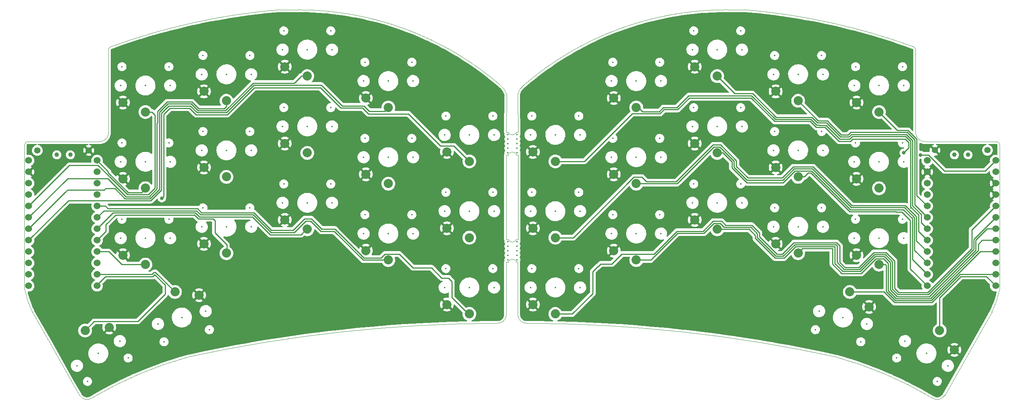
<source format=gtl>
%TF.GenerationSoftware,KiCad,Pcbnew,(6.0.4-0)*%
%TF.CreationDate,2022-04-01T22:46:25+02:00*%
%TF.ProjectId,sweepv2.1,73776565-7076-4322-9e31-2e6b69636164,rev?*%
%TF.SameCoordinates,Original*%
%TF.FileFunction,Copper,L1,Top*%
%TF.FilePolarity,Positive*%
%FSLAX46Y46*%
G04 Gerber Fmt 4.6, Leading zero omitted, Abs format (unit mm)*
G04 Created by KiCad (PCBNEW (6.0.4-0)) date 2022-04-01 22:46:25*
%MOMM*%
%LPD*%
G01*
G04 APERTURE LIST*
%TA.AperFunction,Profile*%
%ADD10C,0.050000*%
%TD*%
%TA.AperFunction,ComponentPad*%
%ADD11C,1.524000*%
%TD*%
%TA.AperFunction,ComponentPad*%
%ADD12C,2.032000*%
%TD*%
%TA.AperFunction,ComponentPad*%
%ADD13C,1.397000*%
%TD*%
%TA.AperFunction,WasherPad*%
%ADD14C,1.000000*%
%TD*%
%TA.AperFunction,ViaPad*%
%ADD15C,0.800000*%
%TD*%
%TA.AperFunction,Conductor*%
%ADD16C,0.250000*%
%TD*%
%ADD17C,0.350000*%
G04 APERTURE END LIST*
D10*
X131508500Y-77724000D02*
X131506254Y-89547024D01*
X220004999Y-48946165D02*
X219998045Y-30439419D01*
X223714000Y-108050000D02*
G75*
G03*
X226446000Y-107451265I1070000J1650000D01*
G01*
X220005034Y-48946164D02*
G75*
G03*
X222040000Y-50877083I1999966J69964D01*
G01*
X219563295Y-29758875D02*
G75*
G03*
X182067777Y-21502679I-49442795J-135273425D01*
G01*
X178120389Y-21508128D02*
G75*
G03*
X132893000Y-38265000I-253989J-68728072D01*
G01*
X238688017Y-51627083D02*
G75*
G03*
X237938000Y-50877083I-750017J-17D01*
G01*
X132893000Y-38265000D02*
G75*
G03*
X131466055Y-40278702I2445000J-3245000D01*
G01*
X131506294Y-89547021D02*
G75*
G03*
X133544000Y-91383119I1978006J146421D01*
G01*
X219998002Y-30439419D02*
G75*
G03*
X219563290Y-29758889I-750002J19D01*
G01*
X223714000Y-108050000D02*
G75*
G03*
X202185134Y-98863946I-44316000J-74040000D01*
G01*
X222040000Y-50877083D02*
X237938000Y-50877083D01*
X202185136Y-98863939D02*
G75*
G03*
X133544000Y-91383119I-69219136J-316475461D01*
G01*
X238688000Y-58420000D02*
X238688000Y-66548000D01*
X236953304Y-88858150D02*
X226446000Y-107451265D01*
X236953312Y-88858154D02*
G75*
G03*
X238690000Y-83850000I-18792912J9322054D01*
G01*
X182067777Y-21502679D02*
X178120389Y-21508139D01*
X238688000Y-51627083D02*
X238688000Y-58420000D01*
X131466055Y-40278702D02*
X131572000Y-48768000D01*
X129349500Y-48768000D02*
X128960000Y-48768000D01*
X238688000Y-66548000D02*
X238688000Y-75438000D01*
X238688000Y-75438000D02*
X238690000Y-83850000D01*
X129349500Y-72644000D02*
X128960000Y-72644000D01*
X129349500Y-53848000D02*
X128960000Y-53848000D01*
X129349500Y-77724000D02*
X128960000Y-77724000D01*
X131572000Y-53848000D02*
X131572000Y-72644000D01*
X78412223Y-21502679D02*
X82613611Y-21508139D01*
X21792000Y-51627083D02*
X21792000Y-58420000D01*
X128960000Y-77724000D02*
X128975507Y-89545022D01*
X129013945Y-40278702D02*
G75*
G03*
X127587000Y-38265000I-3871945J-1231298D01*
G01*
X126936000Y-91383122D02*
G75*
G03*
X128975507Y-89545022I59500J1984522D01*
G01*
X40481999Y-48949082D02*
X40481955Y-30439419D01*
X21792000Y-66548000D02*
X21792000Y-73914000D01*
X23526696Y-88858150D02*
X34034000Y-107451265D01*
X38446998Y-50880017D02*
G75*
G03*
X40481999Y-48949082I35002J2000917D01*
G01*
X78412223Y-21502678D02*
G75*
G03*
X40916710Y-29758889I11947327J-143529582D01*
G01*
X126936000Y-91383119D02*
G75*
G03*
X58294866Y-98863946I578050J-323956411D01*
G01*
X21789999Y-83530000D02*
G75*
G03*
X23526696Y-88858150I19062771J3266350D01*
G01*
X22542000Y-50877100D02*
G75*
G03*
X21792000Y-51627083I0J-750000D01*
G01*
X21792000Y-58420000D02*
X21792000Y-66548000D01*
X40916692Y-29758850D02*
G75*
G03*
X40481955Y-30439419I315308J-680550D01*
G01*
X34034000Y-107451265D02*
G75*
G03*
X36766000Y-108050000I1662000J1051265D01*
G01*
X127586989Y-38265013D02*
G75*
G03*
X82613611Y-21508139I-44973389J-51973087D01*
G01*
X58294866Y-98863946D02*
G75*
G03*
X36766000Y-108050000I22787134J-83226054D01*
G01*
X21792000Y-73914000D02*
X21790000Y-83530000D01*
X128960000Y-53848000D02*
X128960000Y-72644000D01*
X129013945Y-40278702D02*
X128960000Y-48768000D01*
X131508500Y-77724000D02*
X131254500Y-77724000D01*
X131572000Y-48768000D02*
X131254500Y-48768000D01*
X131254499Y-77724001D02*
G75*
G03*
X129349501Y-77724000I-952499J-380999D01*
G01*
X131254499Y-53848001D02*
G75*
G03*
X129349501Y-53848000I-952499J-380999D01*
G01*
X131572000Y-53848000D02*
X131254500Y-53848000D01*
X131572000Y-72644000D02*
X131254500Y-72644000D01*
X129349501Y-72643999D02*
G75*
G03*
X131254499Y-72644000I952499J380999D01*
G01*
X22542000Y-50877083D02*
X38446998Y-50880000D01*
X129349501Y-48767999D02*
G75*
G03*
X131254499Y-48768000I952499J380999D01*
G01*
D11*
%TO.P,U1,1*%
%TO.N,Switch10*%
X237789400Y-55086000D03*
%TO.P,U1,2*%
%TO.N,Switch18*%
X237789400Y-57626000D03*
%TO.P,U1,3*%
%TO.N,gnd*%
X237789400Y-60166000D03*
%TO.P,U1,4*%
X237789400Y-62706000D03*
%TO.P,U1,5*%
%TO.N,Switch11*%
X237789400Y-65246000D03*
%TO.P,U1,6*%
%TO.N,Switch12*%
X237789400Y-67786000D03*
%TO.P,U1,7*%
%TO.N,Switch13*%
X237789400Y-70326000D03*
%TO.P,U1,8*%
%TO.N,Switch14*%
X237789400Y-72866000D03*
%TO.P,U1,9*%
%TO.N,Switch15*%
X237789400Y-75406000D03*
%TO.P,U1,10*%
%TO.N,Switch1*%
X237789400Y-77946000D03*
%TO.P,U1,11*%
%TO.N,Switch16*%
X237789400Y-80486000D03*
%TO.P,U1,12*%
%TO.N,Switch17*%
X237789400Y-83026000D03*
%TO.P,U1,13*%
%TO.N,Switch9*%
X222569400Y-83026000D03*
%TO.P,U1,14*%
%TO.N,Switch8*%
X222569400Y-80486000D03*
%TO.P,U1,15*%
%TO.N,Switch7*%
X222569400Y-77946000D03*
%TO.P,U1,16*%
%TO.N,Switch6*%
X222569400Y-75406000D03*
%TO.P,U1,17*%
%TO.N,Switch2*%
X222569400Y-72866000D03*
%TO.P,U1,18*%
%TO.N,Switch3*%
X222569400Y-70326000D03*
%TO.P,U1,19*%
%TO.N,Switch4*%
X222569400Y-67786000D03*
%TO.P,U1,20*%
%TO.N,Switch5*%
X222569400Y-65246000D03*
%TO.P,U1,21*%
%TO.N,vcc*%
X222569400Y-62706000D03*
%TO.P,U1,22*%
%TO.N,reset*%
X222569400Y-60166000D03*
%TO.P,U1,23*%
%TO.N,gnd*%
X222569400Y-57626000D03*
%TO.P,U1,24*%
%TO.N,raw*%
X222569400Y-55086000D03*
%TD*%
D12*
%TO.P,SW16,1*%
%TO.N,Switch13*%
X175856000Y-70416000D03*
%TO.P,SW16,2*%
%TO.N,gnd*%
X170856000Y-68316000D03*
%TD*%
%TO.P,SW20,1*%
%TO.N,Switch17*%
X225336000Y-92972450D03*
%TO.P,SW20,2*%
%TO.N,gnd*%
X228616127Y-97291103D03*
%TD*%
%TO.P,SW15,1*%
%TO.N,Switch12*%
X157856000Y-77274000D03*
%TO.P,SW15,2*%
%TO.N,gnd*%
X152856000Y-75174000D03*
%TD*%
%TO.P,SW21,1*%
%TO.N,Switch16*%
X205353032Y-84383038D03*
%TO.P,SW21,2*%
%TO.N,gnd*%
X209639142Y-87705577D03*
%TD*%
%TO.P,SW17,1*%
%TO.N,Switch14*%
X193856000Y-75750000D03*
%TO.P,SW17,2*%
%TO.N,gnd*%
X188856000Y-73650000D03*
%TD*%
%TO.P,SW18,1*%
%TO.N,Switch15*%
X211836000Y-78290000D03*
%TO.P,SW18,2*%
%TO.N,gnd*%
X206836000Y-76190000D03*
%TD*%
%TO.P,SW4,1*%
%TO.N,Switch3*%
X175856000Y-36282000D03*
%TO.P,SW4,2*%
%TO.N,gnd*%
X170856000Y-34182000D03*
%TD*%
%TO.P,SW3,1*%
%TO.N,Switch2*%
X157856000Y-43282000D03*
%TO.P,SW3,2*%
%TO.N,gnd*%
X152856000Y-41182000D03*
%TD*%
%TO.P,SW9,1*%
%TO.N,Switch7*%
X157856000Y-60256000D03*
%TO.P,SW9,2*%
%TO.N,gnd*%
X152856000Y-58156000D03*
%TD*%
%TO.P,SW14,1*%
%TO.N,Switch11*%
X139856000Y-89282000D03*
%TO.P,SW14,2*%
%TO.N,gnd*%
X134856000Y-87182000D03*
%TD*%
%TO.P,SW12,1*%
%TO.N,Switch10*%
X211836000Y-61272000D03*
%TO.P,SW12,2*%
%TO.N,gnd*%
X206836000Y-59172000D03*
%TD*%
%TO.P,SW11,1*%
%TO.N,Switch9*%
X193856000Y-58732000D03*
%TO.P,SW11,2*%
%TO.N,gnd*%
X188856000Y-56632000D03*
%TD*%
%TO.P,SW8,1*%
%TO.N,Switch6*%
X139856000Y-72282000D03*
%TO.P,SW8,2*%
%TO.N,gnd*%
X134856000Y-70182000D03*
%TD*%
%TO.P,SW6,1*%
%TO.N,Switch5*%
X211856000Y-44282000D03*
%TO.P,SW6,2*%
%TO.N,gnd*%
X206856000Y-42182000D03*
%TD*%
%TO.P,SW5,1*%
%TO.N,Switch4*%
X193856000Y-41782000D03*
%TO.P,SW5,2*%
%TO.N,gnd*%
X188856000Y-39682000D03*
%TD*%
%TO.P,SW2,1*%
%TO.N,Switch1*%
X139856000Y-55282000D03*
%TO.P,SW2,2*%
%TO.N,gnd*%
X134856000Y-53182000D03*
%TD*%
%TO.P,SW10,1*%
%TO.N,Switch8*%
X175856000Y-53398000D03*
%TO.P,SW10,2*%
%TO.N,gnd*%
X170856000Y-51298000D03*
%TD*%
D13*
%TO.P,Bat+r1,1*%
%TO.N,BT+_r*%
X235966000Y-52800000D03*
%TD*%
%TO.P,BatGND1,1*%
%TO.N,gnd*%
X224282000Y-52800000D03*
%TD*%
D11*
%TO.P,U2,1*%
%TO.N,Switch10_r*%
X37937400Y-55086000D03*
%TO.P,U2,2*%
%TO.N,Switch18_r*%
X37937400Y-57626000D03*
%TO.P,U2,3*%
%TO.N,gnd*%
X37937400Y-60166000D03*
%TO.P,U2,4*%
X37937400Y-62706000D03*
%TO.P,U2,5*%
%TO.N,Switch11_r*%
X37937400Y-65246000D03*
%TO.P,U2,6*%
%TO.N,Switch12_r*%
X37937400Y-67786000D03*
%TO.P,U2,7*%
%TO.N,Switch13_r*%
X37937400Y-70326000D03*
%TO.P,U2,8*%
%TO.N,Switch14_r*%
X37937400Y-72866000D03*
%TO.P,U2,9*%
%TO.N,Switch15_r*%
X37937400Y-75406000D03*
%TO.P,U2,10*%
%TO.N,Switch1_r*%
X37937400Y-77946000D03*
%TO.P,U2,11*%
%TO.N,Switch16_r*%
X37937400Y-80486000D03*
%TO.P,U2,12*%
%TO.N,Switch17_r*%
X37937400Y-83026000D03*
%TO.P,U2,13*%
%TO.N,Switch9_r*%
X22717400Y-83026000D03*
%TO.P,U2,14*%
%TO.N,Switch8_r*%
X22717400Y-80486000D03*
%TO.P,U2,15*%
%TO.N,Switch7_r*%
X22717400Y-77946000D03*
%TO.P,U2,16*%
%TO.N,Switch6_r*%
X22717400Y-75406000D03*
%TO.P,U2,17*%
%TO.N,Switch2_r*%
X22717400Y-72866000D03*
%TO.P,U2,18*%
%TO.N,Switch3_r*%
X22717400Y-70326000D03*
%TO.P,U2,19*%
%TO.N,Switch4_r*%
X22717400Y-67786000D03*
%TO.P,U2,20*%
%TO.N,Switch5_r*%
X22717400Y-65246000D03*
%TO.P,U2,21*%
%TO.N,vcc*%
X22717400Y-62706000D03*
%TO.P,U2,22*%
%TO.N,reset_r*%
X22717400Y-60166000D03*
%TO.P,U2,23*%
%TO.N,gnd*%
X22717400Y-57626000D03*
%TO.P,U2,24*%
%TO.N,raw*%
X22717400Y-55086000D03*
%TD*%
D12*
%TO.P,SW17_r1,1*%
%TO.N,Switch15_r*%
X48686000Y-78290000D03*
%TO.P,SW17_r1,2*%
%TO.N,gnd*%
X43686000Y-76190000D03*
%TD*%
%TO.P,SW11_r1,1*%
%TO.N,Switch9_r*%
X66700000Y-58732000D03*
%TO.P,SW11_r1,2*%
%TO.N,gnd*%
X61700000Y-56632000D03*
%TD*%
%TO.P,SW15_r1,1*%
%TO.N,Switch13_r*%
X84688000Y-70416000D03*
%TO.P,SW15_r1,2*%
%TO.N,gnd*%
X79688000Y-68316000D03*
%TD*%
%TO.P,SW18_r1,1*%
%TO.N,Switch12_r*%
X102714000Y-77274000D03*
%TO.P,SW18_r1,2*%
%TO.N,gnd*%
X97714000Y-75174000D03*
%TD*%
%TO.P,SW6_r1,1*%
%TO.N,Switch5_r*%
X48686000Y-44282000D03*
%TO.P,SW6_r1,2*%
%TO.N,gnd*%
X43686000Y-42182000D03*
%TD*%
%TO.P,SW5_r1,1*%
%TO.N,Switch4_r*%
X66700000Y-41782000D03*
%TO.P,SW5_r1,2*%
%TO.N,gnd*%
X61700000Y-39682000D03*
%TD*%
%TO.P,SW2_r1,1*%
%TO.N,Switch1_r*%
X120732000Y-55282000D03*
%TO.P,SW2_r1,2*%
%TO.N,gnd*%
X115732000Y-53182000D03*
%TD*%
%TO.P,SW16_r1,1*%
%TO.N,Switch14_r*%
X66700000Y-75750000D03*
%TO.P,SW16_r1,2*%
%TO.N,gnd*%
X61700000Y-73650000D03*
%TD*%
%TO.P,SW4_r1,1*%
%TO.N,Switch3_r*%
X84688000Y-36282000D03*
%TO.P,SW4_r1,2*%
%TO.N,gnd*%
X79688000Y-34182000D03*
%TD*%
%TO.P,SW13_r1,1*%
%TO.N,Switch11_r*%
X120732000Y-89282000D03*
%TO.P,SW13_r1,2*%
%TO.N,gnd*%
X115732000Y-87182000D03*
%TD*%
%TO.P,SW12_r1,1*%
%TO.N,Switch10_r*%
X48686000Y-61272000D03*
%TO.P,SW12_r1,2*%
%TO.N,gnd*%
X43686000Y-59172000D03*
%TD*%
%TO.P,SW3_r1,1*%
%TO.N,Switch2_r*%
X102714000Y-43282000D03*
%TO.P,SW3_r1,2*%
%TO.N,gnd*%
X97714000Y-41182000D03*
%TD*%
%TO.P,SW8_r1,1*%
%TO.N,Switch7_r*%
X102714000Y-60256000D03*
%TO.P,SW8_r1,2*%
%TO.N,gnd*%
X97714000Y-58156000D03*
%TD*%
%TO.P,SW21_r1,1*%
%TO.N,Switch16_r*%
X55250968Y-84383038D03*
%TO.P,SW21_r1,2*%
%TO.N,gnd*%
X60624117Y-85117387D03*
%TD*%
%TO.P,SW9_r1,1*%
%TO.N,Switch8_r*%
X84688000Y-53398000D03*
%TO.P,SW9_r1,2*%
%TO.N,gnd*%
X79688000Y-51298000D03*
%TD*%
%TO.P,SW20_r1,1*%
%TO.N,Switch17_r*%
X35268000Y-92972450D03*
%TO.P,SW20_r1,2*%
%TO.N,gnd*%
X40648127Y-92291103D03*
%TD*%
%TO.P,SW7_r1,1*%
%TO.N,Switch6_r*%
X120732000Y-72282000D03*
%TO.P,SW7_r1,2*%
%TO.N,gnd*%
X115732000Y-70182000D03*
%TD*%
D13*
%TO.P,BatGND4,1*%
%TO.N,gnd*%
X36068000Y-52832000D03*
%TD*%
%TO.P,Bat+1,1*%
%TO.N,BT+*%
X24638000Y-52832000D03*
%TD*%
D14*
%TO.P,SW_POWERR1,*%
%TO.N,*%
X228624000Y-53816000D03*
X231624000Y-53816000D03*
%TD*%
%TO.P,SW_POWER1,*%
%TO.N,*%
X31980000Y-53816000D03*
X28980000Y-53816000D03*
%TD*%
D15*
%TO.N,Switch1*%
X217300000Y-53350000D03*
%TO.N,Switch10*%
X221056989Y-53823011D03*
%TO.N,Switch1_r*%
X52324000Y-63500000D03*
%TD*%
D16*
%TO.N,Switch1*%
X196530790Y-46366020D02*
X188603200Y-46366020D01*
X146295954Y-55282000D02*
X139856000Y-55282000D01*
X197858780Y-47694010D02*
X196530790Y-46366020D01*
X205994000Y-50292000D02*
X205486000Y-50800000D01*
X167057719Y-43732009D02*
X164039990Y-43732010D01*
X188603200Y-46366020D02*
X183385180Y-41148000D01*
X217678000Y-50292000D02*
X205994000Y-50292000D01*
X169641728Y-41148000D02*
X167057719Y-43732009D01*
X199840010Y-47694010D02*
X197858780Y-47694010D01*
X218417960Y-52232040D02*
X218417960Y-51031960D01*
X183385180Y-41148000D02*
X169641728Y-41148000D01*
X217300000Y-53350000D02*
X218417960Y-52232040D01*
X218417960Y-51031960D02*
X217678000Y-50292000D01*
X164039990Y-43732010D02*
X163148999Y-44623001D01*
X205486000Y-50800000D02*
X202946000Y-50800000D01*
X156954953Y-44623001D02*
X146295954Y-55282000D01*
X202946000Y-50800000D02*
X199840010Y-47694010D01*
X163148999Y-44623001D02*
X156954953Y-44623001D01*
%TO.N,Switch2*%
X162962599Y-44172991D02*
X163853591Y-43282001D01*
X188789600Y-45916010D02*
X196717190Y-45916010D01*
X183513590Y-40640000D02*
X188789600Y-45916010D01*
X169513318Y-40640000D02*
X183513590Y-40640000D01*
X159234991Y-44172991D02*
X162962599Y-44172991D01*
X158344000Y-43282000D02*
X159234991Y-44172991D01*
X157856000Y-43282000D02*
X158344000Y-43282000D01*
X205933189Y-49716401D02*
X217738119Y-49716401D01*
X163853591Y-43282001D02*
X166871317Y-43282001D01*
X218867970Y-65437970D02*
X220612080Y-67182080D01*
X218867970Y-65437970D02*
X218867970Y-65705970D01*
X196717190Y-45916010D02*
X197955590Y-47154410D01*
X203074410Y-50292000D02*
X205357590Y-50292000D01*
X205357590Y-50292000D02*
X205933189Y-49716401D01*
X198463590Y-47154410D02*
X198553180Y-47244000D01*
X197955590Y-47154410D02*
X198463590Y-47154410D01*
X166871317Y-43282001D02*
X169513318Y-40640000D01*
X220612080Y-70908680D02*
X222569400Y-72866000D01*
X200026411Y-47244001D02*
X203074410Y-50292000D01*
X217738119Y-49716401D02*
X218867970Y-50846252D01*
X198553180Y-47244000D02*
X200026411Y-47244001D01*
X220612080Y-67182080D02*
X220612080Y-70908680D01*
X218867970Y-50846252D02*
X218867970Y-65437970D01*
%TO.N,Switch3*%
X179763990Y-40189990D02*
X183699990Y-40189990D01*
X205171190Y-49841990D02*
X205746788Y-49266392D01*
X217923827Y-49266392D02*
X219317980Y-50660544D01*
X188976000Y-45466000D02*
X196903590Y-45466000D01*
X219317980Y-50660544D02*
X219317980Y-65170297D01*
X200209990Y-46678010D02*
X200209990Y-46791170D01*
X221210000Y-68966600D02*
X222569400Y-70326000D01*
X198115600Y-46678010D02*
X200209990Y-46678010D01*
X203260810Y-49841990D02*
X205171190Y-49841990D01*
X219317980Y-65170297D02*
X221210000Y-67062318D01*
X200209990Y-46791170D02*
X203260810Y-49841990D01*
X221210000Y-67062318D02*
X221210000Y-68966600D01*
X205746788Y-49266392D02*
X217923827Y-49266392D01*
X175856000Y-36282000D02*
X179763990Y-40189990D01*
X183699990Y-40189990D02*
X188976000Y-45466000D01*
X196903590Y-45466000D02*
X198115600Y-46678010D01*
%TO.N,Switch4*%
X219767990Y-64984590D02*
X222569400Y-67786000D01*
X200396391Y-46228001D02*
X200660000Y-46491610D01*
X204984790Y-49391980D02*
X205560388Y-48816382D01*
X198302000Y-46228000D02*
X200396391Y-46228001D01*
X217836382Y-48816382D02*
X218109535Y-48816382D01*
X193856000Y-41782000D02*
X198302000Y-46228000D01*
X217836382Y-48816382D02*
X217836872Y-48816872D01*
X219767990Y-50474836D02*
X219767990Y-64984590D01*
X218109535Y-48816382D02*
X219767990Y-50474836D01*
X203447210Y-49391980D02*
X204984790Y-49391980D01*
X200660000Y-46491610D02*
X200660000Y-46604770D01*
X205560388Y-48816382D02*
X217836382Y-48816382D01*
X200660000Y-46604770D02*
X203447210Y-49391980D01*
%TO.N,Switch5*%
X211856000Y-44282000D02*
X215940372Y-48366372D01*
X220218000Y-50289130D02*
X220218000Y-62894600D01*
X220218000Y-62894600D02*
X222569400Y-65246000D01*
X218295243Y-48366372D02*
X218559055Y-48630185D01*
X218559055Y-48630185D02*
X220218000Y-50289130D01*
X215940372Y-48366372D02*
X218295243Y-48366372D01*
%TO.N,Switch6*%
X176598082Y-51606990D02*
X180097546Y-55106454D01*
X157339659Y-58787659D02*
X159117659Y-58787659D01*
X159117659Y-58787659D02*
X160135990Y-59805990D01*
X220162560Y-72999160D02*
X222569400Y-75406000D01*
X143845318Y-72282000D02*
X157339659Y-58787659D01*
X197209801Y-56490981D02*
X205858801Y-65139981D01*
X192785520Y-56490980D02*
X197209801Y-56490981D01*
X190290508Y-58985990D02*
X192785520Y-56490980D01*
X180097546Y-56399546D02*
X182683990Y-58985990D01*
X160135990Y-59805990D02*
X166738918Y-59805990D01*
X220037795Y-67512897D02*
X220162560Y-67637663D01*
X174937919Y-51606989D02*
X176598082Y-51606990D01*
X220162560Y-67637663D02*
X220162560Y-72999160D01*
X205858801Y-65139981D02*
X217665571Y-65139981D01*
X217665571Y-65139981D02*
X220037795Y-67512205D01*
X166738918Y-59805990D02*
X174937919Y-51606989D01*
X139856000Y-72282000D02*
X143845318Y-72282000D01*
X180097546Y-55106454D02*
X180097546Y-56399546D01*
X182683990Y-58985990D02*
X190290508Y-58985990D01*
X220037795Y-67512205D02*
X220037795Y-67512897D01*
%TO.N,Switch7*%
X179578000Y-55223318D02*
X179578000Y-56571590D01*
X217479171Y-65589991D02*
X219713040Y-67823860D01*
X182442410Y-59436000D02*
X190476908Y-59436000D01*
X219713040Y-67823860D02*
X219713040Y-75089640D01*
X197023400Y-56940990D02*
X205672400Y-65589990D01*
X192971919Y-56940989D02*
X197023400Y-56940990D01*
X205672400Y-65589990D02*
X217479171Y-65589991D01*
X219713040Y-75089640D02*
X222569400Y-77946000D01*
X175124319Y-52056999D02*
X176411681Y-52056999D01*
X176411681Y-52056999D02*
X179578000Y-55223318D01*
X157856000Y-60256000D02*
X166925318Y-60256000D01*
X166925318Y-60256000D02*
X175124319Y-52056999D01*
X179578000Y-56571590D02*
X182442410Y-59436000D01*
X190476908Y-59436000D02*
X192971919Y-56940989D01*
%TO.N,Switch8*%
X196836999Y-57390999D02*
X205486000Y-66040000D01*
X219263520Y-68010750D02*
X219263520Y-77180120D01*
X175768000Y-53398000D02*
X177116272Y-53398000D01*
X217292770Y-66040000D02*
X219263520Y-68010750D01*
X177116272Y-53398000D02*
X179127990Y-55409718D01*
X219263520Y-77180120D02*
X222569400Y-80486000D01*
X205486000Y-66040000D02*
X217292770Y-66040000D01*
X193158319Y-57390999D02*
X196836999Y-57390999D01*
X190476317Y-60073001D02*
X193158319Y-57390999D01*
X182443001Y-60073001D02*
X190476317Y-60073001D01*
X179127990Y-55409718D02*
X179127990Y-56757990D01*
X179127990Y-56757990D02*
X182443001Y-60073001D01*
%TO.N,Switch9*%
X215646000Y-66548000D02*
X216916000Y-66548000D01*
X196650599Y-57841009D02*
X205299600Y-66490010D01*
X218814000Y-79270600D02*
X222569400Y-83026000D01*
X218814000Y-68446000D02*
X218814000Y-79270600D01*
X216916000Y-66548000D02*
X218814000Y-68446000D01*
X195238840Y-58732000D02*
X196129831Y-57841009D01*
X215588010Y-66490010D02*
X215646000Y-66548000D01*
X205299600Y-66490010D02*
X215588010Y-66490010D01*
X193802000Y-58732000D02*
X195238840Y-58732000D01*
X196129831Y-57841009D02*
X196650599Y-57841009D01*
%TO.N,Switch10*%
X222842971Y-53823011D02*
X221056989Y-53823011D01*
X235455400Y-57420000D02*
X226439960Y-57420000D01*
X237789400Y-55086000D02*
X235455400Y-57420000D01*
X226439960Y-57420000D02*
X222842971Y-53823011D01*
%TO.N,Switch11*%
X203142010Y-74107190D02*
X203142010Y-77791600D01*
X148180420Y-79854420D02*
X149253580Y-78781260D01*
X185234659Y-71188659D02*
X185234659Y-72067341D01*
X149958420Y-78133580D02*
X152441260Y-78133580D01*
X210633118Y-75598972D02*
X213424204Y-75598972D01*
X152441260Y-78133580D02*
X154641841Y-75932999D01*
X149253580Y-78781260D02*
X149310740Y-78781260D01*
X189113318Y-75946000D02*
X190348498Y-75946000D01*
X207318120Y-78913970D02*
X210633118Y-75598972D01*
X215276020Y-83543042D02*
X216242978Y-84510000D01*
X139856000Y-89282000D02*
X143636000Y-89282000D01*
X215276020Y-77450788D02*
X215276020Y-83543042D01*
X232585400Y-70450000D02*
X232480000Y-70450000D01*
X148180420Y-84737580D02*
X148180420Y-79854420D01*
X166889546Y-70854454D02*
X172708454Y-70854454D01*
X174937919Y-68624989D02*
X176828989Y-68624989D01*
X176828989Y-68624989D02*
X177719978Y-69515978D01*
X202418793Y-73383973D02*
X203142010Y-74107190D01*
X143636000Y-89282000D02*
X148180420Y-84737580D01*
X203142010Y-77791600D02*
X204264380Y-78913970D01*
X161811001Y-75932999D02*
X166889546Y-70854454D01*
X149310740Y-78781260D02*
X149958420Y-78133580D01*
X237789400Y-65246000D02*
X232585400Y-70450000D01*
X177719978Y-69515978D02*
X183561978Y-69515978D01*
X185234659Y-72067341D02*
X189113318Y-75946000D01*
X222680000Y-84510000D02*
X232480000Y-74710000D01*
X172708454Y-70854454D02*
X174937919Y-68624989D01*
X232480000Y-70450000D02*
X232480000Y-74710000D01*
X213424204Y-75598972D02*
X215276020Y-77450788D01*
X192910526Y-73383972D02*
X202418793Y-73383973D01*
X216242978Y-84510000D02*
X222680000Y-84510000D01*
X154641841Y-75932999D02*
X161811001Y-75932999D01*
X204264380Y-78913970D02*
X207318120Y-78913970D01*
X183561978Y-69515978D02*
X185234659Y-71188659D01*
X190348498Y-75946000D02*
X192910526Y-73383972D01*
%TO.N,Switch12*%
X237714572Y-68326000D02*
X237989400Y-68326000D01*
X175124319Y-69074999D02*
X176543001Y-69074999D01*
X183272012Y-69965988D02*
X183375578Y-69965988D01*
X176543001Y-69074999D02*
X176543001Y-69101001D01*
X188926918Y-76396010D02*
X190534898Y-76396010D01*
X183272009Y-69965991D02*
X183272012Y-69965988D01*
X177407990Y-69965990D02*
X178298401Y-69965991D01*
X178298401Y-69965991D02*
X183272009Y-69965991D01*
X161106410Y-77274000D02*
X167075946Y-71304464D01*
X190534898Y-76396010D02*
X193096926Y-73833982D01*
X193096926Y-73833982D02*
X202232392Y-73833982D01*
X157856000Y-77274000D02*
X161106410Y-77274000D01*
X202496002Y-74097592D02*
X202496002Y-74480002D01*
X202232392Y-73833982D02*
X202496002Y-74097592D01*
X167075946Y-71304464D02*
X172894854Y-71304464D01*
X172894854Y-71304464D02*
X175124319Y-69074999D01*
X183375578Y-69965988D02*
X184784649Y-71375059D01*
X184784649Y-72253741D02*
X188926918Y-76396010D01*
X202496002Y-74363998D02*
X202496002Y-74480002D01*
X176543001Y-69101001D02*
X177407990Y-69965990D01*
X184784649Y-71375059D02*
X184784649Y-72253741D01*
X214826010Y-77637188D02*
X213237803Y-76048981D01*
X232929520Y-74896198D02*
X222866198Y-84959520D01*
X214826010Y-83728750D02*
X214826010Y-77637188D01*
X237789400Y-67786000D02*
X232929520Y-72645880D01*
X213237803Y-76048981D02*
X210819520Y-76048980D01*
X207504520Y-79363980D02*
X204077980Y-79363980D01*
X202496002Y-77782002D02*
X202496002Y-74480002D01*
X210819520Y-76048980D02*
X207504520Y-79363980D01*
X222866198Y-84959520D02*
X216056780Y-84959520D01*
X204077980Y-79363980D02*
X202496002Y-77782002D01*
X216056780Y-84959520D02*
X214826010Y-83728750D01*
X232929520Y-72645880D02*
X232929520Y-74896198D01*
%TO.N,Switch13*%
X175768000Y-70416000D02*
X182938000Y-70416000D01*
X184334640Y-72440142D02*
X188740518Y-76846020D01*
X211005919Y-76498989D02*
X213051402Y-76498990D01*
X184334639Y-71812639D02*
X184334640Y-72440142D01*
X214376000Y-83914458D02*
X215870582Y-85409040D01*
X188740518Y-76846020D02*
X190721298Y-76846020D01*
X235885118Y-70326000D02*
X237789400Y-70326000D01*
X215870582Y-85409040D02*
X223052396Y-85409040D01*
X214376000Y-77823588D02*
X214376000Y-83914458D01*
X207690918Y-79813990D02*
X211005919Y-76498989D01*
X202045992Y-74283992D02*
X202045992Y-78093992D01*
X182938000Y-70416000D02*
X184334639Y-71812639D01*
X233379040Y-72832078D02*
X235885118Y-70326000D01*
X193283326Y-74283992D02*
X202045992Y-74283992D01*
X213051402Y-76498990D02*
X214376000Y-77823588D01*
X233379040Y-75082396D02*
X233379040Y-72832078D01*
X203765990Y-79813990D02*
X207690918Y-79813990D01*
X223052396Y-85409040D02*
X233379040Y-75082396D01*
X202045992Y-78093992D02*
X203765990Y-79813990D01*
X190721298Y-76846020D02*
X193283326Y-74283992D01*
%TO.N,Switch14*%
X233940000Y-73720000D02*
X234794000Y-72866000D01*
X212865001Y-76948999D02*
X213903205Y-77987203D01*
X193802000Y-75750000D02*
X194817999Y-74734001D01*
X233940000Y-75157153D02*
X233940000Y-73720000D01*
X207877318Y-80264000D02*
X211192319Y-76948999D01*
X234794000Y-72866000D02*
X237789400Y-72866000D01*
X194817999Y-74734001D02*
X201480001Y-74734001D01*
X201480001Y-78173999D02*
X203570002Y-80264000D01*
X201480001Y-74734001D02*
X201480001Y-78173999D01*
X211192319Y-76948999D02*
X212865001Y-76948999D01*
X213903205Y-84077380D02*
X215684385Y-85858560D01*
X213903205Y-77987203D02*
X213903205Y-84077380D01*
X215684385Y-85858560D02*
X223238593Y-85858560D01*
X223238593Y-85858560D02*
X233940000Y-75157153D01*
X203570002Y-80264000D02*
X207877318Y-80264000D01*
%TO.N,Switch15*%
X234326871Y-75406000D02*
X229696435Y-80036436D01*
X213453685Y-78470845D02*
X213453685Y-84263577D01*
X213272840Y-78290000D02*
X213453685Y-78470845D01*
X237789400Y-75406000D02*
X234326871Y-75406000D01*
X213453685Y-84263577D02*
X215498188Y-86308080D01*
X215498188Y-86308080D02*
X223424791Y-86308080D01*
X211836000Y-78290000D02*
X213272840Y-78290000D01*
X223424791Y-86308080D02*
X230156436Y-79576436D01*
%TO.N,Switch16*%
X229882590Y-80486000D02*
X223610988Y-86757600D01*
X237789400Y-80486000D02*
X229882590Y-80486000D01*
X215311991Y-86757600D02*
X212937428Y-84383038D01*
X212937428Y-84383038D02*
X205353032Y-84383038D01*
X223610988Y-86757600D02*
X215311991Y-86757600D01*
%TO.N,Switch17*%
X225336000Y-92972450D02*
X225336000Y-93002000D01*
X235698920Y-80935520D02*
X237789400Y-83026000D01*
X225336000Y-92972450D02*
X225336000Y-85668306D01*
X230068788Y-80935520D02*
X235698920Y-80935520D01*
X225336000Y-85668306D02*
X230068788Y-80935520D01*
%TO.N,Switch10_r*%
X37937400Y-55086000D02*
X40420659Y-57569259D01*
X44854328Y-62243010D02*
X47796990Y-62243010D01*
X40420659Y-57569259D02*
X40420659Y-57809341D01*
X40420659Y-57809341D02*
X44854328Y-62243010D01*
X47796990Y-62243010D02*
X48768000Y-61272000D01*
%TO.N,Switch11_r*%
X72415745Y-66724301D02*
X72823123Y-66724303D01*
X101081328Y-76823990D02*
X97281308Y-76823990D01*
X97281308Y-76823990D02*
X91127659Y-70670341D01*
X116103167Y-81305167D02*
X116103167Y-81254833D01*
X71804301Y-66724301D02*
X72415745Y-66724301D01*
X72415745Y-66724301D02*
X72419047Y-66720999D01*
X84074000Y-68072000D02*
X81534000Y-70612000D01*
X116103167Y-81254833D02*
X114579167Y-81254833D01*
X108204000Y-78994000D02*
X105142999Y-75932999D01*
X61136301Y-66724301D02*
X71804301Y-66724301D01*
X114579167Y-81254833D02*
X112318334Y-78994000D01*
X112318334Y-78994000D02*
X108204000Y-78994000D01*
X60252300Y-65840300D02*
X61136301Y-66724301D01*
X101972319Y-75932999D02*
X101081328Y-76823990D01*
X87884000Y-70358000D02*
X85598000Y-68072000D01*
X90806410Y-70358000D02*
X87884000Y-70358000D01*
X116814833Y-82016833D02*
X116103167Y-81305167D01*
X91118751Y-70670341D02*
X90806410Y-70358000D01*
X40331700Y-65840300D02*
X60252300Y-65840300D01*
X81534000Y-70612000D02*
X76710820Y-70612000D01*
X85598000Y-68072000D02*
X84074000Y-68072000D01*
X72823121Y-66724301D02*
X71804301Y-66724301D01*
X105142999Y-75932999D02*
X101972319Y-75932999D01*
X91127659Y-70670341D02*
X91118751Y-70670341D01*
X120650000Y-89466000D02*
X116814833Y-85630833D01*
X116814833Y-85630833D02*
X116814833Y-82016833D01*
X76710820Y-70612000D02*
X72823121Y-66724301D01*
X40331700Y-65778300D02*
X39799400Y-65246000D01*
X40331700Y-65840300D02*
X40331700Y-65778300D01*
X39799400Y-65246000D02*
X37937400Y-65246000D01*
%TO.N,Switch12_r*%
X97086000Y-77274000D02*
X102616000Y-77274000D01*
X87755590Y-70866000D02*
X90678000Y-70866000D01*
X84328000Y-68580000D02*
X85469590Y-68580000D01*
X72636722Y-67174312D02*
X76582410Y-71120000D01*
X60841689Y-67174311D02*
X72636722Y-67174312D01*
X85469590Y-68580000D02*
X87755590Y-70866000D01*
X76582410Y-71120000D02*
X81788000Y-71120000D01*
X60065900Y-66290310D02*
X60841689Y-67066099D01*
X90678000Y-70866000D02*
X97086000Y-77274000D01*
X81788000Y-71120000D02*
X84328000Y-68580000D01*
X60841689Y-67066099D02*
X60841689Y-67174311D01*
X39433090Y-66290310D02*
X37937400Y-67786000D01*
X60065900Y-66290310D02*
X39433090Y-66290310D01*
%TO.N,Switch13_r*%
X72450321Y-67624321D02*
X76454000Y-71628000D01*
X59771288Y-66740320D02*
X60645679Y-67614711D01*
X60645679Y-67624321D02*
X72450321Y-67624321D01*
X83270000Y-71628000D02*
X84736000Y-70162000D01*
X60645679Y-67614711D02*
X60645679Y-67624321D01*
X76454000Y-71628000D02*
X83270000Y-71628000D01*
X59771288Y-66740320D02*
X41523080Y-66740320D01*
X41523080Y-66740320D02*
X37937400Y-70326000D01*
%TO.N,Switch14_r*%
X60459279Y-68074331D02*
X63756331Y-68074331D01*
X63756331Y-68074331D02*
X64160167Y-68478167D01*
X64160167Y-71221833D02*
X66802000Y-73863666D01*
X66802000Y-73863666D02*
X66802000Y-76004000D01*
X59584888Y-67190330D02*
X59584888Y-67199940D01*
X64160167Y-68478167D02*
X64160167Y-71221833D01*
X42067474Y-67212526D02*
X39919374Y-69360626D01*
X39919374Y-70859374D02*
X37937400Y-72841347D01*
X59597474Y-67212526D02*
X42067474Y-67212526D01*
X59597474Y-67212526D02*
X60459279Y-68074331D01*
X39919374Y-69360626D02*
X39919374Y-70859374D01*
X37937400Y-72841347D02*
X37937400Y-72866000D01*
X59584888Y-67199940D02*
X59597474Y-67212526D01*
%TO.N,Switch15_r*%
X43410000Y-78290000D02*
X40526000Y-75406000D01*
X43410000Y-78290000D02*
X48686000Y-78290000D01*
X40526000Y-75406000D02*
X37937400Y-75406000D01*
%TO.N,Switch16_r*%
X40164000Y-80486000D02*
X40164529Y-80486529D01*
X50130000Y-80486529D02*
X50548049Y-80068480D01*
X50819450Y-80068480D02*
X50877930Y-80010000D01*
X55250968Y-84383038D02*
X50877930Y-80010000D01*
X40164529Y-80486529D02*
X50130000Y-80486529D01*
X40164000Y-80486000D02*
X37937400Y-80486000D01*
X50548049Y-80068480D02*
X50819450Y-80068480D01*
%TO.N,Switch17_r*%
X53086000Y-84836000D02*
X53086000Y-82854480D01*
X37290348Y-90950102D02*
X46971898Y-90950102D01*
X35268000Y-92972450D02*
X37290348Y-90950102D01*
X53086000Y-82854480D02*
X50749520Y-80518000D01*
X46971898Y-90950102D02*
X53086000Y-84836000D01*
X37937400Y-82782600D02*
X37937400Y-83026000D01*
X50331471Y-80936049D02*
X39783951Y-80936049D01*
X50749520Y-80518000D02*
X50331471Y-80936049D01*
X39783951Y-80936049D02*
X37937400Y-82782600D01*
%TO.N,Switch1_r*%
X120732000Y-55282000D02*
X117290999Y-51840999D01*
X66870050Y-44869450D02*
X59981040Y-44869450D01*
X58545590Y-43434000D02*
X54102000Y-43434000D01*
X96970010Y-43376010D02*
X92144010Y-43376010D01*
X114324999Y-51840999D02*
X107188000Y-44704000D01*
X98298000Y-44704000D02*
X96970010Y-43376010D01*
X59981040Y-44869450D02*
X58545590Y-43434000D01*
X72877502Y-38862000D02*
X66870050Y-44869450D01*
X52324000Y-63500000D02*
X52324000Y-63500000D01*
X92144010Y-43376010D02*
X87630000Y-38862000D01*
X52716020Y-44819980D02*
X52716020Y-63107980D01*
X117290999Y-51840999D02*
X114324999Y-51840999D01*
X107188000Y-44704000D02*
X98298000Y-44704000D01*
X87630000Y-38862000D02*
X72877502Y-38862000D01*
X54102000Y-43434000D02*
X52716020Y-44819980D01*
X52716020Y-63107980D02*
X52324000Y-63500000D01*
%TO.N,Switch2_r*%
X98474301Y-44118301D02*
X101877699Y-44118301D01*
X72823546Y-38279546D02*
X87809546Y-38279546D01*
X87809546Y-38279546D02*
X92456000Y-42926000D01*
X92456000Y-42926000D02*
X97282000Y-42926000D01*
X60167442Y-44419442D02*
X66683651Y-44419441D01*
X52266010Y-61667902D02*
X52266010Y-44510810D01*
X49890865Y-64043047D02*
X52266010Y-61667902D01*
X58674000Y-42926000D02*
X60167442Y-44419442D01*
X52266010Y-44510810D02*
X53850820Y-42926000D01*
X66683651Y-44419441D02*
X72823546Y-38279546D01*
X53850820Y-42926000D02*
X58674000Y-42926000D01*
X97282000Y-42926000D02*
X98474301Y-44118301D01*
X101877699Y-44118301D02*
X102714000Y-43282000D01*
X44136952Y-64043048D02*
X31540352Y-64043048D01*
X31540352Y-64043048D02*
X22717400Y-72866000D01*
X44136952Y-64043048D02*
X49890865Y-64043047D01*
%TO.N,Switch3_r*%
X41887233Y-61343481D02*
X44136791Y-63593039D01*
X39776519Y-61343481D02*
X41887233Y-61343481D01*
X83272000Y-36282000D02*
X84688000Y-36282000D01*
X72637146Y-37829536D02*
X81804464Y-37829536D01*
X53664420Y-42475990D02*
X58860400Y-42475990D01*
X39500511Y-61619489D02*
X39776519Y-61343481D01*
X30840000Y-62203400D02*
X30845578Y-62203400D01*
X51816000Y-61481502D02*
X51816000Y-44324410D01*
X49704464Y-63593038D02*
X51816000Y-61481502D01*
X60353842Y-43969432D02*
X66497250Y-43969432D01*
X31429489Y-61619489D02*
X39500511Y-61619489D01*
X22717400Y-70326000D02*
X30840000Y-62203400D01*
X51816000Y-44324410D02*
X53664420Y-42475990D01*
X44136791Y-63593039D02*
X49704464Y-63593038D01*
X81804464Y-37829536D02*
X83272000Y-36362000D01*
X30845578Y-62203400D02*
X31429489Y-61619489D01*
X58860400Y-42475990D02*
X60353842Y-43969432D01*
X83272000Y-36362000D02*
X83272000Y-36282000D01*
X66497250Y-43969432D02*
X72637146Y-37829536D01*
%TO.N,Switch4_r*%
X59046800Y-42025980D02*
X53478020Y-42025980D01*
X66208576Y-43519424D02*
X60540244Y-43519424D01*
X66700000Y-41782000D02*
X66700000Y-43028000D01*
X66700000Y-43028000D02*
X66208576Y-43519424D01*
X49518063Y-63143029D02*
X44323191Y-63143029D01*
X51365991Y-44138009D02*
X51365990Y-46678010D01*
X51365990Y-46678010D02*
X51257511Y-46786489D01*
X51257511Y-61403581D02*
X49518063Y-63143029D01*
X60540244Y-43519424D02*
X59046800Y-42025980D01*
X53478020Y-42025980D02*
X51365991Y-44138009D01*
X51257511Y-46786489D02*
X51257511Y-61403581D01*
X38964511Y-59079489D02*
X38979941Y-59094919D01*
X44323191Y-63143029D02*
X40275081Y-59094919D01*
X31423911Y-59079489D02*
X22717400Y-67786000D01*
X38964511Y-59079489D02*
X31423911Y-59079489D01*
X38979941Y-59094919D02*
X40275081Y-59094919D01*
%TO.N,Switch5_r*%
X41118425Y-59152425D02*
X38138511Y-56172511D01*
X49331662Y-62693020D02*
X44667928Y-62693020D01*
X50124000Y-44282000D02*
X50807501Y-44965501D01*
X50807501Y-61217181D02*
X49331662Y-62693020D01*
X48686000Y-44282000D02*
X50124000Y-44282000D01*
X38138511Y-56172511D02*
X31790889Y-56172511D01*
X50807501Y-44965501D02*
X50807501Y-61217181D01*
X31790889Y-56172511D02*
X22717400Y-65246000D01*
X41127333Y-59152425D02*
X41118425Y-59152425D01*
X44667928Y-62693020D02*
X41127333Y-59152425D01*
%TD*%
%TA.AperFunction,Conductor*%
%TO.N,gnd*%
G36*
X174344314Y-70855074D02*
G01*
X174401150Y-70897621D01*
X174416691Y-70924912D01*
X174491566Y-71105677D01*
X174493460Y-71110249D01*
X174618840Y-71314849D01*
X174622057Y-71318616D01*
X174622058Y-71318617D01*
X174714851Y-71427264D01*
X174774682Y-71497318D01*
X174778444Y-71500531D01*
X174910358Y-71613195D01*
X174957151Y-71653160D01*
X175161751Y-71778540D01*
X175166321Y-71780433D01*
X175166323Y-71780434D01*
X175378874Y-71868475D01*
X175383447Y-71870369D01*
X175461146Y-71889023D01*
X175611965Y-71925232D01*
X175611971Y-71925233D01*
X175616778Y-71926387D01*
X175856000Y-71945214D01*
X176095222Y-71926387D01*
X176100029Y-71925233D01*
X176100035Y-71925232D01*
X176250854Y-71889023D01*
X176328553Y-71870369D01*
X176333126Y-71868475D01*
X176545677Y-71780434D01*
X176545679Y-71780433D01*
X176550249Y-71778540D01*
X176754849Y-71653160D01*
X176801643Y-71613195D01*
X176933556Y-71500531D01*
X176937318Y-71497318D01*
X176997149Y-71427264D01*
X177089942Y-71318617D01*
X177089943Y-71318616D01*
X177093160Y-71314849D01*
X177218540Y-71110249D01*
X177220468Y-71111430D01*
X177262816Y-71066644D01*
X177326270Y-71049500D01*
X182623406Y-71049500D01*
X182691527Y-71069502D01*
X182712497Y-71086401D01*
X183664236Y-72038141D01*
X183698260Y-72100451D01*
X183701139Y-72127233D01*
X183701140Y-72361373D01*
X183700613Y-72372560D01*
X183698938Y-72380051D01*
X183699187Y-72387976D01*
X183699187Y-72387977D01*
X183701078Y-72448127D01*
X183701140Y-72452086D01*
X183701140Y-72479999D01*
X183701636Y-72483924D01*
X183701636Y-72483928D01*
X183701646Y-72484004D01*
X183702578Y-72495836D01*
X183703967Y-72540031D01*
X183706179Y-72547643D01*
X183706179Y-72547646D01*
X183709618Y-72559482D01*
X183713627Y-72578842D01*
X183716166Y-72598940D01*
X183719083Y-72606306D01*
X183719084Y-72606312D01*
X183732445Y-72640058D01*
X183736289Y-72651285D01*
X183748622Y-72693735D01*
X183758933Y-72711170D01*
X183767628Y-72728920D01*
X183772167Y-72740385D01*
X183772171Y-72740393D01*
X183775088Y-72747760D01*
X183791578Y-72770457D01*
X183801080Y-72783535D01*
X183807594Y-72793452D01*
X183830098Y-72831504D01*
X183844420Y-72845826D01*
X183857260Y-72860859D01*
X183869169Y-72877250D01*
X183901814Y-72904256D01*
X183903246Y-72905441D01*
X183912025Y-72913431D01*
X188236861Y-77238267D01*
X188244405Y-77246557D01*
X188248518Y-77253038D01*
X188254295Y-77258463D01*
X188298185Y-77299678D01*
X188301027Y-77302433D01*
X188320748Y-77322154D01*
X188323943Y-77324632D01*
X188332965Y-77332338D01*
X188365197Y-77362606D01*
X188372146Y-77366426D01*
X188382950Y-77372366D01*
X188399474Y-77383219D01*
X188415477Y-77395633D01*
X188456061Y-77413196D01*
X188466691Y-77418403D01*
X188505458Y-77439715D01*
X188513135Y-77441686D01*
X188513140Y-77441688D01*
X188525076Y-77444752D01*
X188543784Y-77451157D01*
X188562373Y-77459201D01*
X188570198Y-77460440D01*
X188570200Y-77460441D01*
X188606037Y-77466117D01*
X188617658Y-77468524D01*
X188652807Y-77477548D01*
X188660488Y-77479520D01*
X188680749Y-77479520D01*
X188700458Y-77481071D01*
X188720461Y-77484239D01*
X188728353Y-77483493D01*
X188733580Y-77482999D01*
X188764472Y-77480079D01*
X188776329Y-77479520D01*
X190642531Y-77479520D01*
X190653714Y-77480047D01*
X190661207Y-77481722D01*
X190669133Y-77481473D01*
X190669134Y-77481473D01*
X190729284Y-77479582D01*
X190733243Y-77479520D01*
X190761154Y-77479520D01*
X190765089Y-77479023D01*
X190765154Y-77479015D01*
X190776991Y-77478082D01*
X190811295Y-77477004D01*
X190813268Y-77476942D01*
X190821187Y-77476693D01*
X190840641Y-77471041D01*
X190859998Y-77467033D01*
X190872228Y-77465488D01*
X190872229Y-77465488D01*
X190880095Y-77464494D01*
X190887466Y-77461575D01*
X190887468Y-77461575D01*
X190921210Y-77448216D01*
X190932440Y-77444371D01*
X190967281Y-77434249D01*
X190967282Y-77434249D01*
X190974891Y-77432038D01*
X190981710Y-77428005D01*
X190981715Y-77428003D01*
X190992326Y-77421727D01*
X191010074Y-77413032D01*
X191028915Y-77405572D01*
X191049285Y-77390773D01*
X191064685Y-77379584D01*
X191074605Y-77373068D01*
X191105833Y-77354600D01*
X191105836Y-77354598D01*
X191112660Y-77350562D01*
X191126981Y-77336241D01*
X191142015Y-77323400D01*
X191144045Y-77321925D01*
X191158405Y-77311492D01*
X191186596Y-77277415D01*
X191194586Y-77268636D01*
X192221146Y-76242077D01*
X192283458Y-76208051D01*
X192354274Y-76213116D01*
X192411109Y-76255663D01*
X192426650Y-76282954D01*
X192489197Y-76433956D01*
X192493460Y-76444249D01*
X192618840Y-76648849D01*
X192622057Y-76652616D01*
X192622058Y-76652617D01*
X192675615Y-76715325D01*
X192774682Y-76831318D01*
X192783894Y-76839186D01*
X192861141Y-76905160D01*
X192957151Y-76987160D01*
X193161751Y-77112540D01*
X193166321Y-77114433D01*
X193166323Y-77114434D01*
X193349643Y-77190367D01*
X193383447Y-77204369D01*
X193417082Y-77212444D01*
X193611965Y-77259232D01*
X193611971Y-77259233D01*
X193616778Y-77260387D01*
X193856000Y-77279214D01*
X194095222Y-77260387D01*
X194100029Y-77259233D01*
X194100035Y-77259232D01*
X194294918Y-77212444D01*
X194328553Y-77204369D01*
X194362357Y-77190367D01*
X194545677Y-77114434D01*
X194545679Y-77114433D01*
X194550249Y-77112540D01*
X194754849Y-76987160D01*
X194850860Y-76905160D01*
X194928106Y-76839186D01*
X194937318Y-76831318D01*
X195036385Y-76715325D01*
X195089942Y-76652617D01*
X195089943Y-76652616D01*
X195093160Y-76648849D01*
X195218540Y-76444249D01*
X195222804Y-76433956D01*
X195308475Y-76227126D01*
X195308476Y-76227124D01*
X195310369Y-76222553D01*
X195329957Y-76140963D01*
X195365232Y-75994035D01*
X195365233Y-75994029D01*
X195366387Y-75989222D01*
X195385214Y-75750000D01*
X195366387Y-75510778D01*
X195366698Y-75510753D01*
X195375476Y-75442806D01*
X195421195Y-75388490D01*
X195490828Y-75367501D01*
X200720501Y-75367501D01*
X200788622Y-75387503D01*
X200835115Y-75441159D01*
X200846501Y-75493501D01*
X200846501Y-78095232D01*
X200845974Y-78106415D01*
X200844299Y-78113908D01*
X200844548Y-78121834D01*
X200844548Y-78121835D01*
X200846439Y-78181985D01*
X200846501Y-78185944D01*
X200846501Y-78213855D01*
X200846998Y-78217789D01*
X200846998Y-78217790D01*
X200847006Y-78217855D01*
X200847939Y-78229692D01*
X200849328Y-78273888D01*
X200852577Y-78285070D01*
X200854979Y-78293338D01*
X200858988Y-78312699D01*
X200860365Y-78323595D01*
X200861527Y-78332796D01*
X200864446Y-78340167D01*
X200864446Y-78340169D01*
X200877805Y-78373911D01*
X200881650Y-78385141D01*
X200887164Y-78404121D01*
X200893983Y-78427592D01*
X200898016Y-78434411D01*
X200898018Y-78434416D01*
X200904294Y-78445027D01*
X200912989Y-78462775D01*
X200920449Y-78481616D01*
X200925111Y-78488032D01*
X200925111Y-78488033D01*
X200946437Y-78517386D01*
X200952953Y-78527306D01*
X200970039Y-78556196D01*
X200975459Y-78565361D01*
X200989780Y-78579682D01*
X201002620Y-78594715D01*
X201014529Y-78611106D01*
X201029875Y-78623801D01*
X201048606Y-78639297D01*
X201057385Y-78647287D01*
X203066350Y-80656253D01*
X203073890Y-80664539D01*
X203078002Y-80671018D01*
X203083779Y-80676443D01*
X203127653Y-80717643D01*
X203130495Y-80720398D01*
X203150232Y-80740135D01*
X203153429Y-80742615D01*
X203162449Y-80750318D01*
X203194681Y-80780586D01*
X203201627Y-80784405D01*
X203201630Y-80784407D01*
X203212436Y-80790348D01*
X203228955Y-80801199D01*
X203244961Y-80813614D01*
X203252230Y-80816759D01*
X203252234Y-80816762D01*
X203285539Y-80831174D01*
X203296189Y-80836391D01*
X203334942Y-80857695D01*
X203342617Y-80859666D01*
X203342618Y-80859666D01*
X203354564Y-80862733D01*
X203373269Y-80869137D01*
X203391857Y-80877181D01*
X203399680Y-80878420D01*
X203399690Y-80878423D01*
X203435526Y-80884099D01*
X203447146Y-80886505D01*
X203478961Y-80894673D01*
X203489972Y-80897500D01*
X203510226Y-80897500D01*
X203529936Y-80899051D01*
X203549945Y-80902220D01*
X203557837Y-80901474D01*
X203576582Y-80899702D01*
X203593964Y-80898059D01*
X203605821Y-80897500D01*
X207798551Y-80897500D01*
X207809734Y-80898027D01*
X207817227Y-80899702D01*
X207825153Y-80899453D01*
X207825154Y-80899453D01*
X207885304Y-80897562D01*
X207889263Y-80897500D01*
X207917174Y-80897500D01*
X207921109Y-80897003D01*
X207921174Y-80896995D01*
X207933011Y-80896062D01*
X207965269Y-80895048D01*
X207969288Y-80894922D01*
X207977207Y-80894673D01*
X207996661Y-80889021D01*
X208016018Y-80885013D01*
X208028248Y-80883468D01*
X208028249Y-80883468D01*
X208036115Y-80882474D01*
X208043486Y-80879555D01*
X208043488Y-80879555D01*
X208077230Y-80866196D01*
X208088460Y-80862351D01*
X208123301Y-80852229D01*
X208123302Y-80852229D01*
X208130911Y-80850018D01*
X208137730Y-80845985D01*
X208137735Y-80845983D01*
X208148346Y-80839707D01*
X208166094Y-80831012D01*
X208184935Y-80823552D01*
X208220705Y-80797564D01*
X208230625Y-80791048D01*
X208261853Y-80772580D01*
X208261856Y-80772578D01*
X208268680Y-80768542D01*
X208283001Y-80754221D01*
X208298035Y-80741380D01*
X208308012Y-80734131D01*
X208314425Y-80729472D01*
X208342616Y-80695395D01*
X208350606Y-80686616D01*
X210216962Y-78820260D01*
X210279274Y-78786234D01*
X210350089Y-78791299D01*
X210406925Y-78833846D01*
X210422465Y-78861135D01*
X210473460Y-78984249D01*
X210598840Y-79188849D01*
X210602057Y-79192616D01*
X210602058Y-79192617D01*
X210617339Y-79210509D01*
X210754682Y-79371318D01*
X210758444Y-79374531D01*
X210932420Y-79523119D01*
X210937151Y-79527160D01*
X211141751Y-79652540D01*
X211146321Y-79654433D01*
X211146323Y-79654434D01*
X211342996Y-79735898D01*
X211363447Y-79744369D01*
X211445037Y-79763957D01*
X211591965Y-79799232D01*
X211591971Y-79799233D01*
X211596778Y-79800387D01*
X211836000Y-79819214D01*
X212075222Y-79800387D01*
X212080029Y-79799233D01*
X212080035Y-79799232D01*
X212226963Y-79763957D01*
X212308553Y-79744369D01*
X212329004Y-79735898D01*
X212525677Y-79654434D01*
X212525679Y-79654433D01*
X212530249Y-79652540D01*
X212628350Y-79592423D01*
X212696883Y-79573884D01*
X212764560Y-79595340D01*
X212809893Y-79649979D01*
X212820185Y-79699855D01*
X212820185Y-83623538D01*
X212800183Y-83691659D01*
X212746527Y-83738152D01*
X212694185Y-83749538D01*
X206823302Y-83749538D01*
X206755181Y-83729536D01*
X206717323Y-83687716D01*
X206715572Y-83688789D01*
X206592781Y-83488414D01*
X206590192Y-83484189D01*
X206568429Y-83458707D01*
X206437563Y-83305482D01*
X206434350Y-83301720D01*
X206379916Y-83255229D01*
X206255649Y-83149096D01*
X206255648Y-83149095D01*
X206251881Y-83145878D01*
X206047281Y-83020498D01*
X206042711Y-83018605D01*
X206042709Y-83018604D01*
X205830158Y-82930563D01*
X205830156Y-82930562D01*
X205825585Y-82928669D01*
X205743995Y-82909081D01*
X205597067Y-82873806D01*
X205597061Y-82873805D01*
X205592254Y-82872651D01*
X205353032Y-82853824D01*
X205113810Y-82872651D01*
X205109003Y-82873805D01*
X205108997Y-82873806D01*
X204962069Y-82909081D01*
X204880479Y-82928669D01*
X204875908Y-82930562D01*
X204875906Y-82930563D01*
X204663355Y-83018604D01*
X204663353Y-83018605D01*
X204658783Y-83020498D01*
X204454183Y-83145878D01*
X204450416Y-83149095D01*
X204450415Y-83149096D01*
X204326148Y-83255229D01*
X204271714Y-83301720D01*
X204268501Y-83305482D01*
X204137636Y-83458707D01*
X204115872Y-83484189D01*
X203990492Y-83688789D01*
X203988599Y-83693359D01*
X203988598Y-83693361D01*
X203900557Y-83905912D01*
X203898663Y-83910485D01*
X203884880Y-83967895D01*
X203843800Y-84139003D01*
X203843799Y-84139009D01*
X203842645Y-84143816D01*
X203823818Y-84383038D01*
X203842645Y-84622260D01*
X203843799Y-84627067D01*
X203843800Y-84627073D01*
X203874028Y-84752979D01*
X203898663Y-84855591D01*
X203900556Y-84860162D01*
X203900557Y-84860164D01*
X203987913Y-85071060D01*
X203990492Y-85077287D01*
X204115872Y-85281887D01*
X204119089Y-85285654D01*
X204119090Y-85285655D01*
X204173349Y-85349185D01*
X204271714Y-85464356D01*
X204275476Y-85467569D01*
X204436226Y-85604861D01*
X204454183Y-85620198D01*
X204658783Y-85745578D01*
X204663353Y-85747471D01*
X204663355Y-85747472D01*
X204833655Y-85818012D01*
X204880479Y-85837407D01*
X204962069Y-85856995D01*
X205108997Y-85892270D01*
X205109003Y-85892271D01*
X205113810Y-85893425D01*
X205353032Y-85912252D01*
X205592254Y-85893425D01*
X205597061Y-85892271D01*
X205597067Y-85892270D01*
X205743995Y-85856995D01*
X205825585Y-85837407D01*
X205872409Y-85818012D01*
X206042709Y-85747472D01*
X206042711Y-85747471D01*
X206047281Y-85745578D01*
X206251881Y-85620198D01*
X206269839Y-85604861D01*
X206430588Y-85467569D01*
X206434350Y-85464356D01*
X206532715Y-85349185D01*
X206586974Y-85285655D01*
X206586975Y-85285654D01*
X206590192Y-85281887D01*
X206715572Y-85077287D01*
X206717500Y-85078468D01*
X206759848Y-85033682D01*
X206823302Y-85016538D01*
X212622834Y-85016538D01*
X212690955Y-85036540D01*
X212711929Y-85053443D01*
X214808335Y-87149849D01*
X214815878Y-87158139D01*
X214819991Y-87164618D01*
X214852145Y-87194812D01*
X214869658Y-87211258D01*
X214872500Y-87214013D01*
X214892221Y-87233734D01*
X214895416Y-87236212D01*
X214904438Y-87243918D01*
X214936670Y-87274186D01*
X214943619Y-87278006D01*
X214954423Y-87283946D01*
X214970947Y-87294799D01*
X214986950Y-87307213D01*
X215027534Y-87324776D01*
X215038164Y-87329983D01*
X215076931Y-87351295D01*
X215084608Y-87353266D01*
X215084613Y-87353268D01*
X215096549Y-87356332D01*
X215115257Y-87362737D01*
X215133846Y-87370781D01*
X215141671Y-87372020D01*
X215141673Y-87372021D01*
X215177510Y-87377697D01*
X215189131Y-87380104D01*
X215224280Y-87389128D01*
X215231961Y-87391100D01*
X215252222Y-87391100D01*
X215271931Y-87392651D01*
X215291934Y-87395819D01*
X215299826Y-87395073D01*
X215305053Y-87394579D01*
X215335945Y-87391659D01*
X215347802Y-87391100D01*
X223532221Y-87391100D01*
X223543404Y-87391627D01*
X223550897Y-87393302D01*
X223558823Y-87393053D01*
X223558824Y-87393053D01*
X223618987Y-87391162D01*
X223622945Y-87391100D01*
X223650844Y-87391100D01*
X223654835Y-87390596D01*
X223666668Y-87389664D01*
X223710877Y-87388274D01*
X223718491Y-87386062D01*
X223718496Y-87386061D01*
X223730329Y-87382623D01*
X223749692Y-87378612D01*
X223769785Y-87376074D01*
X223777152Y-87373157D01*
X223777157Y-87373156D01*
X223810896Y-87359798D01*
X223822123Y-87355954D01*
X223838158Y-87351295D01*
X223864581Y-87343618D01*
X223871888Y-87339297D01*
X223882016Y-87333307D01*
X223899764Y-87324612D01*
X223918605Y-87317152D01*
X223938975Y-87302353D01*
X223954375Y-87291164D01*
X223964295Y-87284648D01*
X223995523Y-87266180D01*
X223995526Y-87266178D01*
X224002350Y-87262142D01*
X224016671Y-87247821D01*
X224031705Y-87234980D01*
X224033420Y-87233734D01*
X224048095Y-87223072D01*
X224076286Y-87188995D01*
X224084276Y-87180216D01*
X224487405Y-86777087D01*
X224549717Y-86743061D01*
X224620532Y-86748126D01*
X224677368Y-86790673D01*
X224702179Y-86857193D01*
X224702500Y-86866182D01*
X224702500Y-91502180D01*
X224682498Y-91570301D01*
X224640678Y-91608159D01*
X224641751Y-91609910D01*
X224437151Y-91735290D01*
X224433384Y-91738507D01*
X224433383Y-91738508D01*
X224378486Y-91785394D01*
X224254682Y-91891132D01*
X224251469Y-91894894D01*
X224118227Y-92050902D01*
X224098840Y-92073601D01*
X223973460Y-92278201D01*
X223971567Y-92282771D01*
X223971566Y-92282773D01*
X223886980Y-92486984D01*
X223881631Y-92499897D01*
X223873189Y-92535059D01*
X223826768Y-92728415D01*
X223826767Y-92728421D01*
X223825613Y-92733228D01*
X223806786Y-92972450D01*
X223825613Y-93211672D01*
X223826767Y-93216479D01*
X223826768Y-93216485D01*
X223828613Y-93224169D01*
X223881631Y-93445003D01*
X223883524Y-93449574D01*
X223883525Y-93449576D01*
X223947353Y-93603670D01*
X223973460Y-93666699D01*
X224098840Y-93871299D01*
X224102057Y-93875066D01*
X224102058Y-93875067D01*
X224185418Y-93972670D01*
X224254682Y-94053768D01*
X224258444Y-94056981D01*
X224411320Y-94187548D01*
X224437151Y-94209610D01*
X224641751Y-94334990D01*
X224646321Y-94336883D01*
X224646323Y-94336884D01*
X224858874Y-94424925D01*
X224863447Y-94426819D01*
X224945037Y-94446407D01*
X225091965Y-94481682D01*
X225091971Y-94481683D01*
X225096778Y-94482837D01*
X225336000Y-94501664D01*
X225575222Y-94482837D01*
X225580029Y-94481683D01*
X225580035Y-94481682D01*
X225726963Y-94446407D01*
X225808553Y-94426819D01*
X225813126Y-94424925D01*
X226025677Y-94336884D01*
X226025679Y-94336883D01*
X226030249Y-94334990D01*
X226234849Y-94209610D01*
X226260681Y-94187548D01*
X226413556Y-94056981D01*
X226417318Y-94053768D01*
X226486582Y-93972670D01*
X226569942Y-93875067D01*
X226569943Y-93875066D01*
X226573160Y-93871299D01*
X226698540Y-93666699D01*
X226724648Y-93603670D01*
X226788475Y-93449576D01*
X226788476Y-93449574D01*
X226790369Y-93445003D01*
X226843387Y-93224169D01*
X226845232Y-93216485D01*
X226845233Y-93216479D01*
X226846387Y-93211672D01*
X226865214Y-92972450D01*
X226846387Y-92733228D01*
X226845233Y-92728421D01*
X226845232Y-92728415D01*
X226798811Y-92535059D01*
X226790369Y-92499897D01*
X226785020Y-92486984D01*
X226700434Y-92282773D01*
X226700433Y-92282771D01*
X226698540Y-92278201D01*
X226573160Y-92073601D01*
X226553774Y-92050902D01*
X226420531Y-91894894D01*
X226417318Y-91891132D01*
X226293514Y-91785394D01*
X226238617Y-91738508D01*
X226238616Y-91738507D01*
X226234849Y-91735290D01*
X226030249Y-91609910D01*
X226031430Y-91607982D01*
X225986644Y-91565634D01*
X225969500Y-91502180D01*
X225969500Y-85982900D01*
X225989502Y-85914779D01*
X226006405Y-85893805D01*
X227074920Y-84825291D01*
X229204993Y-82695218D01*
X230294287Y-81605925D01*
X230356599Y-81571899D01*
X230383382Y-81569020D01*
X235384326Y-81569020D01*
X235452447Y-81589022D01*
X235473421Y-81605925D01*
X236511274Y-82643778D01*
X236545300Y-82706090D01*
X236543886Y-82765484D01*
X236533422Y-82804537D01*
X236514047Y-83026000D01*
X236533422Y-83247463D01*
X236571897Y-83391051D01*
X236585264Y-83440937D01*
X236590960Y-83462196D01*
X236593282Y-83467177D01*
X236593283Y-83467178D01*
X236682586Y-83658689D01*
X236682589Y-83658694D01*
X236684912Y-83663676D01*
X236688067Y-83668182D01*
X236688069Y-83668185D01*
X236808092Y-83839595D01*
X236812423Y-83845781D01*
X236969619Y-84002977D01*
X236974127Y-84006134D01*
X236974130Y-84006136D01*
X237049895Y-84059187D01*
X237151723Y-84130488D01*
X237156705Y-84132811D01*
X237156710Y-84132814D01*
X237348222Y-84222117D01*
X237353204Y-84224440D01*
X237358512Y-84225862D01*
X237358514Y-84225863D01*
X237403228Y-84237844D01*
X237567937Y-84281978D01*
X237789400Y-84301353D01*
X237794875Y-84300874D01*
X237898183Y-84291836D01*
X237967787Y-84305825D01*
X238018780Y-84355225D01*
X238034970Y-84424351D01*
X238031981Y-84445498D01*
X238027434Y-84465343D01*
X238026336Y-84469766D01*
X237836056Y-85181013D01*
X237834798Y-85185396D01*
X237618902Y-85889303D01*
X237617486Y-85893638D01*
X237376265Y-86589255D01*
X237374694Y-86593535D01*
X237108446Y-87280004D01*
X237106720Y-87284225D01*
X236815822Y-87960571D01*
X236813945Y-87964727D01*
X236517653Y-88590225D01*
X236506704Y-88608970D01*
X236495907Y-88624257D01*
X236491191Y-88638006D01*
X236481706Y-88659109D01*
X234835211Y-91572650D01*
X226035362Y-107144351D01*
X226022396Y-107162652D01*
X226021132Y-107164598D01*
X226015221Y-107171358D01*
X226011446Y-107179504D01*
X226008788Y-107185239D01*
X225995841Y-107207088D01*
X225991626Y-107212799D01*
X225897203Y-107340708D01*
X225885430Y-107354465D01*
X225750874Y-107490553D01*
X225737251Y-107502481D01*
X225584575Y-107617879D01*
X225569384Y-107627730D01*
X225401751Y-107720051D01*
X225385304Y-107727624D01*
X225206162Y-107794967D01*
X225188798Y-107800104D01*
X225001859Y-107841072D01*
X224983940Y-107843667D01*
X224873736Y-107851607D01*
X224793055Y-107857419D01*
X224774954Y-107857419D01*
X224666210Y-107849585D01*
X224584069Y-107843668D01*
X224566151Y-107841073D01*
X224443301Y-107814151D01*
X224379204Y-107800104D01*
X224361850Y-107794970D01*
X224182711Y-107727631D01*
X224166264Y-107720059D01*
X224166260Y-107720057D01*
X224027000Y-107643364D01*
X224012700Y-107633227D01*
X224005451Y-107628399D01*
X223998762Y-107622416D01*
X223993703Y-107620001D01*
X223992235Y-107618934D01*
X223988530Y-107615775D01*
X223977838Y-107609198D01*
X223973347Y-107607314D01*
X223969025Y-107605096D01*
X223969143Y-107604866D01*
X223962790Y-107601689D01*
X223224943Y-107169740D01*
X222521376Y-106757859D01*
X221246026Y-106044158D01*
X221049728Y-105934307D01*
X221049701Y-105934292D01*
X221049202Y-105934013D01*
X219561295Y-105138933D01*
X218423669Y-104559165D01*
X218069354Y-104378595D01*
X223798881Y-104378595D01*
X223829375Y-104580229D01*
X223899790Y-104771613D01*
X224007251Y-104944929D01*
X224147367Y-105093098D01*
X224152597Y-105096760D01*
X224152598Y-105096761D01*
X224309181Y-105206401D01*
X224314414Y-105210065D01*
X224501569Y-105291054D01*
X224507817Y-105292359D01*
X224507816Y-105292359D01*
X224696441Y-105331766D01*
X224696445Y-105331766D01*
X224701186Y-105332757D01*
X224706023Y-105333010D01*
X224706027Y-105333011D01*
X224706093Y-105333014D01*
X224707865Y-105333107D01*
X224857620Y-105333107D01*
X224930266Y-105325728D01*
X225003187Y-105318321D01*
X225003188Y-105318321D01*
X225009536Y-105317676D01*
X225204131Y-105256693D01*
X225382490Y-105157828D01*
X225537326Y-105025117D01*
X225662314Y-104863983D01*
X225752349Y-104681008D01*
X225753959Y-104674828D01*
X225802143Y-104489848D01*
X225802143Y-104489845D01*
X225803753Y-104483666D01*
X225814425Y-104280019D01*
X225783931Y-104078385D01*
X225713516Y-103887001D01*
X225606055Y-103713685D01*
X225465939Y-103565516D01*
X225369078Y-103497693D01*
X225304125Y-103452213D01*
X225304124Y-103452212D01*
X225298892Y-103448549D01*
X225111737Y-103367560D01*
X225061280Y-103357019D01*
X224916865Y-103326848D01*
X224916861Y-103326848D01*
X224912120Y-103325857D01*
X224907283Y-103325604D01*
X224907279Y-103325603D01*
X224907213Y-103325600D01*
X224905441Y-103325507D01*
X224755686Y-103325507D01*
X224683040Y-103332886D01*
X224610119Y-103340293D01*
X224610118Y-103340293D01*
X224603770Y-103340938D01*
X224409175Y-103401921D01*
X224230816Y-103500786D01*
X224075980Y-103633497D01*
X223950992Y-103794631D01*
X223860957Y-103977606D01*
X223859348Y-103983784D01*
X223859347Y-103983786D01*
X223836268Y-104072389D01*
X223809553Y-104174948D01*
X223798881Y-104378595D01*
X218069354Y-104378595D01*
X218058799Y-104373216D01*
X218058789Y-104373211D01*
X218058216Y-104372919D01*
X218056762Y-104372213D01*
X217057114Y-103887001D01*
X216540535Y-103636262D01*
X215576563Y-103191301D01*
X215009345Y-102929478D01*
X215009305Y-102929460D01*
X215008824Y-102929238D01*
X215008279Y-102928999D01*
X215008277Y-102928998D01*
X213464227Y-102252363D01*
X213464176Y-102252341D01*
X213463662Y-102252116D01*
X213463131Y-102251896D01*
X213463097Y-102251881D01*
X211906214Y-101605392D01*
X211906157Y-101605369D01*
X211905632Y-101605151D01*
X211905036Y-101604917D01*
X211905034Y-101604916D01*
X210335927Y-100988825D01*
X210335913Y-100988820D01*
X210335323Y-100988588D01*
X210334737Y-100988371D01*
X210334724Y-100988366D01*
X209739017Y-100767732D01*
X225786340Y-100767732D01*
X225786540Y-100773062D01*
X225786540Y-100773063D01*
X225790667Y-100883000D01*
X225794994Y-100998268D01*
X225842368Y-101224050D01*
X225927107Y-101438622D01*
X226046787Y-101635849D01*
X226050284Y-101639879D01*
X226136908Y-101739704D01*
X226197987Y-101810092D01*
X226202118Y-101813479D01*
X226372255Y-101952984D01*
X226372261Y-101952988D01*
X226376383Y-101956368D01*
X226576875Y-102070494D01*
X226581891Y-102072315D01*
X226581896Y-102072317D01*
X226788715Y-102147389D01*
X226788719Y-102147390D01*
X226793730Y-102149209D01*
X226798979Y-102150158D01*
X226798982Y-102150159D01*
X227016663Y-102189522D01*
X227016670Y-102189523D01*
X227020747Y-102190260D01*
X227038484Y-102191096D01*
X227043432Y-102191330D01*
X227043439Y-102191330D01*
X227044920Y-102191400D01*
X227207065Y-102191400D01*
X227274021Y-102185719D01*
X227373702Y-102177261D01*
X227373706Y-102177260D01*
X227379013Y-102176810D01*
X227384168Y-102175472D01*
X227384174Y-102175471D01*
X227597143Y-102120195D01*
X227597147Y-102120194D01*
X227602312Y-102118853D01*
X227607178Y-102116661D01*
X227607181Y-102116660D01*
X227807789Y-102026293D01*
X227812655Y-102024101D01*
X227817075Y-102021125D01*
X227817079Y-102021123D01*
X227933658Y-101942636D01*
X228004025Y-101895262D01*
X228170952Y-101736022D01*
X228248878Y-101631286D01*
X228305477Y-101555214D01*
X228305479Y-101555211D01*
X228308661Y-101550934D01*
X228363445Y-101443183D01*
X228410798Y-101350046D01*
X228410798Y-101350045D01*
X228413217Y-101345288D01*
X228452483Y-101218831D01*
X228480045Y-101130070D01*
X228480046Y-101130064D01*
X228481629Y-101124967D01*
X228511940Y-100896268D01*
X228503286Y-100665732D01*
X228455912Y-100439950D01*
X228441186Y-100402660D01*
X228408033Y-100318712D01*
X228371173Y-100225378D01*
X228264257Y-100049185D01*
X228254262Y-100032714D01*
X228254261Y-100032713D01*
X228251493Y-100028151D01*
X228164568Y-99927978D01*
X228103793Y-99857941D01*
X228103791Y-99857939D01*
X228100293Y-99853908D01*
X228047067Y-99810265D01*
X227926025Y-99711016D01*
X227926019Y-99711012D01*
X227921897Y-99707632D01*
X227721405Y-99593506D01*
X227716389Y-99591685D01*
X227716384Y-99591683D01*
X227509565Y-99516611D01*
X227509561Y-99516610D01*
X227504550Y-99514791D01*
X227499301Y-99513842D01*
X227499298Y-99513841D01*
X227281617Y-99474478D01*
X227281610Y-99474477D01*
X227277533Y-99473740D01*
X227259796Y-99472904D01*
X227254848Y-99472670D01*
X227254841Y-99472670D01*
X227253360Y-99472600D01*
X227091215Y-99472600D01*
X227024259Y-99478281D01*
X226924578Y-99486739D01*
X226924574Y-99486740D01*
X226919267Y-99487190D01*
X226914112Y-99488528D01*
X226914106Y-99488529D01*
X226701137Y-99543805D01*
X226701133Y-99543806D01*
X226695968Y-99545147D01*
X226691102Y-99547339D01*
X226691099Y-99547340D01*
X226669575Y-99557036D01*
X226485625Y-99639899D01*
X226481205Y-99642875D01*
X226481201Y-99642877D01*
X226472074Y-99649022D01*
X226294255Y-99768738D01*
X226127328Y-99927978D01*
X226117698Y-99940921D01*
X226000590Y-100098321D01*
X225989619Y-100113066D01*
X225987204Y-100117816D01*
X225892035Y-100305000D01*
X225885063Y-100318712D01*
X225858929Y-100402876D01*
X225818235Y-100533930D01*
X225818234Y-100533936D01*
X225816651Y-100539033D01*
X225786340Y-100767732D01*
X209739017Y-100767732D01*
X208753912Y-100402875D01*
X208753886Y-100402866D01*
X208753328Y-100402659D01*
X207991586Y-100137247D01*
X207160803Y-99847779D01*
X207160763Y-99847765D01*
X207160245Y-99847585D01*
X207159760Y-99847426D01*
X207159720Y-99847413D01*
X206377133Y-99591683D01*
X205556675Y-99323577D01*
X205556135Y-99323412D01*
X205556132Y-99323411D01*
X205016455Y-99158595D01*
X214757575Y-99158595D01*
X214788069Y-99360229D01*
X214790275Y-99366224D01*
X214790275Y-99366225D01*
X214829833Y-99473740D01*
X214858484Y-99551613D01*
X214936685Y-99677737D01*
X214957319Y-99711016D01*
X214965945Y-99724929D01*
X215106061Y-99873098D01*
X215111291Y-99876760D01*
X215111292Y-99876761D01*
X215267875Y-99986401D01*
X215273108Y-99990065D01*
X215460263Y-100071054D01*
X215466511Y-100072359D01*
X215466510Y-100072359D01*
X215655135Y-100111766D01*
X215655139Y-100111766D01*
X215659880Y-100112757D01*
X215664717Y-100113010D01*
X215664721Y-100113011D01*
X215664787Y-100113014D01*
X215666559Y-100113107D01*
X215816314Y-100113107D01*
X215888960Y-100105728D01*
X215961881Y-100098321D01*
X215961882Y-100098321D01*
X215968230Y-100097676D01*
X216162825Y-100036693D01*
X216341184Y-99937828D01*
X216496020Y-99805117D01*
X216621008Y-99643983D01*
X216711043Y-99461008D01*
X216722608Y-99416610D01*
X216760837Y-99269848D01*
X216760837Y-99269845D01*
X216762447Y-99263666D01*
X216773119Y-99060019D01*
X216742625Y-98858385D01*
X216672210Y-98667001D01*
X216564749Y-98493685D01*
X216452377Y-98374854D01*
X216429018Y-98350153D01*
X216424633Y-98345516D01*
X216397013Y-98326176D01*
X216262819Y-98232213D01*
X216262818Y-98232212D01*
X216257586Y-98228549D01*
X216110391Y-98164852D01*
X216076287Y-98150094D01*
X216076286Y-98150094D01*
X216070431Y-98147560D01*
X215979959Y-98128659D01*
X220158514Y-98128659D01*
X220158877Y-98132807D01*
X220158877Y-98132811D01*
X220179493Y-98368454D01*
X220184252Y-98422849D01*
X220185162Y-98426921D01*
X220185163Y-98426926D01*
X220240165Y-98672991D01*
X220248672Y-98711050D01*
X220350644Y-98988199D01*
X220488374Y-99249427D01*
X220529830Y-99307761D01*
X220657019Y-99486735D01*
X220657022Y-99486739D01*
X220659443Y-99490145D01*
X220662287Y-99493195D01*
X220662292Y-99493201D01*
X220754128Y-99591683D01*
X220860846Y-99706124D01*
X221089045Y-99893568D01*
X221340029Y-100049185D01*
X221343846Y-100050901D01*
X221343849Y-100050902D01*
X221391593Y-100072359D01*
X221609390Y-100170241D01*
X221892395Y-100254608D01*
X221896515Y-100255261D01*
X221896517Y-100255261D01*
X222180592Y-100300255D01*
X222180598Y-100300256D01*
X222184073Y-100300806D01*
X222208632Y-100301921D01*
X222275017Y-100304936D01*
X222275038Y-100304936D01*
X222276437Y-100305000D01*
X222460901Y-100305000D01*
X222680664Y-100290403D01*
X222684763Y-100289577D01*
X222684767Y-100289576D01*
X222858190Y-100254608D01*
X222970151Y-100232033D01*
X223249375Y-100135888D01*
X223419089Y-100050902D01*
X223509695Y-100005530D01*
X223509697Y-100005529D01*
X223513431Y-100003659D01*
X223757678Y-99837668D01*
X223977827Y-99640832D01*
X224016125Y-99596149D01*
X224167289Y-99419784D01*
X224167292Y-99419780D01*
X224170009Y-99416610D01*
X224172283Y-99413108D01*
X224172287Y-99413103D01*
X224328570Y-99172449D01*
X224328573Y-99172444D01*
X224330849Y-99168939D01*
X224457519Y-98902172D01*
X224469550Y-98864702D01*
X224546515Y-98624983D01*
X224546515Y-98624982D01*
X224547795Y-98620996D01*
X224563195Y-98535409D01*
X227736651Y-98535409D01*
X227742378Y-98543059D01*
X227917886Y-98650610D01*
X227926680Y-98655091D01*
X228139156Y-98743101D01*
X228148541Y-98746150D01*
X228372171Y-98799840D01*
X228381918Y-98801383D01*
X228611197Y-98819428D01*
X228621057Y-98819428D01*
X228850336Y-98801383D01*
X228860083Y-98799840D01*
X229083713Y-98746150D01*
X229093098Y-98743101D01*
X229305574Y-98655091D01*
X229314368Y-98650610D01*
X229486210Y-98545306D01*
X229495670Y-98534850D01*
X229491886Y-98526072D01*
X228628939Y-97663125D01*
X228614995Y-97655511D01*
X228613162Y-97655642D01*
X228606547Y-97659893D01*
X227743411Y-98523029D01*
X227736651Y-98535409D01*
X224563195Y-98535409D01*
X224570702Y-98493685D01*
X224599351Y-98334459D01*
X224599352Y-98334454D01*
X224600090Y-98330350D01*
X224602153Y-98284937D01*
X224613297Y-98039511D01*
X224613297Y-98039506D01*
X224613486Y-98035341D01*
X224608693Y-97980550D01*
X224588112Y-97745312D01*
X224587748Y-97741151D01*
X224586837Y-97737074D01*
X224524240Y-97457028D01*
X224524238Y-97457021D01*
X224523328Y-97452950D01*
X224465593Y-97296033D01*
X227087802Y-97296033D01*
X227105847Y-97525312D01*
X227107390Y-97535059D01*
X227161080Y-97758689D01*
X227164129Y-97768074D01*
X227252139Y-97980550D01*
X227256620Y-97989344D01*
X227361924Y-98161186D01*
X227372380Y-98170646D01*
X227381158Y-98166862D01*
X228244105Y-97303915D01*
X228250483Y-97292235D01*
X228980535Y-97292235D01*
X228980666Y-97294068D01*
X228984917Y-97300683D01*
X229848053Y-98163819D01*
X229860433Y-98170579D01*
X229868083Y-98164852D01*
X229975634Y-97989344D01*
X229980115Y-97980550D01*
X230068125Y-97768074D01*
X230071174Y-97758689D01*
X230124864Y-97535059D01*
X230126407Y-97525312D01*
X230144452Y-97296033D01*
X230144452Y-97286173D01*
X230126407Y-97056894D01*
X230124864Y-97047147D01*
X230071174Y-96823517D01*
X230068125Y-96814132D01*
X229980115Y-96601656D01*
X229975634Y-96592862D01*
X229870330Y-96421020D01*
X229859874Y-96411560D01*
X229851096Y-96415344D01*
X228988149Y-97278291D01*
X228980535Y-97292235D01*
X228250483Y-97292235D01*
X228251719Y-97289971D01*
X228251588Y-97288138D01*
X228247337Y-97281523D01*
X227384201Y-96418387D01*
X227371821Y-96411627D01*
X227364171Y-96417354D01*
X227256620Y-96592862D01*
X227252139Y-96601656D01*
X227164129Y-96814132D01*
X227161080Y-96823517D01*
X227107390Y-97047147D01*
X227105847Y-97056894D01*
X227087802Y-97286173D01*
X227087802Y-97296033D01*
X224465593Y-97296033D01*
X224421356Y-97175801D01*
X224283626Y-96914573D01*
X224218916Y-96823517D01*
X224114981Y-96677265D01*
X224114976Y-96677259D01*
X224112557Y-96673855D01*
X224109713Y-96670805D01*
X224109708Y-96670799D01*
X223914000Y-96460928D01*
X223911154Y-96457876D01*
X223682955Y-96270432D01*
X223431971Y-96114815D01*
X223281868Y-96047356D01*
X227736584Y-96047356D01*
X227740368Y-96056134D01*
X228603315Y-96919081D01*
X228617259Y-96926695D01*
X228619092Y-96926564D01*
X228625707Y-96922313D01*
X229488843Y-96059177D01*
X229495603Y-96046797D01*
X229489876Y-96039147D01*
X229314368Y-95931596D01*
X229305574Y-95927115D01*
X229093098Y-95839105D01*
X229083713Y-95836056D01*
X228860083Y-95782366D01*
X228850336Y-95780823D01*
X228621057Y-95762778D01*
X228611197Y-95762778D01*
X228381918Y-95780823D01*
X228372171Y-95782366D01*
X228148541Y-95836056D01*
X228139156Y-95839105D01*
X227926680Y-95927115D01*
X227917886Y-95931596D01*
X227746044Y-96036900D01*
X227736584Y-96047356D01*
X223281868Y-96047356D01*
X223162610Y-95993759D01*
X222879605Y-95909392D01*
X222875485Y-95908739D01*
X222875483Y-95908739D01*
X222591408Y-95863745D01*
X222591402Y-95863744D01*
X222587927Y-95863194D01*
X222563368Y-95862079D01*
X222496983Y-95859064D01*
X222496962Y-95859064D01*
X222495563Y-95859000D01*
X222311099Y-95859000D01*
X222091336Y-95873597D01*
X222087237Y-95874423D01*
X222087233Y-95874424D01*
X221944639Y-95903176D01*
X221801849Y-95931967D01*
X221522625Y-96028112D01*
X221388147Y-96095453D01*
X221307479Y-96135849D01*
X221258569Y-96160341D01*
X221014322Y-96326332D01*
X220794173Y-96523168D01*
X220791456Y-96526338D01*
X220791455Y-96526339D01*
X220644233Y-96698106D01*
X220601991Y-96747390D01*
X220599717Y-96750892D01*
X220599713Y-96750897D01*
X220467420Y-96954610D01*
X220441151Y-96995061D01*
X220314481Y-97261828D01*
X220313202Y-97265811D01*
X220313201Y-97265814D01*
X220306034Y-97288138D01*
X220224205Y-97543004D01*
X220223464Y-97547123D01*
X220189287Y-97737074D01*
X220171910Y-97833650D01*
X220171721Y-97837817D01*
X220171720Y-97837824D01*
X220158778Y-98122847D01*
X220158514Y-98128659D01*
X215979959Y-98128659D01*
X215959999Y-98124489D01*
X215875559Y-98106848D01*
X215875555Y-98106848D01*
X215870814Y-98105857D01*
X215865977Y-98105604D01*
X215865973Y-98105603D01*
X215865907Y-98105600D01*
X215864135Y-98105507D01*
X215714380Y-98105507D01*
X215641734Y-98112886D01*
X215568813Y-98120293D01*
X215568812Y-98120293D01*
X215562464Y-98120938D01*
X215367869Y-98181921D01*
X215189510Y-98280786D01*
X215034674Y-98413497D01*
X214909686Y-98574631D01*
X214819651Y-98757606D01*
X214818042Y-98763784D01*
X214818041Y-98763786D01*
X214794962Y-98852389D01*
X214768247Y-98954948D01*
X214757575Y-99158595D01*
X205016455Y-99158595D01*
X203943748Y-98830993D01*
X203943745Y-98830992D01*
X203943224Y-98830833D01*
X203665484Y-98751879D01*
X202346009Y-98376788D01*
X202337016Y-98373840D01*
X202332865Y-98371916D01*
X202320799Y-98368454D01*
X202317647Y-98368058D01*
X202310084Y-98366098D01*
X202307131Y-98364912D01*
X202302386Y-98363814D01*
X202302384Y-98363813D01*
X202299641Y-98363178D01*
X202299638Y-98363178D01*
X202294901Y-98362081D01*
X202291433Y-98361827D01*
X202287576Y-98361124D01*
X198906467Y-97640504D01*
X195510643Y-96954568D01*
X194131745Y-96691330D01*
X192107937Y-96304975D01*
X192107848Y-96304959D01*
X192107688Y-96304928D01*
X192107466Y-96304888D01*
X192107434Y-96304882D01*
X189004806Y-95746842D01*
X188697991Y-95691658D01*
X188697763Y-95691620D01*
X188697703Y-95691609D01*
X187795189Y-95539212D01*
X206773321Y-95539212D01*
X206803815Y-95740846D01*
X206806021Y-95746841D01*
X206806021Y-95746842D01*
X206852556Y-95873320D01*
X206874230Y-95932230D01*
X206981691Y-96105546D01*
X206986072Y-96110179D01*
X206986073Y-96110180D01*
X207105076Y-96236022D01*
X207121807Y-96253715D01*
X207127037Y-96257377D01*
X207127038Y-96257378D01*
X207283621Y-96367018D01*
X207288854Y-96370682D01*
X207476009Y-96451671D01*
X207498492Y-96456368D01*
X207670881Y-96492383D01*
X207670885Y-96492383D01*
X207675626Y-96493374D01*
X207680463Y-96493627D01*
X207680467Y-96493628D01*
X207680533Y-96493631D01*
X207682305Y-96493724D01*
X207832060Y-96493724D01*
X207904706Y-96486345D01*
X207977627Y-96478938D01*
X207977628Y-96478938D01*
X207983976Y-96478293D01*
X208178571Y-96417310D01*
X208356930Y-96318445D01*
X208511766Y-96185734D01*
X208636754Y-96024600D01*
X208726789Y-95841625D01*
X208747327Y-95762778D01*
X208776583Y-95650465D01*
X208776583Y-95650462D01*
X208778193Y-95644283D01*
X208784034Y-95532830D01*
X208788531Y-95447018D01*
X208788531Y-95447014D01*
X208788865Y-95440636D01*
X208762716Y-95267732D01*
X216260060Y-95267732D01*
X216268714Y-95498268D01*
X216316088Y-95724050D01*
X216318046Y-95729009D01*
X216318047Y-95729011D01*
X216338509Y-95780823D01*
X216400827Y-95938622D01*
X216471577Y-96055214D01*
X216512770Y-96123098D01*
X216520507Y-96135849D01*
X216524004Y-96139879D01*
X216667267Y-96304975D01*
X216671707Y-96310092D01*
X216691513Y-96326332D01*
X216845975Y-96452984D01*
X216845981Y-96452988D01*
X216850103Y-96456368D01*
X217050595Y-96570494D01*
X217055611Y-96572315D01*
X217055616Y-96572317D01*
X217262435Y-96647389D01*
X217262439Y-96647390D01*
X217267450Y-96649209D01*
X217272699Y-96650158D01*
X217272702Y-96650159D01*
X217490383Y-96689522D01*
X217490390Y-96689523D01*
X217494467Y-96690260D01*
X217512204Y-96691096D01*
X217517152Y-96691330D01*
X217517159Y-96691330D01*
X217518640Y-96691400D01*
X217680785Y-96691400D01*
X217747741Y-96685719D01*
X217847422Y-96677261D01*
X217847426Y-96677260D01*
X217852733Y-96676810D01*
X217857888Y-96675472D01*
X217857894Y-96675471D01*
X218070863Y-96620195D01*
X218070867Y-96620194D01*
X218076032Y-96618853D01*
X218080898Y-96616661D01*
X218080901Y-96616660D01*
X218281509Y-96526293D01*
X218286375Y-96524101D01*
X218290795Y-96521125D01*
X218290799Y-96521123D01*
X218397722Y-96449137D01*
X218477745Y-96395262D01*
X218644672Y-96236022D01*
X218728690Y-96123098D01*
X218779197Y-96055214D01*
X218779199Y-96055211D01*
X218782381Y-96050934D01*
X218837165Y-95943183D01*
X218884518Y-95850046D01*
X218884518Y-95850045D01*
X218886937Y-95845288D01*
X218947432Y-95650465D01*
X218953765Y-95630070D01*
X218953766Y-95630064D01*
X218955349Y-95624967D01*
X218985660Y-95396268D01*
X218977006Y-95165732D01*
X218929632Y-94939950D01*
X218905848Y-94879724D01*
X218881753Y-94818712D01*
X218844893Y-94725378D01*
X218747959Y-94565636D01*
X218727982Y-94532714D01*
X218727981Y-94532713D01*
X218725213Y-94528151D01*
X218635638Y-94424925D01*
X218577513Y-94357941D01*
X218577511Y-94357939D01*
X218574013Y-94353908D01*
X218531878Y-94319360D01*
X218399745Y-94211016D01*
X218399739Y-94211012D01*
X218395617Y-94207632D01*
X218195125Y-94093506D01*
X218190109Y-94091685D01*
X218190104Y-94091683D01*
X217983285Y-94016611D01*
X217983281Y-94016610D01*
X217978270Y-94014791D01*
X217973021Y-94013842D01*
X217973018Y-94013841D01*
X217755337Y-93974478D01*
X217755330Y-93974477D01*
X217751253Y-93973740D01*
X217733516Y-93972904D01*
X217728568Y-93972670D01*
X217728561Y-93972670D01*
X217727080Y-93972600D01*
X217564935Y-93972600D01*
X217497979Y-93978281D01*
X217398298Y-93986739D01*
X217398294Y-93986740D01*
X217392987Y-93987190D01*
X217387832Y-93988528D01*
X217387826Y-93988529D01*
X217174857Y-94043805D01*
X217174853Y-94043806D01*
X217169688Y-94045147D01*
X217164822Y-94047339D01*
X217164819Y-94047340D01*
X217112753Y-94070794D01*
X216959345Y-94139899D01*
X216954925Y-94142875D01*
X216954921Y-94142877D01*
X216888576Y-94187544D01*
X216767975Y-94268738D01*
X216601048Y-94427978D01*
X216597860Y-94432263D01*
X216468128Y-94606630D01*
X216463339Y-94613066D01*
X216460924Y-94617816D01*
X216406237Y-94725378D01*
X216358783Y-94818712D01*
X216342961Y-94869668D01*
X216291955Y-95033930D01*
X216291954Y-95033936D01*
X216290371Y-95039033D01*
X216280333Y-95114772D01*
X216263031Y-95245319D01*
X216260060Y-95267732D01*
X208762716Y-95267732D01*
X208758371Y-95239002D01*
X208712709Y-95114896D01*
X208690160Y-95053608D01*
X208690159Y-95053607D01*
X208687956Y-95047618D01*
X208580495Y-94874302D01*
X208440379Y-94726133D01*
X208343518Y-94658310D01*
X208278565Y-94612830D01*
X208278564Y-94612829D01*
X208273332Y-94609166D01*
X208142565Y-94552578D01*
X208092033Y-94530711D01*
X208092032Y-94530711D01*
X208086177Y-94528177D01*
X208035720Y-94517636D01*
X207891305Y-94487465D01*
X207891301Y-94487465D01*
X207886560Y-94486474D01*
X207881723Y-94486221D01*
X207881719Y-94486220D01*
X207881653Y-94486217D01*
X207879881Y-94486124D01*
X207730126Y-94486124D01*
X207657480Y-94493503D01*
X207584559Y-94500910D01*
X207584558Y-94500910D01*
X207578210Y-94501555D01*
X207383615Y-94562538D01*
X207205256Y-94661403D01*
X207050420Y-94794114D01*
X206925432Y-94955248D01*
X206835397Y-95138223D01*
X206833788Y-95144401D01*
X206833787Y-95144403D01*
X206800274Y-95273063D01*
X206783993Y-95335565D01*
X206783659Y-95341944D01*
X206775467Y-95498268D01*
X206773321Y-95539212D01*
X187795189Y-95539212D01*
X186589165Y-95335565D01*
X185281940Y-95114829D01*
X185281579Y-95114772D01*
X185281549Y-95114767D01*
X181860175Y-94574544D01*
X181860101Y-94574533D01*
X181859925Y-94574505D01*
X179227040Y-94187548D01*
X178432596Y-94070788D01*
X178432583Y-94070786D01*
X178432337Y-94070750D01*
X178432117Y-94070720D01*
X178432039Y-94070709D01*
X174999941Y-93603670D01*
X174999911Y-93603666D01*
X174999565Y-93603619D01*
X172709115Y-93316808D01*
X171562258Y-93173198D01*
X171562225Y-93173194D01*
X171562001Y-93173166D01*
X171561767Y-93173139D01*
X171561740Y-93173136D01*
X168624454Y-92837141D01*
X196689055Y-92837141D01*
X196719549Y-93038775D01*
X196721755Y-93044770D01*
X196721755Y-93044771D01*
X196769007Y-93173198D01*
X196789964Y-93230159D01*
X196897425Y-93403475D01*
X196901806Y-93408108D01*
X196901807Y-93408109D01*
X196932145Y-93440191D01*
X197037541Y-93551644D01*
X197042771Y-93555306D01*
X197042772Y-93555307D01*
X197178880Y-93650610D01*
X197204588Y-93668611D01*
X197305180Y-93712141D01*
X197383771Y-93746150D01*
X197391743Y-93749600D01*
X197397991Y-93750905D01*
X197397990Y-93750905D01*
X197586615Y-93790312D01*
X197586619Y-93790312D01*
X197591360Y-93791303D01*
X197596197Y-93791556D01*
X197596201Y-93791557D01*
X197596267Y-93791560D01*
X197598039Y-93791653D01*
X197747794Y-93791653D01*
X197820440Y-93784274D01*
X197893361Y-93776867D01*
X197893362Y-93776867D01*
X197899710Y-93776222D01*
X198094305Y-93715239D01*
X198272664Y-93616374D01*
X198427500Y-93483663D01*
X198552488Y-93322529D01*
X198642523Y-93139554D01*
X198644133Y-93133374D01*
X198692317Y-92948394D01*
X198692317Y-92948391D01*
X198693927Y-92942212D01*
X198699768Y-92830759D01*
X198704265Y-92744947D01*
X198704265Y-92744943D01*
X198704599Y-92738565D01*
X198674105Y-92536931D01*
X198625653Y-92405242D01*
X198605894Y-92351537D01*
X198605893Y-92351536D01*
X198603690Y-92345547D01*
X198496229Y-92172231D01*
X198356113Y-92024062D01*
X198341301Y-92013690D01*
X198194299Y-91910759D01*
X198194298Y-91910758D01*
X198189066Y-91907095D01*
X198001911Y-91826106D01*
X197944572Y-91814127D01*
X197807039Y-91785394D01*
X197807035Y-91785394D01*
X197802294Y-91784403D01*
X197797457Y-91784150D01*
X197797453Y-91784149D01*
X197797387Y-91784146D01*
X197795615Y-91784053D01*
X197645860Y-91784053D01*
X197573214Y-91791432D01*
X197500293Y-91798839D01*
X197500292Y-91798839D01*
X197493944Y-91799484D01*
X197299349Y-91860467D01*
X197120990Y-91959332D01*
X196966154Y-92092043D01*
X196841166Y-92253177D01*
X196822849Y-92290403D01*
X196757855Y-92422488D01*
X196751131Y-92436152D01*
X196749522Y-92442330D01*
X196749521Y-92442332D01*
X196701552Y-92626489D01*
X196699727Y-92633494D01*
X196698344Y-92659893D01*
X196691517Y-92790165D01*
X196689055Y-92837141D01*
X168624454Y-92837141D01*
X168120413Y-92779484D01*
X168120411Y-92779484D01*
X168120037Y-92779441D01*
X164674066Y-92422488D01*
X164673821Y-92422465D01*
X164673758Y-92422459D01*
X161224728Y-92102371D01*
X161224710Y-92102369D01*
X161224479Y-92102348D01*
X157771672Y-91819057D01*
X157771369Y-91819035D01*
X157771351Y-91819034D01*
X154316306Y-91572667D01*
X154316267Y-91572664D01*
X154316036Y-91572648D01*
X152368218Y-91454644D01*
X150858365Y-91363173D01*
X150858340Y-91363172D01*
X150857967Y-91363149D01*
X150857699Y-91363136D01*
X150857652Y-91363133D01*
X147398205Y-91190601D01*
X147398159Y-91190599D01*
X147397858Y-91190584D01*
X143936103Y-91054972D01*
X140473098Y-90956329D01*
X140472743Y-90956323D01*
X140472673Y-90956321D01*
X140443412Y-90955801D01*
X140430507Y-90955571D01*
X140362754Y-90934360D01*
X140317223Y-90879886D01*
X140308371Y-90809443D01*
X140339009Y-90745397D01*
X140384532Y-90713182D01*
X140545677Y-90646434D01*
X140545679Y-90646433D01*
X140550249Y-90644540D01*
X140754849Y-90519160D01*
X140788130Y-90490736D01*
X140933556Y-90366531D01*
X140937318Y-90363318D01*
X141021128Y-90265188D01*
X141089942Y-90184617D01*
X141089943Y-90184616D01*
X141093160Y-90180849D01*
X141125142Y-90128659D01*
X201598514Y-90128659D01*
X201598877Y-90132807D01*
X201598877Y-90132811D01*
X201616519Y-90334459D01*
X201624252Y-90422849D01*
X201625162Y-90426921D01*
X201625163Y-90426926D01*
X201684422Y-90692035D01*
X201688672Y-90711050D01*
X201690115Y-90714973D01*
X201690116Y-90714975D01*
X201705169Y-90755886D01*
X201790644Y-90988199D01*
X201928374Y-91249427D01*
X201930794Y-91252832D01*
X202097019Y-91486735D01*
X202097024Y-91486741D01*
X202099443Y-91490145D01*
X202102287Y-91493195D01*
X202102292Y-91493201D01*
X202237003Y-91637661D01*
X202300846Y-91706124D01*
X202529045Y-91893568D01*
X202780029Y-92049185D01*
X203049390Y-92170241D01*
X203186802Y-92211205D01*
X203327595Y-92253177D01*
X203332395Y-92254608D01*
X203336515Y-92255261D01*
X203336517Y-92255261D01*
X203620592Y-92300255D01*
X203620598Y-92300256D01*
X203624073Y-92300806D01*
X203648632Y-92301921D01*
X203715017Y-92304936D01*
X203715038Y-92304936D01*
X203716437Y-92305000D01*
X203900901Y-92305000D01*
X204120664Y-92290403D01*
X204124763Y-92289577D01*
X204124767Y-92289576D01*
X204267361Y-92260824D01*
X204410151Y-92232033D01*
X204689375Y-92135888D01*
X204859089Y-92050902D01*
X204949695Y-92005530D01*
X204949697Y-92005529D01*
X204953431Y-92003659D01*
X205197678Y-91837668D01*
X205210610Y-91826106D01*
X205414712Y-91643617D01*
X205417827Y-91640832D01*
X205442112Y-91612498D01*
X205588901Y-91441237D01*
X207775792Y-91441237D01*
X207775992Y-91446567D01*
X207775992Y-91446568D01*
X207777500Y-91486735D01*
X207784446Y-91671773D01*
X207831820Y-91897555D01*
X207833778Y-91902514D01*
X207833779Y-91902516D01*
X207856217Y-91959332D01*
X207916559Y-92112127D01*
X208036239Y-92309354D01*
X208039736Y-92313384D01*
X208134444Y-92422525D01*
X208187439Y-92483597D01*
X208191570Y-92486984D01*
X208361707Y-92626489D01*
X208361713Y-92626493D01*
X208365835Y-92629873D01*
X208566327Y-92743999D01*
X208571343Y-92745820D01*
X208571348Y-92745822D01*
X208778167Y-92820894D01*
X208778171Y-92820895D01*
X208783182Y-92822714D01*
X208788431Y-92823663D01*
X208788434Y-92823664D01*
X209006115Y-92863027D01*
X209006122Y-92863028D01*
X209010199Y-92863765D01*
X209027936Y-92864601D01*
X209032884Y-92864835D01*
X209032891Y-92864835D01*
X209034372Y-92864905D01*
X209196517Y-92864905D01*
X209263473Y-92859224D01*
X209363154Y-92850766D01*
X209363158Y-92850765D01*
X209368465Y-92850315D01*
X209373620Y-92848977D01*
X209373626Y-92848976D01*
X209586595Y-92793700D01*
X209586599Y-92793699D01*
X209591764Y-92792358D01*
X209596630Y-92790166D01*
X209596633Y-92790165D01*
X209797241Y-92699798D01*
X209802107Y-92697606D01*
X209806527Y-92694630D01*
X209806531Y-92694628D01*
X209907740Y-92626489D01*
X209993477Y-92568767D01*
X210160404Y-92409527D01*
X210238222Y-92304936D01*
X210294929Y-92228719D01*
X210294931Y-92228716D01*
X210298113Y-92224439D01*
X210352897Y-92116688D01*
X210400250Y-92023551D01*
X210400250Y-92023550D01*
X210402669Y-92018793D01*
X210451831Y-91860467D01*
X210469497Y-91803575D01*
X210469498Y-91803569D01*
X210471081Y-91798472D01*
X210491974Y-91640832D01*
X210500692Y-91575058D01*
X210500692Y-91575053D01*
X210501392Y-91569773D01*
X210499481Y-91518852D01*
X210493637Y-91363175D01*
X210492738Y-91339237D01*
X210445364Y-91113455D01*
X210360625Y-90898883D01*
X210246820Y-90711338D01*
X210243714Y-90706219D01*
X210243713Y-90706218D01*
X210240945Y-90701656D01*
X210193026Y-90646434D01*
X210093245Y-90531446D01*
X210093243Y-90531444D01*
X210089745Y-90527413D01*
X210042556Y-90488720D01*
X209915477Y-90384521D01*
X209915471Y-90384517D01*
X209911349Y-90381137D01*
X209710857Y-90267011D01*
X209705841Y-90265190D01*
X209705836Y-90265188D01*
X209499017Y-90190116D01*
X209499013Y-90190115D01*
X209494002Y-90188296D01*
X209488753Y-90187347D01*
X209488750Y-90187346D01*
X209271069Y-90147983D01*
X209271062Y-90147982D01*
X209266985Y-90147245D01*
X209249248Y-90146409D01*
X209244300Y-90146175D01*
X209244293Y-90146175D01*
X209242812Y-90146105D01*
X209080667Y-90146105D01*
X209013711Y-90151786D01*
X208914030Y-90160244D01*
X208914026Y-90160245D01*
X208908719Y-90160695D01*
X208903564Y-90162033D01*
X208903558Y-90162034D01*
X208690589Y-90217310D01*
X208690585Y-90217311D01*
X208685420Y-90218652D01*
X208680554Y-90220844D01*
X208680551Y-90220845D01*
X208582113Y-90265188D01*
X208475077Y-90313404D01*
X208470657Y-90316380D01*
X208470653Y-90316382D01*
X208384484Y-90374395D01*
X208283707Y-90442243D01*
X208116780Y-90601483D01*
X208097155Y-90627860D01*
X208009408Y-90745797D01*
X207979071Y-90786571D01*
X207976656Y-90791321D01*
X207900851Y-90940419D01*
X207874515Y-90992217D01*
X207855029Y-91054972D01*
X207807687Y-91207435D01*
X207807686Y-91207441D01*
X207806103Y-91212538D01*
X207801214Y-91249427D01*
X207776843Y-91433309D01*
X207775792Y-91441237D01*
X205588901Y-91441237D01*
X205607289Y-91419784D01*
X205607292Y-91419780D01*
X205610009Y-91416610D01*
X205612283Y-91413108D01*
X205612287Y-91413103D01*
X205768570Y-91172449D01*
X205768573Y-91172444D01*
X205770849Y-91168939D01*
X205897519Y-90902172D01*
X205899928Y-90894671D01*
X205986515Y-90624983D01*
X205986515Y-90624982D01*
X205987795Y-90620996D01*
X206013169Y-90479971D01*
X206039351Y-90334459D01*
X206039352Y-90334454D01*
X206040090Y-90330350D01*
X206040312Y-90325481D01*
X206053297Y-90039511D01*
X206053297Y-90039506D01*
X206053486Y-90035341D01*
X206051796Y-90016017D01*
X206029321Y-89759126D01*
X206027748Y-89741151D01*
X206026837Y-89737074D01*
X205964240Y-89457028D01*
X205964238Y-89457021D01*
X205963328Y-89452950D01*
X205861356Y-89175801D01*
X205742243Y-88949883D01*
X208759666Y-88949883D01*
X208765393Y-88957533D01*
X208940901Y-89065084D01*
X208949695Y-89069565D01*
X209162171Y-89157575D01*
X209171556Y-89160624D01*
X209395186Y-89214314D01*
X209404933Y-89215857D01*
X209634212Y-89233902D01*
X209644072Y-89233902D01*
X209873351Y-89215857D01*
X209883098Y-89214314D01*
X210106728Y-89160624D01*
X210116113Y-89157575D01*
X210328589Y-89069565D01*
X210337383Y-89065084D01*
X210509225Y-88959780D01*
X210518685Y-88949324D01*
X210514901Y-88940546D01*
X209651954Y-88077599D01*
X209638010Y-88069985D01*
X209636177Y-88070116D01*
X209629562Y-88074367D01*
X208766426Y-88937503D01*
X208759666Y-88949883D01*
X205742243Y-88949883D01*
X205723626Y-88914573D01*
X205663510Y-88829981D01*
X205554981Y-88677265D01*
X205554976Y-88677259D01*
X205552557Y-88673855D01*
X205549713Y-88670805D01*
X205549708Y-88670799D01*
X205353996Y-88460924D01*
X205351154Y-88457876D01*
X205122955Y-88270432D01*
X204871971Y-88114815D01*
X204602610Y-87993759D01*
X204420805Y-87939561D01*
X204323604Y-87910584D01*
X204323602Y-87910584D01*
X204319605Y-87909392D01*
X204315485Y-87908739D01*
X204315483Y-87908739D01*
X204031408Y-87863745D01*
X204031402Y-87863744D01*
X204027927Y-87863194D01*
X204003368Y-87862079D01*
X203936983Y-87859064D01*
X203936962Y-87859064D01*
X203935563Y-87859000D01*
X203751099Y-87859000D01*
X203531336Y-87873597D01*
X203527237Y-87874423D01*
X203527233Y-87874424D01*
X203384639Y-87903176D01*
X203241849Y-87931967D01*
X202962625Y-88028112D01*
X202828147Y-88095453D01*
X202718601Y-88150310D01*
X202698569Y-88160341D01*
X202454322Y-88326332D01*
X202234173Y-88523168D01*
X202231456Y-88526338D01*
X202231455Y-88526339D01*
X202073760Y-88710325D01*
X202041991Y-88747390D01*
X202039717Y-88750892D01*
X202039713Y-88750897D01*
X201883430Y-88991551D01*
X201881151Y-88995061D01*
X201879357Y-88998839D01*
X201879356Y-88998841D01*
X201854805Y-89050545D01*
X201754481Y-89261828D01*
X201753202Y-89265811D01*
X201753201Y-89265814D01*
X201666566Y-89535651D01*
X201664205Y-89543004D01*
X201663464Y-89547123D01*
X201616337Y-89809048D01*
X201611910Y-89833650D01*
X201611721Y-89837817D01*
X201611720Y-89837824D01*
X201602940Y-90031189D01*
X201598514Y-90128659D01*
X141125142Y-90128659D01*
X141218540Y-89976249D01*
X141220468Y-89977430D01*
X141262816Y-89932644D01*
X141326270Y-89915500D01*
X143557233Y-89915500D01*
X143568416Y-89916027D01*
X143575909Y-89917702D01*
X143583835Y-89917453D01*
X143583836Y-89917453D01*
X143643986Y-89915562D01*
X143647945Y-89915500D01*
X143675856Y-89915500D01*
X143679791Y-89915003D01*
X143679856Y-89914995D01*
X143691693Y-89914062D01*
X143723951Y-89913048D01*
X143727970Y-89912922D01*
X143735889Y-89912673D01*
X143755343Y-89907021D01*
X143774700Y-89903013D01*
X143786930Y-89901468D01*
X143786931Y-89901468D01*
X143794797Y-89900474D01*
X143802168Y-89897555D01*
X143802170Y-89897555D01*
X143835912Y-89884196D01*
X143847142Y-89880351D01*
X143881983Y-89870229D01*
X143881984Y-89870229D01*
X143889593Y-89868018D01*
X143896412Y-89863985D01*
X143896417Y-89863983D01*
X143907028Y-89857707D01*
X143924776Y-89849012D01*
X143943617Y-89841552D01*
X143954494Y-89833650D01*
X143979387Y-89815564D01*
X143989307Y-89809048D01*
X144020535Y-89790580D01*
X144020538Y-89790578D01*
X144027362Y-89786542D01*
X144041683Y-89772221D01*
X144056717Y-89759380D01*
X144066694Y-89752131D01*
X144073107Y-89747472D01*
X144101298Y-89713395D01*
X144109288Y-89704616D01*
X145219677Y-88594227D01*
X197150608Y-88594227D01*
X197150808Y-88599557D01*
X197150808Y-88599558D01*
X197153482Y-88670799D01*
X197159262Y-88824763D01*
X197206636Y-89050545D01*
X197208594Y-89055504D01*
X197208595Y-89055506D01*
X197237341Y-89128295D01*
X197291375Y-89265117D01*
X197362125Y-89381709D01*
X197405355Y-89452950D01*
X197411055Y-89462344D01*
X197414552Y-89466374D01*
X197515676Y-89582909D01*
X197562255Y-89636587D01*
X197566386Y-89639974D01*
X197736523Y-89779479D01*
X197736529Y-89779483D01*
X197740651Y-89782863D01*
X197941143Y-89896989D01*
X197946159Y-89898810D01*
X197946164Y-89898812D01*
X198152983Y-89973884D01*
X198152987Y-89973885D01*
X198157998Y-89975704D01*
X198163247Y-89976653D01*
X198163250Y-89976654D01*
X198380931Y-90016017D01*
X198380938Y-90016018D01*
X198385015Y-90016755D01*
X198402752Y-90017591D01*
X198407700Y-90017825D01*
X198407707Y-90017825D01*
X198409188Y-90017895D01*
X198571333Y-90017895D01*
X198638289Y-90012214D01*
X198737970Y-90003756D01*
X198737974Y-90003755D01*
X198743281Y-90003305D01*
X198748436Y-90001967D01*
X198748442Y-90001966D01*
X198961411Y-89946690D01*
X198961415Y-89946689D01*
X198966580Y-89945348D01*
X198971446Y-89943156D01*
X198971449Y-89943155D01*
X199172057Y-89852788D01*
X199176923Y-89850596D01*
X199181343Y-89847620D01*
X199181347Y-89847618D01*
X199312787Y-89759126D01*
X199368293Y-89721757D01*
X199535220Y-89562517D01*
X199672929Y-89377429D01*
X199729677Y-89265814D01*
X199775066Y-89176541D01*
X199775066Y-89176540D01*
X199777485Y-89171783D01*
X199816751Y-89045326D01*
X199844313Y-88956565D01*
X199844314Y-88956559D01*
X199845897Y-88951462D01*
X199863396Y-88819432D01*
X199875508Y-88728048D01*
X199875508Y-88728043D01*
X199876208Y-88722763D01*
X199874074Y-88665901D01*
X199869404Y-88541507D01*
X199867554Y-88492227D01*
X199820180Y-88266445D01*
X199795695Y-88204444D01*
X199772301Y-88145207D01*
X199735441Y-88051873D01*
X199615761Y-87854646D01*
X199528836Y-87754473D01*
X199490684Y-87710507D01*
X208110817Y-87710507D01*
X208128862Y-87939786D01*
X208130405Y-87949533D01*
X208184095Y-88173163D01*
X208187144Y-88182548D01*
X208275154Y-88395024D01*
X208279635Y-88403818D01*
X208384939Y-88575660D01*
X208395395Y-88585120D01*
X208404173Y-88581336D01*
X209267120Y-87718389D01*
X209273498Y-87706709D01*
X210003550Y-87706709D01*
X210003681Y-87708542D01*
X210007932Y-87715157D01*
X210871068Y-88578293D01*
X210883448Y-88585053D01*
X210891098Y-88579326D01*
X210998649Y-88403818D01*
X211003130Y-88395024D01*
X211091140Y-88182548D01*
X211094189Y-88173163D01*
X211147879Y-87949533D01*
X211149422Y-87939786D01*
X211167467Y-87710507D01*
X211167467Y-87700647D01*
X211149422Y-87471368D01*
X211147879Y-87461621D01*
X211094189Y-87237991D01*
X211091140Y-87228606D01*
X211003130Y-87016130D01*
X210998649Y-87007336D01*
X210893345Y-86835494D01*
X210882889Y-86826034D01*
X210874111Y-86829818D01*
X210011164Y-87692765D01*
X210003550Y-87706709D01*
X209273498Y-87706709D01*
X209274734Y-87704445D01*
X209274603Y-87702612D01*
X209270352Y-87695997D01*
X208407216Y-86832861D01*
X208394836Y-86826101D01*
X208387186Y-86831828D01*
X208279635Y-87007336D01*
X208275154Y-87016130D01*
X208187144Y-87228606D01*
X208184095Y-87237991D01*
X208130405Y-87461621D01*
X208128862Y-87471368D01*
X208110817Y-87700647D01*
X208110817Y-87710507D01*
X199490684Y-87710507D01*
X199468061Y-87684436D01*
X199468059Y-87684434D01*
X199464561Y-87680403D01*
X199422426Y-87645855D01*
X199290293Y-87537511D01*
X199290287Y-87537507D01*
X199286165Y-87534127D01*
X199085673Y-87420001D01*
X199080657Y-87418180D01*
X199080652Y-87418178D01*
X198873833Y-87343106D01*
X198873829Y-87343105D01*
X198868818Y-87341286D01*
X198863569Y-87340337D01*
X198863566Y-87340336D01*
X198645885Y-87300973D01*
X198645878Y-87300972D01*
X198641801Y-87300235D01*
X198624064Y-87299399D01*
X198619116Y-87299165D01*
X198619109Y-87299165D01*
X198617628Y-87299095D01*
X198455483Y-87299095D01*
X198388527Y-87304776D01*
X198288846Y-87313234D01*
X198288842Y-87313235D01*
X198283535Y-87313685D01*
X198278380Y-87315023D01*
X198278374Y-87315024D01*
X198065405Y-87370300D01*
X198065401Y-87370301D01*
X198060236Y-87371642D01*
X198055370Y-87373834D01*
X198055367Y-87373835D01*
X197860489Y-87461621D01*
X197849893Y-87466394D01*
X197845473Y-87469370D01*
X197845469Y-87469372D01*
X197753208Y-87531487D01*
X197658523Y-87595233D01*
X197491596Y-87754473D01*
X197488408Y-87758758D01*
X197360152Y-87931141D01*
X197353887Y-87939561D01*
X197351472Y-87944311D01*
X197296785Y-88051873D01*
X197249331Y-88145207D01*
X197215125Y-88255367D01*
X197182503Y-88360425D01*
X197182502Y-88360431D01*
X197180919Y-88365528D01*
X197174101Y-88416969D01*
X197151609Y-88586678D01*
X197150608Y-88594227D01*
X145219677Y-88594227D01*
X147352074Y-86461830D01*
X208759599Y-86461830D01*
X208763383Y-86470608D01*
X209626330Y-87333555D01*
X209640274Y-87341169D01*
X209642107Y-87341038D01*
X209648722Y-87336787D01*
X210511858Y-86473651D01*
X210518618Y-86461271D01*
X210512891Y-86453621D01*
X210337383Y-86346070D01*
X210328589Y-86341589D01*
X210116113Y-86253579D01*
X210106728Y-86250530D01*
X209883098Y-86196840D01*
X209873351Y-86195297D01*
X209644072Y-86177252D01*
X209634212Y-86177252D01*
X209404933Y-86195297D01*
X209395186Y-86196840D01*
X209171556Y-86250530D01*
X209162171Y-86253579D01*
X208949695Y-86341589D01*
X208940901Y-86346070D01*
X208769059Y-86451374D01*
X208759599Y-86461830D01*
X147352074Y-86461830D01*
X148572667Y-85241237D01*
X148580957Y-85233693D01*
X148587438Y-85229580D01*
X148634079Y-85179912D01*
X148636833Y-85177071D01*
X148656554Y-85157350D01*
X148659032Y-85154155D01*
X148666738Y-85145133D01*
X148691578Y-85118681D01*
X148697006Y-85112901D01*
X148706766Y-85095148D01*
X148717619Y-85078625D01*
X148725173Y-85068886D01*
X148730033Y-85062621D01*
X148747596Y-85022037D01*
X148752803Y-85011407D01*
X148774115Y-84972640D01*
X148776086Y-84964963D01*
X148776088Y-84964958D01*
X148779152Y-84953022D01*
X148785558Y-84934310D01*
X148790454Y-84922997D01*
X148793601Y-84915725D01*
X148800517Y-84872061D01*
X148802924Y-84860440D01*
X148811948Y-84825291D01*
X148811948Y-84825290D01*
X148813920Y-84817610D01*
X148813920Y-84797349D01*
X148815471Y-84777638D01*
X148817399Y-84765465D01*
X148818639Y-84757637D01*
X148814479Y-84713626D01*
X148813920Y-84701769D01*
X148813920Y-80169014D01*
X148833922Y-80100893D01*
X148850825Y-80079919D01*
X149550954Y-79379790D01*
X149575904Y-79360435D01*
X149581764Y-79356969D01*
X149599516Y-79348272D01*
X149618357Y-79340812D01*
X149654127Y-79314824D01*
X149664047Y-79308308D01*
X149695275Y-79289840D01*
X149695278Y-79289838D01*
X149702102Y-79285802D01*
X149716423Y-79271481D01*
X149731457Y-79258640D01*
X149741433Y-79251392D01*
X149747847Y-79246732D01*
X149776028Y-79212667D01*
X149784018Y-79203886D01*
X150183921Y-78803984D01*
X150246233Y-78769959D01*
X150273016Y-78767080D01*
X152362493Y-78767080D01*
X152373676Y-78767607D01*
X152381169Y-78769282D01*
X152389095Y-78769033D01*
X152389096Y-78769033D01*
X152449246Y-78767142D01*
X152453205Y-78767080D01*
X152481116Y-78767080D01*
X152485051Y-78766583D01*
X152485116Y-78766575D01*
X152496953Y-78765642D01*
X152529211Y-78764628D01*
X152533230Y-78764502D01*
X152541149Y-78764253D01*
X152560603Y-78758601D01*
X152579960Y-78754593D01*
X152592190Y-78753048D01*
X152592191Y-78753048D01*
X152600057Y-78752054D01*
X152607428Y-78749135D01*
X152607430Y-78749135D01*
X152641172Y-78735776D01*
X152652402Y-78731931D01*
X152687243Y-78721809D01*
X152687244Y-78721809D01*
X152694853Y-78719598D01*
X152701672Y-78715565D01*
X152701677Y-78715563D01*
X152712288Y-78709287D01*
X152730036Y-78700592D01*
X152748877Y-78693132D01*
X152784647Y-78667144D01*
X152794567Y-78660628D01*
X152825795Y-78642160D01*
X152825798Y-78642158D01*
X152832622Y-78638122D01*
X152846943Y-78623801D01*
X152861977Y-78610960D01*
X152878367Y-78599052D01*
X152906558Y-78564975D01*
X152914548Y-78556196D01*
X154867340Y-76603404D01*
X154929652Y-76569378D01*
X154956435Y-76566499D01*
X156310377Y-76566499D01*
X156378498Y-76586501D01*
X156424991Y-76640157D01*
X156435095Y-76710431D01*
X156426786Y-76740717D01*
X156410836Y-76779225D01*
X156401631Y-76801447D01*
X156392943Y-76837636D01*
X156346768Y-77029965D01*
X156346767Y-77029971D01*
X156345613Y-77034778D01*
X156326786Y-77274000D01*
X156345613Y-77513222D01*
X156346766Y-77518024D01*
X156346768Y-77518035D01*
X156381633Y-77663255D01*
X156401631Y-77746553D01*
X156403524Y-77751124D01*
X156403525Y-77751126D01*
X156481546Y-77939485D01*
X156493460Y-77968249D01*
X156618840Y-78172849D01*
X156622057Y-78176616D01*
X156622058Y-78176617D01*
X156723106Y-78294930D01*
X156774682Y-78355318D01*
X156778444Y-78358531D01*
X156930073Y-78488033D01*
X156957151Y-78511160D01*
X157161751Y-78636540D01*
X157166321Y-78638433D01*
X157166323Y-78638434D01*
X157378874Y-78726475D01*
X157383447Y-78728369D01*
X157430619Y-78739694D01*
X157611965Y-78783232D01*
X157611971Y-78783233D01*
X157616778Y-78784387D01*
X157856000Y-78803214D01*
X158095222Y-78784387D01*
X158100029Y-78783233D01*
X158100035Y-78783232D01*
X158281381Y-78739694D01*
X158328553Y-78728369D01*
X158333126Y-78726475D01*
X158545677Y-78638434D01*
X158545679Y-78638433D01*
X158550249Y-78636540D01*
X158754849Y-78511160D01*
X158781928Y-78488033D01*
X158933556Y-78358531D01*
X158937318Y-78355318D01*
X158988894Y-78294930D01*
X159089942Y-78176617D01*
X159089943Y-78176616D01*
X159093160Y-78172849D01*
X159218540Y-77968249D01*
X159220468Y-77969430D01*
X159262816Y-77924644D01*
X159326270Y-77907500D01*
X161027643Y-77907500D01*
X161038826Y-77908027D01*
X161046319Y-77909702D01*
X161054245Y-77909453D01*
X161054246Y-77909453D01*
X161114396Y-77907562D01*
X161118355Y-77907500D01*
X161146266Y-77907500D01*
X161150201Y-77907003D01*
X161150266Y-77906995D01*
X161162103Y-77906062D01*
X161194361Y-77905048D01*
X161198380Y-77904922D01*
X161206299Y-77904673D01*
X161225753Y-77899021D01*
X161245110Y-77895013D01*
X161257340Y-77893468D01*
X161257341Y-77893468D01*
X161265207Y-77892474D01*
X161272578Y-77889555D01*
X161272580Y-77889555D01*
X161306322Y-77876196D01*
X161317552Y-77872351D01*
X161352393Y-77862229D01*
X161352394Y-77862229D01*
X161360003Y-77860018D01*
X161366822Y-77855985D01*
X161366827Y-77855983D01*
X161377438Y-77849707D01*
X161395186Y-77841012D01*
X161414027Y-77833552D01*
X161449797Y-77807564D01*
X161459717Y-77801048D01*
X161490945Y-77782580D01*
X161490948Y-77782578D01*
X161497772Y-77778542D01*
X161512093Y-77764221D01*
X161527127Y-77751380D01*
X161528841Y-77750135D01*
X161543517Y-77739472D01*
X161571708Y-77705395D01*
X161579698Y-77696616D01*
X167301446Y-71974869D01*
X167363758Y-71940843D01*
X167390541Y-71937964D01*
X172816087Y-71937964D01*
X172827270Y-71938491D01*
X172834763Y-71940166D01*
X172842689Y-71939917D01*
X172842690Y-71939917D01*
X172902840Y-71938026D01*
X172906799Y-71937964D01*
X172934710Y-71937964D01*
X172938645Y-71937467D01*
X172938710Y-71937459D01*
X172950547Y-71936526D01*
X172982805Y-71935512D01*
X172986824Y-71935386D01*
X172994743Y-71935137D01*
X173014197Y-71929485D01*
X173033554Y-71925477D01*
X173045784Y-71923932D01*
X173045785Y-71923932D01*
X173053651Y-71922938D01*
X173061022Y-71920019D01*
X173061024Y-71920019D01*
X173094766Y-71906660D01*
X173105996Y-71902815D01*
X173140837Y-71892693D01*
X173140838Y-71892693D01*
X173148447Y-71890482D01*
X173155266Y-71886449D01*
X173155271Y-71886447D01*
X173165882Y-71880171D01*
X173183630Y-71871476D01*
X173202471Y-71864016D01*
X173214712Y-71855123D01*
X173238241Y-71838028D01*
X173248161Y-71831512D01*
X173279389Y-71813044D01*
X173279392Y-71813042D01*
X173286216Y-71809006D01*
X173300537Y-71794685D01*
X173315571Y-71781844D01*
X173319737Y-71778817D01*
X173331961Y-71769936D01*
X173360152Y-71735859D01*
X173368142Y-71727080D01*
X174211187Y-70884035D01*
X174273499Y-70850009D01*
X174344314Y-70855074D01*
G37*
%TD.AperFunction*%
%TA.AperFunction,Conductor*%
G36*
X36678580Y-64696550D02*
G01*
X36725073Y-64750206D01*
X36735177Y-64820480D01*
X36732166Y-64835159D01*
X36681422Y-65024537D01*
X36662047Y-65246000D01*
X36681422Y-65467463D01*
X36718836Y-65607094D01*
X36728460Y-65643008D01*
X36738960Y-65682196D01*
X36741282Y-65687177D01*
X36741283Y-65687178D01*
X36830586Y-65878689D01*
X36830589Y-65878694D01*
X36832912Y-65883676D01*
X36836068Y-65888183D01*
X36836069Y-65888185D01*
X36915554Y-66001701D01*
X36960423Y-66065781D01*
X37117619Y-66222977D01*
X37122127Y-66226134D01*
X37122130Y-66226136D01*
X37155800Y-66249712D01*
X37299723Y-66350488D01*
X37304705Y-66352811D01*
X37304710Y-66352814D01*
X37409773Y-66401805D01*
X37463058Y-66448722D01*
X37482519Y-66516999D01*
X37461977Y-66584959D01*
X37409773Y-66630195D01*
X37304711Y-66679186D01*
X37304706Y-66679189D01*
X37299724Y-66681512D01*
X37295217Y-66684668D01*
X37295215Y-66684669D01*
X37122130Y-66805864D01*
X37122127Y-66805866D01*
X37117619Y-66809023D01*
X36960423Y-66966219D01*
X36957266Y-66970727D01*
X36957264Y-66970730D01*
X36836281Y-67143512D01*
X36832912Y-67148324D01*
X36830589Y-67153306D01*
X36830586Y-67153311D01*
X36750325Y-67325432D01*
X36738960Y-67349804D01*
X36681422Y-67564537D01*
X36662047Y-67786000D01*
X36681422Y-68007463D01*
X36738960Y-68222196D01*
X36741282Y-68227177D01*
X36741283Y-68227178D01*
X36830586Y-68418689D01*
X36830589Y-68418694D01*
X36832912Y-68423676D01*
X36836068Y-68428183D01*
X36836069Y-68428185D01*
X36957052Y-68600966D01*
X36960423Y-68605781D01*
X37117619Y-68762977D01*
X37122127Y-68766134D01*
X37122130Y-68766136D01*
X37170779Y-68800200D01*
X37299723Y-68890488D01*
X37304705Y-68892811D01*
X37304710Y-68892814D01*
X37409773Y-68941805D01*
X37463058Y-68988722D01*
X37482519Y-69056999D01*
X37461977Y-69124959D01*
X37409773Y-69170195D01*
X37304711Y-69219186D01*
X37304706Y-69219189D01*
X37299724Y-69221512D01*
X37295217Y-69224668D01*
X37295215Y-69224669D01*
X37122130Y-69345864D01*
X37122127Y-69345866D01*
X37117619Y-69349023D01*
X36960423Y-69506219D01*
X36957266Y-69510727D01*
X36957264Y-69510730D01*
X36839781Y-69678514D01*
X36832912Y-69688324D01*
X36830589Y-69693306D01*
X36830586Y-69693311D01*
X36747411Y-69871680D01*
X36738960Y-69889804D01*
X36737538Y-69895112D01*
X36737537Y-69895114D01*
X36724498Y-69943778D01*
X36681422Y-70104537D01*
X36662047Y-70326000D01*
X36681422Y-70547463D01*
X36703110Y-70628402D01*
X36736543Y-70753174D01*
X36738960Y-70762196D01*
X36741282Y-70767177D01*
X36741283Y-70767178D01*
X36830586Y-70958689D01*
X36830589Y-70958694D01*
X36832912Y-70963676D01*
X36836068Y-70968183D01*
X36836069Y-70968185D01*
X36954172Y-71136853D01*
X36960423Y-71145781D01*
X37117619Y-71302977D01*
X37122127Y-71306134D01*
X37122130Y-71306136D01*
X37178486Y-71345597D01*
X37299723Y-71430488D01*
X37304705Y-71432811D01*
X37304710Y-71432814D01*
X37409773Y-71481805D01*
X37463058Y-71528722D01*
X37482519Y-71596999D01*
X37461977Y-71664959D01*
X37409773Y-71710195D01*
X37304711Y-71759186D01*
X37304706Y-71759189D01*
X37299724Y-71761512D01*
X37295217Y-71764668D01*
X37295215Y-71764669D01*
X37122130Y-71885864D01*
X37122127Y-71885866D01*
X37117619Y-71889023D01*
X36960423Y-72046219D01*
X36957266Y-72050727D01*
X36957264Y-72050730D01*
X36836172Y-72223668D01*
X36832912Y-72228324D01*
X36830589Y-72233306D01*
X36830586Y-72233311D01*
X36758464Y-72387977D01*
X36738960Y-72429804D01*
X36737538Y-72435112D01*
X36737537Y-72435114D01*
X36730989Y-72459553D01*
X36681422Y-72644537D01*
X36662047Y-72866000D01*
X36681422Y-73087463D01*
X36704264Y-73172710D01*
X36735622Y-73289737D01*
X36738960Y-73302196D01*
X36741282Y-73307177D01*
X36741283Y-73307178D01*
X36830586Y-73498689D01*
X36830589Y-73498694D01*
X36832912Y-73503676D01*
X36836068Y-73508183D01*
X36836069Y-73508185D01*
X36954172Y-73676853D01*
X36960423Y-73685781D01*
X37117619Y-73842977D01*
X37122127Y-73846134D01*
X37122130Y-73846136D01*
X37156923Y-73870498D01*
X37299723Y-73970488D01*
X37304705Y-73972811D01*
X37304710Y-73972814D01*
X37409773Y-74021805D01*
X37463058Y-74068722D01*
X37482519Y-74136999D01*
X37461977Y-74204959D01*
X37409773Y-74250195D01*
X37304711Y-74299186D01*
X37304706Y-74299189D01*
X37299724Y-74301512D01*
X37295217Y-74304668D01*
X37295215Y-74304669D01*
X37122130Y-74425864D01*
X37122127Y-74425866D01*
X37117619Y-74429023D01*
X36960423Y-74586219D01*
X36957266Y-74590727D01*
X36957264Y-74590730D01*
X36836069Y-74763815D01*
X36832912Y-74768324D01*
X36830589Y-74773306D01*
X36830586Y-74773311D01*
X36774426Y-74893747D01*
X36738960Y-74969804D01*
X36737538Y-74975112D01*
X36737537Y-74975114D01*
X36727990Y-75010744D01*
X36681422Y-75184537D01*
X36662047Y-75406000D01*
X36681422Y-75627463D01*
X36698025Y-75689425D01*
X36731871Y-75815738D01*
X36738960Y-75842196D01*
X36741282Y-75847177D01*
X36741283Y-75847178D01*
X36830586Y-76038689D01*
X36830589Y-76038694D01*
X36832912Y-76043676D01*
X36836068Y-76048183D01*
X36836069Y-76048185D01*
X36936162Y-76191132D01*
X36960423Y-76225781D01*
X37117619Y-76382977D01*
X37122127Y-76386134D01*
X37122130Y-76386136D01*
X37168074Y-76418306D01*
X37299723Y-76510488D01*
X37304705Y-76512811D01*
X37304710Y-76512814D01*
X37409773Y-76561805D01*
X37463058Y-76608722D01*
X37482519Y-76676999D01*
X37461977Y-76744959D01*
X37409773Y-76790195D01*
X37304711Y-76839186D01*
X37304706Y-76839189D01*
X37299724Y-76841512D01*
X37295217Y-76844668D01*
X37295215Y-76844669D01*
X37122130Y-76965864D01*
X37122127Y-76965866D01*
X37117619Y-76969023D01*
X36960423Y-77126219D01*
X36957266Y-77130727D01*
X36957264Y-77130730D01*
X36844348Y-77291991D01*
X36832912Y-77308324D01*
X36830589Y-77313306D01*
X36830586Y-77313311D01*
X36742155Y-77502952D01*
X36738960Y-77509804D01*
X36737538Y-77515112D01*
X36737537Y-77515114D01*
X36727970Y-77550818D01*
X36681422Y-77724537D01*
X36662047Y-77946000D01*
X36681422Y-78167463D01*
X36706343Y-78260468D01*
X36736093Y-78371495D01*
X36738960Y-78382196D01*
X36741282Y-78387177D01*
X36741283Y-78387178D01*
X36830586Y-78578689D01*
X36830589Y-78578694D01*
X36832912Y-78583676D01*
X36836068Y-78588183D01*
X36836069Y-78588185D01*
X36945861Y-78744984D01*
X36960423Y-78765781D01*
X37117619Y-78922977D01*
X37122127Y-78926134D01*
X37122130Y-78926136D01*
X37164788Y-78956005D01*
X37299723Y-79050488D01*
X37304705Y-79052811D01*
X37304710Y-79052814D01*
X37409773Y-79101805D01*
X37463058Y-79148722D01*
X37482519Y-79216999D01*
X37461977Y-79284959D01*
X37409773Y-79330195D01*
X37304711Y-79379186D01*
X37304706Y-79379189D01*
X37299724Y-79381512D01*
X37295217Y-79384668D01*
X37295215Y-79384669D01*
X37122130Y-79505864D01*
X37122127Y-79505866D01*
X37117619Y-79509023D01*
X36960423Y-79666219D01*
X36957266Y-79670727D01*
X36957264Y-79670730D01*
X36836069Y-79843815D01*
X36832912Y-79848324D01*
X36830589Y-79853306D01*
X36830586Y-79853311D01*
X36757278Y-80010521D01*
X36738960Y-80049804D01*
X36681422Y-80264537D01*
X36662047Y-80486000D01*
X36681422Y-80707463D01*
X36701376Y-80781930D01*
X36733408Y-80901474D01*
X36738960Y-80922196D01*
X36741282Y-80927177D01*
X36741283Y-80927178D01*
X36830586Y-81118689D01*
X36830589Y-81118694D01*
X36832912Y-81123676D01*
X36836068Y-81128183D01*
X36836069Y-81128185D01*
X36953207Y-81295475D01*
X36960423Y-81305781D01*
X37117619Y-81462977D01*
X37122127Y-81466134D01*
X37122130Y-81466136D01*
X37174856Y-81503055D01*
X37299723Y-81590488D01*
X37304705Y-81592811D01*
X37304710Y-81592814D01*
X37409773Y-81641805D01*
X37463058Y-81688722D01*
X37482519Y-81756999D01*
X37461977Y-81824959D01*
X37409773Y-81870195D01*
X37304711Y-81919186D01*
X37304706Y-81919189D01*
X37299724Y-81921512D01*
X37295217Y-81924668D01*
X37295215Y-81924669D01*
X37122130Y-82045864D01*
X37122127Y-82045866D01*
X37117619Y-82049023D01*
X36960423Y-82206219D01*
X36957266Y-82210727D01*
X36957264Y-82210730D01*
X36836069Y-82383815D01*
X36832912Y-82388324D01*
X36830589Y-82393306D01*
X36830586Y-82393311D01*
X36789107Y-82482263D01*
X36738960Y-82589804D01*
X36681422Y-82804537D01*
X36662047Y-83026000D01*
X36681422Y-83247463D01*
X36719897Y-83391051D01*
X36733264Y-83440937D01*
X36738960Y-83462196D01*
X36741282Y-83467177D01*
X36741283Y-83467178D01*
X36830586Y-83658689D01*
X36830589Y-83658694D01*
X36832912Y-83663676D01*
X36836067Y-83668182D01*
X36836069Y-83668185D01*
X36956092Y-83839595D01*
X36960423Y-83845781D01*
X37117619Y-84002977D01*
X37122127Y-84006134D01*
X37122130Y-84006136D01*
X37197895Y-84059187D01*
X37299723Y-84130488D01*
X37304705Y-84132811D01*
X37304710Y-84132814D01*
X37496222Y-84222117D01*
X37501204Y-84224440D01*
X37506512Y-84225862D01*
X37506514Y-84225863D01*
X37551228Y-84237844D01*
X37715937Y-84281978D01*
X37937400Y-84301353D01*
X38158863Y-84281978D01*
X38323572Y-84237844D01*
X38368286Y-84225863D01*
X38368288Y-84225862D01*
X38373596Y-84224440D01*
X38378578Y-84222117D01*
X38570090Y-84132814D01*
X38570095Y-84132811D01*
X38575077Y-84130488D01*
X38676905Y-84059187D01*
X38752670Y-84006136D01*
X38752673Y-84006134D01*
X38757181Y-84002977D01*
X38914377Y-83845781D01*
X38918709Y-83839595D01*
X39038731Y-83668185D01*
X39038733Y-83668182D01*
X39041888Y-83663676D01*
X39044211Y-83658694D01*
X39044214Y-83658689D01*
X39133517Y-83467178D01*
X39133518Y-83467177D01*
X39135840Y-83462196D01*
X39141537Y-83440937D01*
X39154903Y-83391051D01*
X39193378Y-83247463D01*
X39212753Y-83026000D01*
X39193378Y-82804537D01*
X39135840Y-82589804D01*
X39133631Y-82585066D01*
X39129135Y-82514294D01*
X39162943Y-82452961D01*
X40009450Y-81606454D01*
X40071762Y-81572428D01*
X40098545Y-81569549D01*
X50252704Y-81569549D01*
X50263887Y-81570076D01*
X50271380Y-81571751D01*
X50279306Y-81571502D01*
X50279307Y-81571502D01*
X50339457Y-81569611D01*
X50343416Y-81569549D01*
X50371327Y-81569549D01*
X50375262Y-81569052D01*
X50375327Y-81569044D01*
X50387164Y-81568111D01*
X50419422Y-81567097D01*
X50423441Y-81566971D01*
X50431360Y-81566722D01*
X50450814Y-81561070D01*
X50470171Y-81557062D01*
X50482401Y-81555517D01*
X50482402Y-81555517D01*
X50490268Y-81554523D01*
X50497639Y-81551604D01*
X50497641Y-81551604D01*
X50531383Y-81538245D01*
X50542613Y-81534400D01*
X50577454Y-81524278D01*
X50577455Y-81524278D01*
X50585064Y-81522067D01*
X50591883Y-81518034D01*
X50591888Y-81518032D01*
X50602499Y-81511756D01*
X50620247Y-81503061D01*
X50639088Y-81495601D01*
X50645505Y-81490939D01*
X50663309Y-81478004D01*
X50730178Y-81454147D01*
X50799329Y-81470229D01*
X50826463Y-81490847D01*
X52415595Y-83079979D01*
X52449621Y-83142291D01*
X52452500Y-83169074D01*
X52452500Y-84521406D01*
X52432498Y-84589527D01*
X52415595Y-84610501D01*
X46746398Y-90279697D01*
X46684086Y-90313723D01*
X46657303Y-90316602D01*
X37369115Y-90316602D01*
X37357932Y-90316075D01*
X37350439Y-90314400D01*
X37342513Y-90314649D01*
X37342512Y-90314649D01*
X37282349Y-90316540D01*
X37278391Y-90316602D01*
X37250492Y-90316602D01*
X37246502Y-90317106D01*
X37234668Y-90318038D01*
X37190459Y-90319428D01*
X37182845Y-90321640D01*
X37182840Y-90321641D01*
X37171007Y-90325079D01*
X37151644Y-90329090D01*
X37131551Y-90331628D01*
X37124184Y-90334545D01*
X37124179Y-90334546D01*
X37090440Y-90347904D01*
X37079213Y-90351748D01*
X37036755Y-90364084D01*
X37029929Y-90368121D01*
X37019320Y-90374395D01*
X37001572Y-90383090D01*
X36982731Y-90390550D01*
X36976315Y-90395212D01*
X36976314Y-90395212D01*
X36946961Y-90416538D01*
X36937041Y-90423054D01*
X36905813Y-90441522D01*
X36905810Y-90441524D01*
X36898986Y-90445560D01*
X36884665Y-90459881D01*
X36869632Y-90472721D01*
X36853241Y-90484630D01*
X36827337Y-90515942D01*
X36825050Y-90518707D01*
X36817060Y-90527486D01*
X35859686Y-91484860D01*
X35797374Y-91518886D01*
X35741039Y-91516057D01*
X35740553Y-91518081D01*
X35512035Y-91463218D01*
X35512029Y-91463217D01*
X35507222Y-91462063D01*
X35268000Y-91443236D01*
X35028778Y-91462063D01*
X35023971Y-91463217D01*
X35023965Y-91463218D01*
X34911808Y-91490145D01*
X34795447Y-91518081D01*
X34790876Y-91519974D01*
X34790874Y-91519975D01*
X34578323Y-91608016D01*
X34578321Y-91608017D01*
X34573751Y-91609910D01*
X34369151Y-91735290D01*
X34365384Y-91738507D01*
X34365383Y-91738508D01*
X34310486Y-91785394D01*
X34186682Y-91891132D01*
X34183469Y-91894894D01*
X34050227Y-92050902D01*
X34030840Y-92073601D01*
X33905460Y-92278201D01*
X33903567Y-92282771D01*
X33903566Y-92282773D01*
X33818980Y-92486984D01*
X33813631Y-92499897D01*
X33805189Y-92535059D01*
X33758768Y-92728415D01*
X33758767Y-92728421D01*
X33757613Y-92733228D01*
X33738786Y-92972450D01*
X33757613Y-93211672D01*
X33758767Y-93216479D01*
X33758768Y-93216485D01*
X33760613Y-93224169D01*
X33813631Y-93445003D01*
X33815524Y-93449574D01*
X33815525Y-93449576D01*
X33879353Y-93603670D01*
X33905460Y-93666699D01*
X34030840Y-93871299D01*
X34034057Y-93875066D01*
X34034058Y-93875067D01*
X34117418Y-93972670D01*
X34186682Y-94053768D01*
X34190444Y-94056981D01*
X34343320Y-94187548D01*
X34369151Y-94209610D01*
X34573751Y-94334990D01*
X34578321Y-94336883D01*
X34578323Y-94336884D01*
X34790874Y-94424925D01*
X34795447Y-94426819D01*
X34877037Y-94446407D01*
X35023965Y-94481682D01*
X35023971Y-94481683D01*
X35028778Y-94482837D01*
X35268000Y-94501664D01*
X35507222Y-94482837D01*
X35512029Y-94481683D01*
X35512035Y-94481682D01*
X35658963Y-94446407D01*
X35740553Y-94426819D01*
X35745126Y-94424925D01*
X35957677Y-94336884D01*
X35957679Y-94336883D01*
X35962249Y-94334990D01*
X36166849Y-94209610D01*
X36192681Y-94187548D01*
X36345556Y-94056981D01*
X36349318Y-94053768D01*
X36418582Y-93972670D01*
X36501942Y-93875067D01*
X36501943Y-93875066D01*
X36505160Y-93871299D01*
X36630540Y-93666699D01*
X36656648Y-93603670D01*
X36684922Y-93535409D01*
X39768651Y-93535409D01*
X39774378Y-93543059D01*
X39949886Y-93650610D01*
X39958680Y-93655091D01*
X40171156Y-93743101D01*
X40180541Y-93746150D01*
X40404171Y-93799840D01*
X40413918Y-93801383D01*
X40643197Y-93819428D01*
X40653057Y-93819428D01*
X40882336Y-93801383D01*
X40892083Y-93799840D01*
X41115713Y-93746150D01*
X41125098Y-93743101D01*
X41337574Y-93655091D01*
X41346368Y-93650610D01*
X41518210Y-93545306D01*
X41527670Y-93534850D01*
X41523886Y-93526072D01*
X40660939Y-92663125D01*
X40646995Y-92655511D01*
X40645162Y-92655642D01*
X40638547Y-92659893D01*
X39775411Y-93523029D01*
X39768651Y-93535409D01*
X36684922Y-93535409D01*
X36720475Y-93449576D01*
X36720476Y-93449574D01*
X36722369Y-93445003D01*
X36775387Y-93224169D01*
X36777232Y-93216485D01*
X36777233Y-93216479D01*
X36778387Y-93211672D01*
X36797214Y-92972450D01*
X36778387Y-92733228D01*
X36777233Y-92728421D01*
X36777232Y-92728415D01*
X36722369Y-92499897D01*
X36724604Y-92499360D01*
X36722798Y-92437930D01*
X36755590Y-92380764D01*
X37130825Y-92005530D01*
X37515849Y-91620506D01*
X37578161Y-91586481D01*
X37604944Y-91583602D01*
X39103045Y-91583602D01*
X39171166Y-91603604D01*
X39217659Y-91657260D01*
X39227763Y-91727534D01*
X39219454Y-91757819D01*
X39196131Y-91814127D01*
X39193080Y-91823517D01*
X39139390Y-92047147D01*
X39137847Y-92056894D01*
X39119802Y-92286173D01*
X39119802Y-92296033D01*
X39137847Y-92525312D01*
X39139390Y-92535059D01*
X39193080Y-92758689D01*
X39196129Y-92768074D01*
X39284139Y-92980550D01*
X39288620Y-92989344D01*
X39393924Y-93161186D01*
X39404380Y-93170646D01*
X39413158Y-93166862D01*
X40559032Y-92020988D01*
X40621344Y-91986962D01*
X40692159Y-91992027D01*
X40737222Y-92020988D01*
X41880053Y-93163819D01*
X41892433Y-93170579D01*
X41900083Y-93164852D01*
X42007634Y-92989344D01*
X42012115Y-92980550D01*
X42100125Y-92768074D01*
X42103174Y-92758689D01*
X42156864Y-92535059D01*
X42158407Y-92525312D01*
X42176452Y-92296033D01*
X42176452Y-92286173D01*
X42158407Y-92056894D01*
X42156864Y-92047147D01*
X42103174Y-91823517D01*
X42100123Y-91814127D01*
X42076800Y-91757819D01*
X42069211Y-91687230D01*
X42100991Y-91623743D01*
X42162049Y-91587516D01*
X42193209Y-91583602D01*
X46893131Y-91583602D01*
X46904314Y-91584129D01*
X46911807Y-91585804D01*
X46919733Y-91585555D01*
X46919734Y-91585555D01*
X46979884Y-91583664D01*
X46983843Y-91583602D01*
X47011754Y-91583602D01*
X47015689Y-91583105D01*
X47015754Y-91583097D01*
X47027591Y-91582164D01*
X47059849Y-91581150D01*
X47063868Y-91581024D01*
X47071787Y-91580775D01*
X47091241Y-91575123D01*
X47110598Y-91571115D01*
X47122828Y-91569570D01*
X47122829Y-91569570D01*
X47130695Y-91568576D01*
X47138066Y-91565657D01*
X47138068Y-91565657D01*
X47171810Y-91552298D01*
X47183040Y-91548453D01*
X47217881Y-91538331D01*
X47217882Y-91538331D01*
X47225491Y-91536120D01*
X47232310Y-91532087D01*
X47232315Y-91532085D01*
X47242926Y-91525809D01*
X47260674Y-91517114D01*
X47279515Y-91509654D01*
X47315285Y-91483666D01*
X47325205Y-91477150D01*
X47356433Y-91458682D01*
X47356436Y-91458680D01*
X47363260Y-91454644D01*
X47376667Y-91441237D01*
X50102608Y-91441237D01*
X50102808Y-91446567D01*
X50102808Y-91446568D01*
X50104316Y-91486735D01*
X50111262Y-91671773D01*
X50158636Y-91897555D01*
X50160594Y-91902514D01*
X50160595Y-91902516D01*
X50183033Y-91959332D01*
X50243375Y-92112127D01*
X50363055Y-92309354D01*
X50366552Y-92313384D01*
X50461260Y-92422525D01*
X50514255Y-92483597D01*
X50518386Y-92486984D01*
X50688523Y-92626489D01*
X50688529Y-92626493D01*
X50692651Y-92629873D01*
X50893143Y-92743999D01*
X50898159Y-92745820D01*
X50898164Y-92745822D01*
X51104983Y-92820894D01*
X51104987Y-92820895D01*
X51109998Y-92822714D01*
X51115247Y-92823663D01*
X51115250Y-92823664D01*
X51332931Y-92863027D01*
X51332938Y-92863028D01*
X51337015Y-92863765D01*
X51354752Y-92864601D01*
X51359700Y-92864835D01*
X51359707Y-92864835D01*
X51361188Y-92864905D01*
X51523333Y-92864905D01*
X51590289Y-92859224D01*
X51689970Y-92850766D01*
X51689974Y-92850765D01*
X51695281Y-92850315D01*
X51700436Y-92848977D01*
X51700442Y-92848976D01*
X51746040Y-92837141D01*
X61899401Y-92837141D01*
X61929895Y-93038775D01*
X61932101Y-93044770D01*
X61932101Y-93044771D01*
X61979353Y-93173198D01*
X62000310Y-93230159D01*
X62107771Y-93403475D01*
X62112152Y-93408108D01*
X62112153Y-93408109D01*
X62142491Y-93440191D01*
X62247887Y-93551644D01*
X62253117Y-93555306D01*
X62253118Y-93555307D01*
X62389226Y-93650610D01*
X62414934Y-93668611D01*
X62515526Y-93712141D01*
X62594117Y-93746150D01*
X62602089Y-93749600D01*
X62608337Y-93750905D01*
X62608336Y-93750905D01*
X62796961Y-93790312D01*
X62796965Y-93790312D01*
X62801706Y-93791303D01*
X62806543Y-93791556D01*
X62806547Y-93791557D01*
X62806613Y-93791560D01*
X62808385Y-93791653D01*
X62958140Y-93791653D01*
X63030786Y-93784274D01*
X63103707Y-93776867D01*
X63103708Y-93776867D01*
X63110056Y-93776222D01*
X63304651Y-93715239D01*
X63483010Y-93616374D01*
X63637846Y-93483663D01*
X63762834Y-93322529D01*
X63852869Y-93139554D01*
X63854479Y-93133374D01*
X63902663Y-92948394D01*
X63902663Y-92948391D01*
X63904273Y-92942212D01*
X63910114Y-92830759D01*
X63914611Y-92744947D01*
X63914611Y-92744943D01*
X63914945Y-92738565D01*
X63884451Y-92536931D01*
X63835999Y-92405242D01*
X63816240Y-92351537D01*
X63816239Y-92351536D01*
X63814036Y-92345547D01*
X63706575Y-92172231D01*
X63566459Y-92024062D01*
X63551647Y-92013690D01*
X63404645Y-91910759D01*
X63404644Y-91910758D01*
X63399412Y-91907095D01*
X63212257Y-91826106D01*
X63154918Y-91814127D01*
X63017385Y-91785394D01*
X63017381Y-91785394D01*
X63012640Y-91784403D01*
X63007803Y-91784150D01*
X63007799Y-91784149D01*
X63007733Y-91784146D01*
X63005961Y-91784053D01*
X62856206Y-91784053D01*
X62783560Y-91791432D01*
X62710639Y-91798839D01*
X62710638Y-91798839D01*
X62704290Y-91799484D01*
X62509695Y-91860467D01*
X62331336Y-91959332D01*
X62176500Y-92092043D01*
X62051512Y-92253177D01*
X62033195Y-92290403D01*
X61968201Y-92422488D01*
X61961477Y-92436152D01*
X61959868Y-92442330D01*
X61959867Y-92442332D01*
X61911898Y-92626489D01*
X61910073Y-92633494D01*
X61908690Y-92659893D01*
X61901863Y-92790165D01*
X61899401Y-92837141D01*
X51746040Y-92837141D01*
X51913411Y-92793700D01*
X51913415Y-92793699D01*
X51918580Y-92792358D01*
X51923446Y-92790166D01*
X51923449Y-92790165D01*
X52124057Y-92699798D01*
X52128923Y-92697606D01*
X52133343Y-92694630D01*
X52133347Y-92694628D01*
X52234556Y-92626489D01*
X52320293Y-92568767D01*
X52487220Y-92409527D01*
X52565038Y-92304936D01*
X52621745Y-92228719D01*
X52621747Y-92228716D01*
X52624929Y-92224439D01*
X52679713Y-92116688D01*
X52727066Y-92023551D01*
X52727066Y-92023550D01*
X52729485Y-92018793D01*
X52778647Y-91860467D01*
X52796313Y-91803575D01*
X52796314Y-91803569D01*
X52797897Y-91798472D01*
X52818790Y-91640832D01*
X52827508Y-91575058D01*
X52827508Y-91575053D01*
X52828208Y-91569773D01*
X52826297Y-91518852D01*
X52820453Y-91363175D01*
X52819554Y-91339237D01*
X52772180Y-91113455D01*
X52687441Y-90898883D01*
X52573636Y-90711338D01*
X52570530Y-90706219D01*
X52570529Y-90706218D01*
X52567761Y-90701656D01*
X52519842Y-90646434D01*
X52420061Y-90531446D01*
X52420059Y-90531444D01*
X52416561Y-90527413D01*
X52369372Y-90488720D01*
X52242293Y-90384521D01*
X52242287Y-90384517D01*
X52238165Y-90381137D01*
X52037673Y-90267011D01*
X52032657Y-90265190D01*
X52032652Y-90265188D01*
X51825833Y-90190116D01*
X51825829Y-90190115D01*
X51820818Y-90188296D01*
X51815569Y-90187347D01*
X51815566Y-90187346D01*
X51597885Y-90147983D01*
X51597878Y-90147982D01*
X51593801Y-90147245D01*
X51576064Y-90146409D01*
X51571116Y-90146175D01*
X51571109Y-90146175D01*
X51569628Y-90146105D01*
X51407483Y-90146105D01*
X51340527Y-90151786D01*
X51240846Y-90160244D01*
X51240842Y-90160245D01*
X51235535Y-90160695D01*
X51230380Y-90162033D01*
X51230374Y-90162034D01*
X51017405Y-90217310D01*
X51017401Y-90217311D01*
X51012236Y-90218652D01*
X51007370Y-90220844D01*
X51007367Y-90220845D01*
X50908929Y-90265188D01*
X50801893Y-90313404D01*
X50797473Y-90316380D01*
X50797469Y-90316382D01*
X50711300Y-90374395D01*
X50610523Y-90442243D01*
X50443596Y-90601483D01*
X50423971Y-90627860D01*
X50336224Y-90745797D01*
X50305887Y-90786571D01*
X50303472Y-90791321D01*
X50227667Y-90940419D01*
X50201331Y-90992217D01*
X50181845Y-91054972D01*
X50134503Y-91207435D01*
X50134502Y-91207441D01*
X50132919Y-91212538D01*
X50128030Y-91249427D01*
X50103659Y-91433309D01*
X50102608Y-91441237D01*
X47376667Y-91441237D01*
X47377581Y-91440323D01*
X47392615Y-91427482D01*
X47402592Y-91420233D01*
X47409005Y-91415574D01*
X47437196Y-91381497D01*
X47445186Y-91372718D01*
X48689245Y-90128659D01*
X54550514Y-90128659D01*
X54550877Y-90132807D01*
X54550877Y-90132811D01*
X54568519Y-90334459D01*
X54576252Y-90422849D01*
X54577162Y-90426921D01*
X54577163Y-90426926D01*
X54636422Y-90692035D01*
X54640672Y-90711050D01*
X54642115Y-90714973D01*
X54642116Y-90714975D01*
X54657169Y-90755886D01*
X54742644Y-90988199D01*
X54880374Y-91249427D01*
X54882794Y-91252832D01*
X55049019Y-91486735D01*
X55049024Y-91486741D01*
X55051443Y-91490145D01*
X55054287Y-91493195D01*
X55054292Y-91493201D01*
X55189003Y-91637661D01*
X55252846Y-91706124D01*
X55481045Y-91893568D01*
X55732029Y-92049185D01*
X56001390Y-92170241D01*
X56138802Y-92211205D01*
X56279595Y-92253177D01*
X56284395Y-92254608D01*
X56288515Y-92255261D01*
X56288517Y-92255261D01*
X56572592Y-92300255D01*
X56572598Y-92300256D01*
X56576073Y-92300806D01*
X56600632Y-92301921D01*
X56667017Y-92304936D01*
X56667038Y-92304936D01*
X56668437Y-92305000D01*
X56852901Y-92305000D01*
X57072664Y-92290403D01*
X57076763Y-92289577D01*
X57076767Y-92289576D01*
X57219361Y-92260824D01*
X57362151Y-92232033D01*
X57641375Y-92135888D01*
X57811089Y-92050902D01*
X57901695Y-92005530D01*
X57901697Y-92005529D01*
X57905431Y-92003659D01*
X58149678Y-91837668D01*
X58162610Y-91826106D01*
X58366712Y-91643617D01*
X58369827Y-91640832D01*
X58394112Y-91612498D01*
X58559289Y-91419784D01*
X58559292Y-91419780D01*
X58562009Y-91416610D01*
X58564283Y-91413108D01*
X58564287Y-91413103D01*
X58720570Y-91172449D01*
X58720573Y-91172444D01*
X58722849Y-91168939D01*
X58849519Y-90902172D01*
X58851928Y-90894671D01*
X58938515Y-90624983D01*
X58938515Y-90624982D01*
X58939795Y-90620996D01*
X58965169Y-90479971D01*
X58991351Y-90334459D01*
X58991352Y-90334454D01*
X58992090Y-90330350D01*
X58992312Y-90325481D01*
X59005297Y-90039511D01*
X59005297Y-90039506D01*
X59005486Y-90035341D01*
X59003796Y-90016017D01*
X58981321Y-89759126D01*
X58979748Y-89741151D01*
X58978837Y-89737074D01*
X58916240Y-89457028D01*
X58916238Y-89457021D01*
X58915328Y-89452950D01*
X58813356Y-89175801D01*
X58675626Y-88914573D01*
X58615510Y-88829981D01*
X58506981Y-88677265D01*
X58506976Y-88677259D01*
X58504557Y-88673855D01*
X58501713Y-88670805D01*
X58501708Y-88670799D01*
X58430303Y-88594227D01*
X60727792Y-88594227D01*
X60727992Y-88599557D01*
X60727992Y-88599558D01*
X60730666Y-88670799D01*
X60736446Y-88824763D01*
X60783820Y-89050545D01*
X60785778Y-89055504D01*
X60785779Y-89055506D01*
X60814525Y-89128295D01*
X60868559Y-89265117D01*
X60939309Y-89381709D01*
X60982539Y-89452950D01*
X60988239Y-89462344D01*
X60991736Y-89466374D01*
X61092860Y-89582909D01*
X61139439Y-89636587D01*
X61143570Y-89639974D01*
X61313707Y-89779479D01*
X61313713Y-89779483D01*
X61317835Y-89782863D01*
X61518327Y-89896989D01*
X61523343Y-89898810D01*
X61523348Y-89898812D01*
X61730167Y-89973884D01*
X61730171Y-89973885D01*
X61735182Y-89975704D01*
X61740431Y-89976653D01*
X61740434Y-89976654D01*
X61958115Y-90016017D01*
X61958122Y-90016018D01*
X61962199Y-90016755D01*
X61979936Y-90017591D01*
X61984884Y-90017825D01*
X61984891Y-90017825D01*
X61986372Y-90017895D01*
X62148517Y-90017895D01*
X62215473Y-90012214D01*
X62315154Y-90003756D01*
X62315158Y-90003755D01*
X62320465Y-90003305D01*
X62325620Y-90001967D01*
X62325626Y-90001966D01*
X62538595Y-89946690D01*
X62538599Y-89946689D01*
X62543764Y-89945348D01*
X62548630Y-89943156D01*
X62548633Y-89943155D01*
X62749241Y-89852788D01*
X62754107Y-89850596D01*
X62758527Y-89847620D01*
X62758531Y-89847618D01*
X62889971Y-89759126D01*
X62945477Y-89721757D01*
X63112404Y-89562517D01*
X63250113Y-89377429D01*
X63306861Y-89265814D01*
X63352250Y-89176541D01*
X63352250Y-89176540D01*
X63354669Y-89171783D01*
X63393935Y-89045326D01*
X63421497Y-88956565D01*
X63421498Y-88956559D01*
X63423081Y-88951462D01*
X63440580Y-88819432D01*
X63452692Y-88728048D01*
X63452692Y-88728043D01*
X63453392Y-88722763D01*
X63451258Y-88665901D01*
X63446588Y-88541507D01*
X63444738Y-88492227D01*
X63430906Y-88426306D01*
X114852524Y-88426306D01*
X114858251Y-88433956D01*
X115033759Y-88541507D01*
X115042553Y-88545988D01*
X115255029Y-88633998D01*
X115264414Y-88637047D01*
X115488044Y-88690737D01*
X115497791Y-88692280D01*
X115727070Y-88710325D01*
X115736930Y-88710325D01*
X115966209Y-88692280D01*
X115975956Y-88690737D01*
X116199586Y-88637047D01*
X116208971Y-88633998D01*
X116421447Y-88545988D01*
X116430241Y-88541507D01*
X116602083Y-88436203D01*
X116611543Y-88425747D01*
X116607759Y-88416969D01*
X115744812Y-87554022D01*
X115730868Y-87546408D01*
X115729035Y-87546539D01*
X115722420Y-87550790D01*
X114859284Y-88413926D01*
X114852524Y-88426306D01*
X63430906Y-88426306D01*
X63397364Y-88266445D01*
X63372879Y-88204444D01*
X63349485Y-88145207D01*
X63312625Y-88051873D01*
X63192945Y-87854646D01*
X63106020Y-87754473D01*
X63045245Y-87684436D01*
X63045243Y-87684434D01*
X63041745Y-87680403D01*
X62999610Y-87645855D01*
X62867477Y-87537511D01*
X62867471Y-87537507D01*
X62863349Y-87534127D01*
X62662857Y-87420001D01*
X62657841Y-87418180D01*
X62657836Y-87418178D01*
X62451017Y-87343106D01*
X62451013Y-87343105D01*
X62446002Y-87341286D01*
X62440753Y-87340337D01*
X62440750Y-87340336D01*
X62223069Y-87300973D01*
X62223062Y-87300972D01*
X62218985Y-87300235D01*
X62201248Y-87299399D01*
X62196300Y-87299165D01*
X62196293Y-87299165D01*
X62194812Y-87299095D01*
X62032667Y-87299095D01*
X61965711Y-87304776D01*
X61866030Y-87313234D01*
X61866026Y-87313235D01*
X61860719Y-87313685D01*
X61855564Y-87315023D01*
X61855558Y-87315024D01*
X61642589Y-87370300D01*
X61642585Y-87370301D01*
X61637420Y-87371642D01*
X61632554Y-87373834D01*
X61632551Y-87373835D01*
X61437673Y-87461621D01*
X61427077Y-87466394D01*
X61422657Y-87469370D01*
X61422653Y-87469372D01*
X61330392Y-87531487D01*
X61235707Y-87595233D01*
X61068780Y-87754473D01*
X61065592Y-87758758D01*
X60937336Y-87931141D01*
X60931071Y-87939561D01*
X60928656Y-87944311D01*
X60873969Y-88051873D01*
X60826515Y-88145207D01*
X60792309Y-88255368D01*
X60759687Y-88360425D01*
X60759686Y-88360431D01*
X60758103Y-88365528D01*
X60751285Y-88416969D01*
X60728793Y-88586678D01*
X60727792Y-88594227D01*
X58430303Y-88594227D01*
X58305996Y-88460924D01*
X58303154Y-88457876D01*
X58074955Y-88270432D01*
X57823971Y-88114815D01*
X57554610Y-87993759D01*
X57372805Y-87939561D01*
X57275604Y-87910584D01*
X57275602Y-87910584D01*
X57271605Y-87909392D01*
X57267485Y-87908739D01*
X57267483Y-87908739D01*
X56983408Y-87863745D01*
X56983402Y-87863744D01*
X56979927Y-87863194D01*
X56955368Y-87862079D01*
X56888983Y-87859064D01*
X56888962Y-87859064D01*
X56887563Y-87859000D01*
X56703099Y-87859000D01*
X56483336Y-87873597D01*
X56479237Y-87874423D01*
X56479233Y-87874424D01*
X56336639Y-87903176D01*
X56193849Y-87931967D01*
X55914625Y-88028112D01*
X55780147Y-88095453D01*
X55670601Y-88150310D01*
X55650569Y-88160341D01*
X55406322Y-88326332D01*
X55186173Y-88523168D01*
X55183456Y-88526338D01*
X55183455Y-88526339D01*
X55025760Y-88710325D01*
X54993991Y-88747390D01*
X54991717Y-88750892D01*
X54991713Y-88750897D01*
X54835430Y-88991551D01*
X54833151Y-88995061D01*
X54831357Y-88998839D01*
X54831356Y-88998841D01*
X54806805Y-89050545D01*
X54706481Y-89261828D01*
X54705202Y-89265811D01*
X54705201Y-89265814D01*
X54618566Y-89535651D01*
X54616205Y-89543004D01*
X54615464Y-89547123D01*
X54568337Y-89809048D01*
X54563910Y-89833650D01*
X54563721Y-89837817D01*
X54563720Y-89837824D01*
X54554940Y-90031189D01*
X54550514Y-90128659D01*
X48689245Y-90128659D01*
X51630975Y-87186930D01*
X114203675Y-87186930D01*
X114221720Y-87416209D01*
X114223263Y-87425956D01*
X114276953Y-87649586D01*
X114280002Y-87658971D01*
X114368012Y-87871447D01*
X114372493Y-87880241D01*
X114477797Y-88052083D01*
X114488253Y-88061543D01*
X114497031Y-88057759D01*
X115359978Y-87194812D01*
X115367592Y-87180868D01*
X115367461Y-87179035D01*
X115363210Y-87172420D01*
X114500074Y-86309284D01*
X114487694Y-86302524D01*
X114480044Y-86308251D01*
X114372493Y-86483759D01*
X114368012Y-86492553D01*
X114280002Y-86705029D01*
X114276953Y-86714414D01*
X114223263Y-86938044D01*
X114221720Y-86947791D01*
X114203675Y-87177070D01*
X114203675Y-87186930D01*
X51630975Y-87186930D01*
X52456212Y-86361693D01*
X59744641Y-86361693D01*
X59750368Y-86369343D01*
X59925876Y-86476894D01*
X59934670Y-86481375D01*
X60147146Y-86569385D01*
X60156531Y-86572434D01*
X60380161Y-86626124D01*
X60389908Y-86627667D01*
X60619187Y-86645712D01*
X60629047Y-86645712D01*
X60858326Y-86627667D01*
X60868073Y-86626124D01*
X61091703Y-86572434D01*
X61101088Y-86569385D01*
X61313564Y-86481375D01*
X61322358Y-86476894D01*
X61494200Y-86371590D01*
X61503660Y-86361134D01*
X61499876Y-86352356D01*
X60636929Y-85489409D01*
X60622985Y-85481795D01*
X60621152Y-85481926D01*
X60614537Y-85486177D01*
X59751401Y-86349313D01*
X59744641Y-86361693D01*
X52456212Y-86361693D01*
X53478253Y-85339652D01*
X53486539Y-85332112D01*
X53493018Y-85328000D01*
X53539644Y-85278348D01*
X53542398Y-85275507D01*
X53562135Y-85255770D01*
X53564615Y-85252573D01*
X53572320Y-85243551D01*
X53597159Y-85217100D01*
X53602586Y-85211321D01*
X53606405Y-85204375D01*
X53606407Y-85204372D01*
X53612348Y-85193566D01*
X53623199Y-85177047D01*
X53630758Y-85167301D01*
X53635614Y-85161041D01*
X53638759Y-85153772D01*
X53638762Y-85153768D01*
X53653174Y-85120463D01*
X53658397Y-85109801D01*
X53672094Y-85084887D01*
X53722440Y-85034829D01*
X53791857Y-85019936D01*
X53858306Y-85044938D01*
X53889939Y-85079753D01*
X54013808Y-85281887D01*
X54017025Y-85285654D01*
X54017026Y-85285655D01*
X54071285Y-85349185D01*
X54169650Y-85464356D01*
X54173412Y-85467569D01*
X54334162Y-85604861D01*
X54352119Y-85620198D01*
X54556719Y-85745578D01*
X54561289Y-85747471D01*
X54561291Y-85747472D01*
X54731591Y-85818012D01*
X54778415Y-85837407D01*
X54860005Y-85856995D01*
X55006933Y-85892270D01*
X55006939Y-85892271D01*
X55011746Y-85893425D01*
X55250968Y-85912252D01*
X55490190Y-85893425D01*
X55494997Y-85892271D01*
X55495003Y-85892270D01*
X55641931Y-85856995D01*
X55723521Y-85837407D01*
X55770345Y-85818012D01*
X55940645Y-85747472D01*
X55940647Y-85747471D01*
X55945217Y-85745578D01*
X56149817Y-85620198D01*
X56167775Y-85604861D01*
X56328524Y-85467569D01*
X56332286Y-85464356D01*
X56430651Y-85349185D01*
X56484910Y-85285655D01*
X56484911Y-85285654D01*
X56488128Y-85281887D01*
X56585913Y-85122317D01*
X59095792Y-85122317D01*
X59113837Y-85351596D01*
X59115380Y-85361343D01*
X59169070Y-85584973D01*
X59172119Y-85594358D01*
X59260129Y-85806834D01*
X59264610Y-85815628D01*
X59369914Y-85987470D01*
X59380370Y-85996930D01*
X59389148Y-85993146D01*
X60252095Y-85130199D01*
X60258473Y-85118519D01*
X60988525Y-85118519D01*
X60988656Y-85120352D01*
X60992907Y-85126967D01*
X61856043Y-85990103D01*
X61868423Y-85996863D01*
X61876073Y-85991136D01*
X61983624Y-85815628D01*
X61988105Y-85806834D01*
X62076115Y-85594358D01*
X62079164Y-85584973D01*
X62132854Y-85361343D01*
X62134397Y-85351596D01*
X62152442Y-85122317D01*
X62152442Y-85112457D01*
X62134397Y-84883178D01*
X62132854Y-84873431D01*
X62079164Y-84649801D01*
X62076115Y-84640416D01*
X61988105Y-84427940D01*
X61983624Y-84419146D01*
X61878320Y-84247304D01*
X61867864Y-84237844D01*
X61859086Y-84241628D01*
X60996139Y-85104575D01*
X60988525Y-85118519D01*
X60258473Y-85118519D01*
X60259709Y-85116255D01*
X60259578Y-85114422D01*
X60255327Y-85107807D01*
X59392191Y-84244671D01*
X59379811Y-84237911D01*
X59372161Y-84243638D01*
X59264610Y-84419146D01*
X59260129Y-84427940D01*
X59172119Y-84640416D01*
X59169070Y-84649801D01*
X59115380Y-84873431D01*
X59113837Y-84883178D01*
X59095792Y-85112457D01*
X59095792Y-85122317D01*
X56585913Y-85122317D01*
X56613508Y-85077287D01*
X56616088Y-85071060D01*
X56703443Y-84860164D01*
X56703444Y-84860162D01*
X56705337Y-84855591D01*
X56729972Y-84752979D01*
X56760200Y-84627073D01*
X56760201Y-84627067D01*
X56761355Y-84622260D01*
X56780182Y-84383038D01*
X56761355Y-84143816D01*
X56760201Y-84139009D01*
X56760200Y-84139003D01*
X56719120Y-83967895D01*
X56705337Y-83910485D01*
X56703443Y-83905912D01*
X56690076Y-83873640D01*
X59744574Y-83873640D01*
X59748358Y-83882418D01*
X60611305Y-84745365D01*
X60625249Y-84752979D01*
X60627082Y-84752848D01*
X60633697Y-84748597D01*
X61496833Y-83885461D01*
X61503593Y-83873081D01*
X61497866Y-83865431D01*
X61322358Y-83757880D01*
X61313564Y-83753399D01*
X61101088Y-83665389D01*
X61091703Y-83662340D01*
X60868073Y-83608650D01*
X60858326Y-83607107D01*
X60629047Y-83589062D01*
X60619187Y-83589062D01*
X60389908Y-83607107D01*
X60380161Y-83608650D01*
X60156531Y-83662340D01*
X60147146Y-83665389D01*
X59934670Y-83753399D01*
X59925876Y-83757880D01*
X59754034Y-83863184D01*
X59744574Y-83873640D01*
X56690076Y-83873640D01*
X56615402Y-83693361D01*
X56615401Y-83693359D01*
X56613508Y-83688789D01*
X56488128Y-83484189D01*
X56466365Y-83458707D01*
X56335499Y-83305482D01*
X56332286Y-83301720D01*
X56277852Y-83255229D01*
X56153585Y-83149096D01*
X56153584Y-83149095D01*
X56149817Y-83145878D01*
X55945217Y-83020498D01*
X55940647Y-83018605D01*
X55940645Y-83018604D01*
X55728094Y-82930563D01*
X55728092Y-82930562D01*
X55723521Y-82928669D01*
X55641931Y-82909081D01*
X55495003Y-82873806D01*
X55494997Y-82873805D01*
X55490190Y-82872651D01*
X55250968Y-82853824D01*
X55011746Y-82872651D01*
X55006939Y-82873805D01*
X55006933Y-82873806D01*
X54778415Y-82928669D01*
X54777881Y-82926446D01*
X54716390Y-82928225D01*
X54659282Y-82895448D01*
X51376650Y-79612815D01*
X51361534Y-79594545D01*
X51356902Y-79587729D01*
X51332705Y-79566396D01*
X51314775Y-79550589D01*
X51309005Y-79545170D01*
X51297700Y-79533865D01*
X51289056Y-79527160D01*
X51285056Y-79524057D01*
X51278958Y-79519012D01*
X51242786Y-79487122D01*
X51242785Y-79487122D01*
X51236840Y-79481880D01*
X51229775Y-79478280D01*
X51229501Y-79478140D01*
X51209480Y-79465434D01*
X51209240Y-79465248D01*
X51209236Y-79465246D01*
X51202971Y-79460386D01*
X51151419Y-79438077D01*
X51144288Y-79434722D01*
X51094226Y-79409215D01*
X51086181Y-79407417D01*
X51063636Y-79400091D01*
X51056075Y-79396819D01*
X51000605Y-79388033D01*
X50992829Y-79386549D01*
X50955016Y-79378097D01*
X50938021Y-79374298D01*
X50930098Y-79374547D01*
X50930097Y-79374547D01*
X50930036Y-79374549D01*
X50929786Y-79374557D01*
X50906115Y-79373067D01*
X50905819Y-79373020D01*
X50905816Y-79373020D01*
X50897987Y-79371780D01*
X50890095Y-79372526D01*
X50890094Y-79372526D01*
X50842073Y-79377065D01*
X50834176Y-79377562D01*
X50800541Y-79378620D01*
X50778040Y-79379327D01*
X50770131Y-79381625D01*
X50746837Y-79386068D01*
X50746528Y-79386097D01*
X50746527Y-79386097D01*
X50738638Y-79386843D01*
X50685782Y-79405872D01*
X50678272Y-79408312D01*
X50631949Y-79421770D01*
X50631946Y-79421771D01*
X50624337Y-79423982D01*
X50623731Y-79424341D01*
X50582362Y-79433588D01*
X50548578Y-79434650D01*
X50540049Y-79434918D01*
X50536093Y-79434980D01*
X50508193Y-79434980D01*
X50504203Y-79435484D01*
X50492369Y-79436416D01*
X50448160Y-79437806D01*
X50440544Y-79440019D01*
X50440542Y-79440019D01*
X50428701Y-79443459D01*
X50409342Y-79447468D01*
X50408032Y-79447634D01*
X50389252Y-79450006D01*
X50381886Y-79452922D01*
X50381880Y-79452924D01*
X50348147Y-79466280D01*
X50336917Y-79470125D01*
X50309329Y-79478140D01*
X50294456Y-79482461D01*
X50287633Y-79486496D01*
X50277015Y-79492775D01*
X50259262Y-79501472D01*
X50251617Y-79504499D01*
X50240432Y-79508928D01*
X50234017Y-79513589D01*
X50204661Y-79534917D01*
X50194744Y-79541431D01*
X50156687Y-79563938D01*
X50151082Y-79569542D01*
X50142364Y-79578260D01*
X50127331Y-79591100D01*
X50110942Y-79603008D01*
X50093653Y-79623907D01*
X50082760Y-79637074D01*
X50074771Y-79645852D01*
X49904499Y-79816124D01*
X49842187Y-79850150D01*
X49815404Y-79853029D01*
X49499842Y-79853029D01*
X49431721Y-79833027D01*
X49385228Y-79779371D01*
X49375124Y-79709097D01*
X49404618Y-79644517D01*
X49434007Y-79619597D01*
X49552862Y-79546762D01*
X49584849Y-79527160D01*
X49589581Y-79523119D01*
X49763556Y-79374531D01*
X49767318Y-79371318D01*
X49904661Y-79210509D01*
X49919942Y-79192617D01*
X49919943Y-79192616D01*
X49923160Y-79188849D01*
X50048540Y-78984249D01*
X50067948Y-78937395D01*
X50138475Y-78767126D01*
X50138476Y-78767124D01*
X50140369Y-78762553D01*
X50169960Y-78639297D01*
X50195232Y-78534035D01*
X50195233Y-78534029D01*
X50196387Y-78529222D01*
X50215214Y-78290000D01*
X50196387Y-78050778D01*
X50195233Y-78045971D01*
X50195232Y-78045965D01*
X50156355Y-77884033D01*
X50140369Y-77817447D01*
X50137782Y-77811202D01*
X50050434Y-77600323D01*
X50050433Y-77600321D01*
X50048540Y-77595751D01*
X49923160Y-77391151D01*
X49916386Y-77383219D01*
X49770531Y-77212444D01*
X49767318Y-77208682D01*
X49676047Y-77130730D01*
X49588617Y-77056058D01*
X49588616Y-77056057D01*
X49584849Y-77052840D01*
X49380249Y-76927460D01*
X49375679Y-76925567D01*
X49375677Y-76925566D01*
X49163126Y-76837525D01*
X49163124Y-76837524D01*
X49158553Y-76835631D01*
X49076963Y-76816043D01*
X48930035Y-76780768D01*
X48930029Y-76780767D01*
X48925222Y-76779613D01*
X48686000Y-76760786D01*
X48446778Y-76779613D01*
X48441971Y-76780767D01*
X48441965Y-76780768D01*
X48295037Y-76816043D01*
X48213447Y-76835631D01*
X48208876Y-76837524D01*
X48208874Y-76837525D01*
X47996323Y-76925566D01*
X47996321Y-76925567D01*
X47991751Y-76927460D01*
X47787151Y-77052840D01*
X47783384Y-77056057D01*
X47783383Y-77056058D01*
X47695953Y-77130730D01*
X47604682Y-77208682D01*
X47601469Y-77212444D01*
X47455615Y-77383219D01*
X47448840Y-77391151D01*
X47323460Y-77595751D01*
X47321532Y-77594570D01*
X47279184Y-77639356D01*
X47215730Y-77656500D01*
X44647922Y-77656500D01*
X44579801Y-77636498D01*
X44533308Y-77582842D01*
X44523204Y-77512568D01*
X44554486Y-77445968D01*
X44565543Y-77433747D01*
X44561759Y-77424969D01*
X43327922Y-76191132D01*
X44050408Y-76191132D01*
X44050539Y-76192965D01*
X44054790Y-76199580D01*
X44917926Y-77062716D01*
X44930306Y-77069476D01*
X44937956Y-77063749D01*
X45045507Y-76888241D01*
X45049988Y-76879447D01*
X45137998Y-76666971D01*
X45141047Y-76657586D01*
X45194737Y-76433956D01*
X45196280Y-76424209D01*
X45214325Y-76194930D01*
X45214325Y-76185070D01*
X45196280Y-75955791D01*
X45194737Y-75946044D01*
X45141047Y-75722414D01*
X45137998Y-75713029D01*
X45049988Y-75500553D01*
X45045507Y-75491759D01*
X44940203Y-75319917D01*
X44929747Y-75310457D01*
X44920969Y-75314241D01*
X44058022Y-76177188D01*
X44050408Y-76191132D01*
X43327922Y-76191132D01*
X42454074Y-75317284D01*
X42441694Y-75310524D01*
X42434044Y-75316251D01*
X42326493Y-75491759D01*
X42322012Y-75500553D01*
X42234002Y-75713029D01*
X42230953Y-75722414D01*
X42188101Y-75900902D01*
X42152748Y-75962472D01*
X42089722Y-75995154D01*
X42019031Y-75988573D01*
X41976491Y-75960586D01*
X41029641Y-75013736D01*
X41022112Y-75005462D01*
X41018000Y-74998982D01*
X40968348Y-74952356D01*
X40965507Y-74949602D01*
X40962158Y-74946253D01*
X42806457Y-74946253D01*
X42810241Y-74955031D01*
X43673188Y-75817978D01*
X43687132Y-75825592D01*
X43688965Y-75825461D01*
X43695580Y-75821210D01*
X44558716Y-74958074D01*
X44565476Y-74945694D01*
X44559749Y-74938044D01*
X44488375Y-74894306D01*
X60820524Y-74894306D01*
X60826251Y-74901956D01*
X61001759Y-75009507D01*
X61010553Y-75013988D01*
X61223029Y-75101998D01*
X61232414Y-75105047D01*
X61456044Y-75158737D01*
X61465791Y-75160280D01*
X61695070Y-75178325D01*
X61704930Y-75178325D01*
X61934209Y-75160280D01*
X61943956Y-75158737D01*
X62167586Y-75105047D01*
X62176971Y-75101998D01*
X62389447Y-75013988D01*
X62398241Y-75009507D01*
X62570083Y-74904203D01*
X62579543Y-74893747D01*
X62575759Y-74884969D01*
X61712812Y-74022022D01*
X61698868Y-74014408D01*
X61697035Y-74014539D01*
X61690420Y-74018790D01*
X60827284Y-74881926D01*
X60820524Y-74894306D01*
X44488375Y-74894306D01*
X44384241Y-74830493D01*
X44375447Y-74826012D01*
X44162971Y-74738002D01*
X44153586Y-74734953D01*
X43929956Y-74681263D01*
X43920209Y-74679720D01*
X43690930Y-74661675D01*
X43681070Y-74661675D01*
X43451791Y-74679720D01*
X43442044Y-74681263D01*
X43218414Y-74734953D01*
X43209029Y-74738002D01*
X42996553Y-74826012D01*
X42987759Y-74830493D01*
X42815917Y-74935797D01*
X42806457Y-74946253D01*
X40962158Y-74946253D01*
X40945770Y-74929865D01*
X40942573Y-74927385D01*
X40933551Y-74919680D01*
X40907100Y-74894841D01*
X40901321Y-74889414D01*
X40894375Y-74885595D01*
X40894372Y-74885593D01*
X40883566Y-74879652D01*
X40867047Y-74868801D01*
X40866583Y-74868441D01*
X40851041Y-74856386D01*
X40843772Y-74853241D01*
X40843768Y-74853238D01*
X40810463Y-74838826D01*
X40799813Y-74833609D01*
X40761060Y-74812305D01*
X40749984Y-74809461D01*
X40741438Y-74807267D01*
X40722734Y-74800863D01*
X40711420Y-74795967D01*
X40711419Y-74795967D01*
X40704145Y-74792819D01*
X40696322Y-74791580D01*
X40696312Y-74791577D01*
X40660476Y-74785901D01*
X40648856Y-74783495D01*
X40613711Y-74774472D01*
X40613710Y-74774472D01*
X40606030Y-74772500D01*
X40585776Y-74772500D01*
X40566065Y-74770949D01*
X40553886Y-74769020D01*
X40546057Y-74767780D01*
X40538165Y-74768526D01*
X40502039Y-74771941D01*
X40490181Y-74772500D01*
X39110404Y-74772500D01*
X39042283Y-74752498D01*
X39007191Y-74718771D01*
X38917536Y-74590730D01*
X38917534Y-74590727D01*
X38914377Y-74586219D01*
X38757181Y-74429023D01*
X38752673Y-74425866D01*
X38752670Y-74425864D01*
X38647561Y-74352266D01*
X38575077Y-74301512D01*
X38570095Y-74299189D01*
X38570090Y-74299186D01*
X38465027Y-74250195D01*
X38411742Y-74203278D01*
X38392281Y-74135001D01*
X38412823Y-74067041D01*
X38465027Y-74021805D01*
X38570090Y-73972814D01*
X38570095Y-73972811D01*
X38575077Y-73970488D01*
X38717877Y-73870498D01*
X38752670Y-73846136D01*
X38752673Y-73846134D01*
X38757181Y-73842977D01*
X38914377Y-73685781D01*
X38920629Y-73676853D01*
X39038731Y-73508185D01*
X39038732Y-73508183D01*
X39041888Y-73503676D01*
X39044211Y-73498694D01*
X39044214Y-73498689D01*
X39133517Y-73307178D01*
X39133518Y-73307177D01*
X39135840Y-73302196D01*
X39139179Y-73289737D01*
X39170536Y-73172710D01*
X39193378Y-73087463D01*
X39212753Y-72866000D01*
X39193378Y-72644537D01*
X39191954Y-72639223D01*
X39191953Y-72639217D01*
X39177705Y-72586043D01*
X39179394Y-72515067D01*
X39210316Y-72464336D01*
X39348920Y-72325732D01*
X41823200Y-72325732D01*
X41823400Y-72331062D01*
X41823400Y-72331063D01*
X41827249Y-72433586D01*
X41831854Y-72556268D01*
X41879228Y-72782050D01*
X41881186Y-72787009D01*
X41881187Y-72787011D01*
X41909657Y-72859100D01*
X41963967Y-72996622D01*
X42033192Y-73110702D01*
X42079958Y-73187769D01*
X42083647Y-73193849D01*
X42087144Y-73197879D01*
X42228171Y-73360398D01*
X42234847Y-73368092D01*
X42238978Y-73371479D01*
X42409115Y-73510984D01*
X42409121Y-73510988D01*
X42413243Y-73514368D01*
X42613735Y-73628494D01*
X42618751Y-73630315D01*
X42618756Y-73630317D01*
X42825575Y-73705389D01*
X42825579Y-73705390D01*
X42830590Y-73707209D01*
X42835839Y-73708158D01*
X42835842Y-73708159D01*
X43053523Y-73747522D01*
X43053530Y-73747523D01*
X43057607Y-73748260D01*
X43075344Y-73749096D01*
X43080292Y-73749330D01*
X43080299Y-73749330D01*
X43081780Y-73749400D01*
X43243925Y-73749400D01*
X43310881Y-73743719D01*
X43410562Y-73735261D01*
X43410566Y-73735260D01*
X43415873Y-73734810D01*
X43421028Y-73733472D01*
X43421034Y-73733471D01*
X43634003Y-73678195D01*
X43634007Y-73678194D01*
X43639172Y-73676853D01*
X43644038Y-73674661D01*
X43644041Y-73674660D01*
X43844649Y-73584293D01*
X43849515Y-73582101D01*
X43853935Y-73579125D01*
X43853939Y-73579123D01*
X43956076Y-73510359D01*
X44040885Y-73453262D01*
X44207812Y-73294022D01*
X44288504Y-73185568D01*
X44342337Y-73113214D01*
X44342339Y-73113211D01*
X44345521Y-73108934D01*
X44401860Y-72998124D01*
X44447658Y-72908046D01*
X44447658Y-72908045D01*
X44450077Y-72903288D01*
X44489523Y-72776251D01*
X44516905Y-72688070D01*
X44516906Y-72688064D01*
X44518489Y-72682967D01*
X44538071Y-72535218D01*
X44548100Y-72459553D01*
X44548100Y-72459548D01*
X44548800Y-72454268D01*
X44548570Y-72448127D01*
X44548139Y-72436659D01*
X46458514Y-72436659D01*
X46458877Y-72440807D01*
X46458877Y-72440811D01*
X46473666Y-72609851D01*
X46484252Y-72730849D01*
X46485162Y-72734921D01*
X46485163Y-72734926D01*
X46544986Y-73002558D01*
X46548672Y-73019050D01*
X46550115Y-73022973D01*
X46550116Y-73022975D01*
X46555742Y-73038266D01*
X46650644Y-73296199D01*
X46652591Y-73299892D01*
X46652592Y-73299894D01*
X46687726Y-73366531D01*
X46788374Y-73557427D01*
X46829830Y-73615761D01*
X46957019Y-73794735D01*
X46957024Y-73794741D01*
X46959443Y-73798145D01*
X46962287Y-73801195D01*
X46962292Y-73801201D01*
X47116411Y-73966473D01*
X47160846Y-74014124D01*
X47389045Y-74201568D01*
X47640029Y-74357185D01*
X47909390Y-74478241D01*
X48049747Y-74520083D01*
X48157690Y-74552262D01*
X48192395Y-74562608D01*
X48196515Y-74563261D01*
X48196517Y-74563261D01*
X48480592Y-74608255D01*
X48480598Y-74608256D01*
X48484073Y-74608806D01*
X48508632Y-74609921D01*
X48575017Y-74612936D01*
X48575038Y-74612936D01*
X48576437Y-74613000D01*
X48760901Y-74613000D01*
X48980664Y-74598403D01*
X48984763Y-74597577D01*
X48984767Y-74597576D01*
X49158190Y-74562608D01*
X49270151Y-74540033D01*
X49549375Y-74443888D01*
X49719089Y-74358902D01*
X49809695Y-74313530D01*
X49809697Y-74313529D01*
X49813431Y-74311659D01*
X50057678Y-74145668D01*
X50069609Y-74135001D01*
X50244839Y-73978327D01*
X50277827Y-73948832D01*
X50280545Y-73945661D01*
X50467289Y-73727784D01*
X50467292Y-73727780D01*
X50470009Y-73724610D01*
X50472283Y-73721108D01*
X50472287Y-73721103D01*
X50628570Y-73480449D01*
X50628573Y-73480444D01*
X50630849Y-73476939D01*
X50640680Y-73456236D01*
X50755723Y-73213954D01*
X50757519Y-73210172D01*
X50767986Y-73177573D01*
X50846515Y-72932983D01*
X50846515Y-72932982D01*
X50847795Y-72928996D01*
X50867982Y-72816799D01*
X50899351Y-72642459D01*
X50899352Y-72642454D01*
X50900090Y-72638350D01*
X50900749Y-72623858D01*
X50913297Y-72347511D01*
X50913297Y-72347506D01*
X50913486Y-72343341D01*
X50912491Y-72331962D01*
X50911946Y-72325732D01*
X52823200Y-72325732D01*
X52823400Y-72331062D01*
X52823400Y-72331063D01*
X52827249Y-72433586D01*
X52831854Y-72556268D01*
X52879228Y-72782050D01*
X52881186Y-72787009D01*
X52881187Y-72787011D01*
X52909657Y-72859100D01*
X52963967Y-72996622D01*
X53033192Y-73110702D01*
X53079958Y-73187769D01*
X53083647Y-73193849D01*
X53087144Y-73197879D01*
X53228171Y-73360398D01*
X53234847Y-73368092D01*
X53238978Y-73371479D01*
X53409115Y-73510984D01*
X53409121Y-73510988D01*
X53413243Y-73514368D01*
X53613735Y-73628494D01*
X53618751Y-73630315D01*
X53618756Y-73630317D01*
X53825575Y-73705389D01*
X53825579Y-73705390D01*
X53830590Y-73707209D01*
X53835839Y-73708158D01*
X53835842Y-73708159D01*
X54053523Y-73747522D01*
X54053530Y-73747523D01*
X54057607Y-73748260D01*
X54075344Y-73749096D01*
X54080292Y-73749330D01*
X54080299Y-73749330D01*
X54081780Y-73749400D01*
X54243925Y-73749400D01*
X54310881Y-73743719D01*
X54410562Y-73735261D01*
X54410566Y-73735260D01*
X54415873Y-73734810D01*
X54421028Y-73733472D01*
X54421034Y-73733471D01*
X54634003Y-73678195D01*
X54634007Y-73678194D01*
X54639172Y-73676853D01*
X54644038Y-73674661D01*
X54644041Y-73674660D01*
X54687840Y-73654930D01*
X60171675Y-73654930D01*
X60189720Y-73884209D01*
X60191263Y-73893956D01*
X60244953Y-74117586D01*
X60248002Y-74126971D01*
X60336012Y-74339447D01*
X60340493Y-74348241D01*
X60445797Y-74520083D01*
X60456253Y-74529543D01*
X60465031Y-74525759D01*
X61327978Y-73662812D01*
X61334356Y-73651132D01*
X62064408Y-73651132D01*
X62064539Y-73652965D01*
X62068790Y-73659580D01*
X62931926Y-74522716D01*
X62944306Y-74529476D01*
X62951956Y-74523749D01*
X63059507Y-74348241D01*
X63063988Y-74339447D01*
X63151998Y-74126971D01*
X63155047Y-74117586D01*
X63208737Y-73893956D01*
X63210280Y-73884209D01*
X63228325Y-73654930D01*
X63228325Y-73645070D01*
X63210280Y-73415791D01*
X63208737Y-73406044D01*
X63155047Y-73182414D01*
X63151998Y-73173029D01*
X63063988Y-72960553D01*
X63059507Y-72951759D01*
X62954203Y-72779917D01*
X62943747Y-72770457D01*
X62934969Y-72774241D01*
X62072022Y-73637188D01*
X62064408Y-73651132D01*
X61334356Y-73651132D01*
X61335592Y-73648868D01*
X61335461Y-73647035D01*
X61331210Y-73640420D01*
X60468074Y-72777284D01*
X60455694Y-72770524D01*
X60448044Y-72776251D01*
X60340493Y-72951759D01*
X60336012Y-72960553D01*
X60248002Y-73173029D01*
X60244953Y-73182414D01*
X60191263Y-73406044D01*
X60189720Y-73415791D01*
X60171675Y-73645070D01*
X60171675Y-73654930D01*
X54687840Y-73654930D01*
X54844649Y-73584293D01*
X54849515Y-73582101D01*
X54853935Y-73579125D01*
X54853939Y-73579123D01*
X54956076Y-73510359D01*
X55040885Y-73453262D01*
X55207812Y-73294022D01*
X55288504Y-73185568D01*
X55342337Y-73113214D01*
X55342339Y-73113211D01*
X55345521Y-73108934D01*
X55401860Y-72998124D01*
X55447658Y-72908046D01*
X55447658Y-72908045D01*
X55450077Y-72903288D01*
X55489523Y-72776251D01*
X55516905Y-72688070D01*
X55516906Y-72688064D01*
X55518489Y-72682967D01*
X55538071Y-72535218D01*
X55548100Y-72459553D01*
X55548100Y-72459548D01*
X55548800Y-72454268D01*
X55548570Y-72448127D01*
X55546998Y-72406253D01*
X60820457Y-72406253D01*
X60824241Y-72415031D01*
X61687188Y-73277978D01*
X61701132Y-73285592D01*
X61702965Y-73285461D01*
X61709580Y-73281210D01*
X62572716Y-72418074D01*
X62579476Y-72405694D01*
X62573749Y-72398044D01*
X62398241Y-72290493D01*
X62389447Y-72286012D01*
X62176971Y-72198002D01*
X62167586Y-72194953D01*
X61943956Y-72141263D01*
X61934209Y-72139720D01*
X61704930Y-72121675D01*
X61695070Y-72121675D01*
X61465791Y-72139720D01*
X61456044Y-72141263D01*
X61232414Y-72194953D01*
X61223029Y-72198002D01*
X61010553Y-72286012D01*
X61001759Y-72290493D01*
X60829917Y-72395797D01*
X60820457Y-72406253D01*
X55546998Y-72406253D01*
X55542148Y-72277070D01*
X55540146Y-72223732D01*
X55492772Y-71997950D01*
X55471946Y-71945214D01*
X55444265Y-71875123D01*
X55408033Y-71783378D01*
X55310319Y-71622350D01*
X55291122Y-71590714D01*
X55291121Y-71590713D01*
X55288353Y-71586151D01*
X55270190Y-71565220D01*
X55140653Y-71415941D01*
X55140651Y-71415939D01*
X55137153Y-71411908D01*
X55062749Y-71350900D01*
X54962885Y-71269016D01*
X54962879Y-71269012D01*
X54958757Y-71265632D01*
X54758265Y-71151506D01*
X54753249Y-71149685D01*
X54753244Y-71149683D01*
X54546425Y-71074611D01*
X54546421Y-71074610D01*
X54541410Y-71072791D01*
X54536161Y-71071842D01*
X54536158Y-71071841D01*
X54318477Y-71032478D01*
X54318470Y-71032477D01*
X54314393Y-71031740D01*
X54296656Y-71030904D01*
X54291708Y-71030670D01*
X54291701Y-71030670D01*
X54290220Y-71030600D01*
X54128075Y-71030600D01*
X54061119Y-71036281D01*
X53961438Y-71044739D01*
X53961434Y-71044740D01*
X53956127Y-71045190D01*
X53950972Y-71046528D01*
X53950966Y-71046529D01*
X53737997Y-71101805D01*
X53737993Y-71101806D01*
X53732828Y-71103147D01*
X53727962Y-71105339D01*
X53727959Y-71105340D01*
X53538522Y-71190675D01*
X53522485Y-71197899D01*
X53518065Y-71200875D01*
X53518061Y-71200877D01*
X53458728Y-71240823D01*
X53331115Y-71326738D01*
X53164188Y-71485978D01*
X53153360Y-71500531D01*
X53031023Y-71664959D01*
X53026479Y-71671066D01*
X53024064Y-71675816D01*
X52954294Y-71813044D01*
X52921923Y-71876712D01*
X52891444Y-71974869D01*
X52855095Y-72091930D01*
X52855094Y-72091936D01*
X52853511Y-72097033D01*
X52846702Y-72148406D01*
X52824623Y-72314996D01*
X52823200Y-72325732D01*
X50911946Y-72325732D01*
X50888112Y-72053312D01*
X50887748Y-72049151D01*
X50886837Y-72045074D01*
X50824240Y-71765028D01*
X50824238Y-71765021D01*
X50823328Y-71760950D01*
X50820310Y-71752746D01*
X50768964Y-71613195D01*
X50721356Y-71483801D01*
X50717261Y-71476033D01*
X50629580Y-71309732D01*
X50583626Y-71222573D01*
X50527671Y-71143837D01*
X50414981Y-70985265D01*
X50414976Y-70985259D01*
X50412557Y-70981855D01*
X50409713Y-70978805D01*
X50409708Y-70978799D01*
X50214000Y-70768928D01*
X50211154Y-70765876D01*
X49982955Y-70578432D01*
X49731971Y-70422815D01*
X49703248Y-70409906D01*
X49601627Y-70364236D01*
X49462610Y-70301759D01*
X49287753Y-70249632D01*
X49183604Y-70218584D01*
X49183602Y-70218584D01*
X49179605Y-70217392D01*
X49175485Y-70216739D01*
X49175483Y-70216739D01*
X48891408Y-70171745D01*
X48891402Y-70171744D01*
X48887927Y-70171194D01*
X48863368Y-70170079D01*
X48796983Y-70167064D01*
X48796962Y-70167064D01*
X48795563Y-70167000D01*
X48611099Y-70167000D01*
X48391336Y-70181597D01*
X48387237Y-70182423D01*
X48387233Y-70182424D01*
X48284354Y-70203168D01*
X48101849Y-70239967D01*
X47822625Y-70336112D01*
X47709056Y-70392983D01*
X47562653Y-70466296D01*
X47558569Y-70468341D01*
X47314322Y-70634332D01*
X47311208Y-70637116D01*
X47311207Y-70637117D01*
X47214737Y-70723371D01*
X47094173Y-70831168D01*
X47091456Y-70834338D01*
X47091455Y-70834339D01*
X46906641Y-71049965D01*
X46901991Y-71055390D01*
X46899717Y-71058892D01*
X46899713Y-71058897D01*
X46743736Y-71299080D01*
X46741151Y-71303061D01*
X46739357Y-71306839D01*
X46739356Y-71306841D01*
X46720953Y-71345597D01*
X46614481Y-71569828D01*
X46613202Y-71573811D01*
X46613201Y-71573814D01*
X46535772Y-71814978D01*
X46524205Y-71851004D01*
X46516704Y-71892693D01*
X46473549Y-72132542D01*
X46471910Y-72141650D01*
X46471721Y-72145817D01*
X46471720Y-72145824D01*
X46458825Y-72429804D01*
X46458514Y-72436659D01*
X44548139Y-72436659D01*
X44542148Y-72277070D01*
X44540146Y-72223732D01*
X44492772Y-71997950D01*
X44471946Y-71945214D01*
X44444265Y-71875123D01*
X44408033Y-71783378D01*
X44310319Y-71622350D01*
X44291122Y-71590714D01*
X44291121Y-71590713D01*
X44288353Y-71586151D01*
X44270190Y-71565220D01*
X44140653Y-71415941D01*
X44140651Y-71415939D01*
X44137153Y-71411908D01*
X44062749Y-71350900D01*
X43962885Y-71269016D01*
X43962879Y-71269012D01*
X43958757Y-71265632D01*
X43758265Y-71151506D01*
X43753249Y-71149685D01*
X43753244Y-71149683D01*
X43546425Y-71074611D01*
X43546421Y-71074610D01*
X43541410Y-71072791D01*
X43536161Y-71071842D01*
X43536158Y-71071841D01*
X43318477Y-71032478D01*
X43318470Y-71032477D01*
X43314393Y-71031740D01*
X43296656Y-71030904D01*
X43291708Y-71030670D01*
X43291701Y-71030670D01*
X43290220Y-71030600D01*
X43128075Y-71030600D01*
X43061119Y-71036281D01*
X42961438Y-71044739D01*
X42961434Y-71044740D01*
X42956127Y-71045190D01*
X42950972Y-71046528D01*
X42950966Y-71046529D01*
X42737997Y-71101805D01*
X42737993Y-71101806D01*
X42732828Y-71103147D01*
X42727962Y-71105339D01*
X42727959Y-71105340D01*
X42538522Y-71190675D01*
X42522485Y-71197899D01*
X42518065Y-71200875D01*
X42518061Y-71200877D01*
X42458728Y-71240823D01*
X42331115Y-71326738D01*
X42164188Y-71485978D01*
X42153360Y-71500531D01*
X42031023Y-71664959D01*
X42026479Y-71671066D01*
X42024064Y-71675816D01*
X41954294Y-71813044D01*
X41921923Y-71876712D01*
X41891444Y-71974869D01*
X41855095Y-72091930D01*
X41855094Y-72091936D01*
X41853511Y-72097033D01*
X41846702Y-72148406D01*
X41824623Y-72314996D01*
X41823200Y-72325732D01*
X39348920Y-72325732D01*
X39739267Y-71935386D01*
X40311627Y-71363026D01*
X40319913Y-71355486D01*
X40326392Y-71351374D01*
X40332795Y-71344556D01*
X40373017Y-71301723D01*
X40375772Y-71298881D01*
X40395509Y-71279144D01*
X40397989Y-71275947D01*
X40405694Y-71266925D01*
X40413939Y-71258145D01*
X40435960Y-71234695D01*
X40439779Y-71227749D01*
X40439781Y-71227746D01*
X40445722Y-71216940D01*
X40456573Y-71200421D01*
X40460925Y-71194810D01*
X40468988Y-71184415D01*
X40472133Y-71177146D01*
X40472136Y-71177142D01*
X40486548Y-71143837D01*
X40491765Y-71133187D01*
X40513069Y-71094434D01*
X40518107Y-71074811D01*
X40524511Y-71056108D01*
X40529407Y-71044794D01*
X40529407Y-71044793D01*
X40532555Y-71037519D01*
X40533794Y-71029696D01*
X40533797Y-71029686D01*
X40539473Y-70993850D01*
X40541879Y-70982230D01*
X40550902Y-70947085D01*
X40550902Y-70947084D01*
X40552874Y-70939404D01*
X40552874Y-70919150D01*
X40554425Y-70899439D01*
X40556354Y-70887260D01*
X40557594Y-70879431D01*
X40553433Y-70835412D01*
X40552874Y-70823555D01*
X40552874Y-69675220D01*
X40572876Y-69607099D01*
X40589779Y-69586125D01*
X42257280Y-67918624D01*
X42319592Y-67884598D01*
X42390407Y-67889663D01*
X42447243Y-67932210D01*
X42472054Y-67998730D01*
X42470892Y-68026997D01*
X42470511Y-68029455D01*
X42468900Y-68035641D01*
X42468566Y-68042019D01*
X42468565Y-68042024D01*
X42458562Y-68232906D01*
X42458228Y-68239288D01*
X42488722Y-68440922D01*
X42490928Y-68446917D01*
X42490928Y-68446918D01*
X42552457Y-68614149D01*
X42559137Y-68632306D01*
X42637338Y-68758430D01*
X42657169Y-68790414D01*
X42666598Y-68805622D01*
X42670979Y-68810255D01*
X42670980Y-68810256D01*
X42761468Y-68905945D01*
X42806714Y-68953791D01*
X42811944Y-68957453D01*
X42811945Y-68957454D01*
X42968528Y-69067094D01*
X42973761Y-69070758D01*
X43085928Y-69119297D01*
X43124102Y-69135816D01*
X43160916Y-69151747D01*
X43167164Y-69153052D01*
X43167163Y-69153052D01*
X43355788Y-69192459D01*
X43355792Y-69192459D01*
X43360533Y-69193450D01*
X43365370Y-69193703D01*
X43365374Y-69193704D01*
X43365440Y-69193707D01*
X43367212Y-69193800D01*
X43516967Y-69193800D01*
X43592940Y-69186083D01*
X43662534Y-69179014D01*
X43662535Y-69179014D01*
X43668883Y-69178369D01*
X43863478Y-69117386D01*
X44041837Y-69018521D01*
X44196673Y-68885810D01*
X44321661Y-68724676D01*
X44405345Y-68554608D01*
X44408878Y-68547428D01*
X44411696Y-68541701D01*
X44414197Y-68532101D01*
X44461490Y-68350541D01*
X44461490Y-68350538D01*
X44463100Y-68344359D01*
X44470541Y-68202373D01*
X44473438Y-68147094D01*
X44473438Y-68147090D01*
X44473772Y-68140712D01*
X44470708Y-68120447D01*
X44457971Y-68036231D01*
X44451110Y-67990867D01*
X44460700Y-67920522D01*
X44506800Y-67866528D01*
X44575693Y-67846026D01*
X52795266Y-67846026D01*
X52863387Y-67866028D01*
X52909880Y-67919684D01*
X52919984Y-67989958D01*
X52917199Y-68003779D01*
X52908900Y-68035641D01*
X52907492Y-68062517D01*
X52898572Y-68232731D01*
X52898228Y-68239288D01*
X52928722Y-68440922D01*
X52930928Y-68446917D01*
X52930928Y-68446918D01*
X52992457Y-68614149D01*
X52999137Y-68632306D01*
X53077338Y-68758430D01*
X53097169Y-68790414D01*
X53106598Y-68805622D01*
X53110979Y-68810255D01*
X53110980Y-68810256D01*
X53201468Y-68905945D01*
X53246714Y-68953791D01*
X53251944Y-68957453D01*
X53251945Y-68957454D01*
X53408528Y-69067094D01*
X53413761Y-69070758D01*
X53525928Y-69119297D01*
X53564102Y-69135816D01*
X53600916Y-69151747D01*
X53607164Y-69153052D01*
X53607163Y-69153052D01*
X53795788Y-69192459D01*
X53795792Y-69192459D01*
X53800533Y-69193450D01*
X53805370Y-69193703D01*
X53805374Y-69193704D01*
X53805440Y-69193707D01*
X53807212Y-69193800D01*
X53956967Y-69193800D01*
X54032940Y-69186083D01*
X54102534Y-69179014D01*
X54102535Y-69179014D01*
X54108883Y-69178369D01*
X54303478Y-69117386D01*
X54481837Y-69018521D01*
X54636673Y-68885810D01*
X54761661Y-68724676D01*
X54845345Y-68554608D01*
X54848878Y-68547428D01*
X54851696Y-68541701D01*
X54854197Y-68532101D01*
X54901490Y-68350541D01*
X54901490Y-68350538D01*
X54903100Y-68344359D01*
X54910541Y-68202373D01*
X54913438Y-68147094D01*
X54913438Y-68147090D01*
X54913772Y-68140712D01*
X54910708Y-68120447D01*
X54897971Y-68036231D01*
X54891110Y-67990867D01*
X54900700Y-67920522D01*
X54946800Y-67866528D01*
X55015693Y-67846026D01*
X59282880Y-67846026D01*
X59351001Y-67866028D01*
X59371975Y-67882931D01*
X59955622Y-68466578D01*
X59963166Y-68474868D01*
X59967279Y-68481349D01*
X59973056Y-68486774D01*
X60016946Y-68527989D01*
X60019788Y-68530744D01*
X60039509Y-68550465D01*
X60042704Y-68552943D01*
X60051726Y-68560649D01*
X60083958Y-68590917D01*
X60090907Y-68594737D01*
X60101711Y-68600677D01*
X60118235Y-68611530D01*
X60134238Y-68623944D01*
X60174822Y-68641507D01*
X60185452Y-68646714D01*
X60224219Y-68668026D01*
X60224220Y-68668026D01*
X60223325Y-68669655D01*
X60271359Y-68707141D01*
X60294830Y-68774145D01*
X60278349Y-68843203D01*
X60255967Y-68871780D01*
X60194891Y-68930044D01*
X60178188Y-68945978D01*
X60155721Y-68976175D01*
X60045023Y-69124959D01*
X60040479Y-69131066D01*
X60038064Y-69135816D01*
X59983377Y-69243378D01*
X59935923Y-69336712D01*
X59914155Y-69406815D01*
X59869095Y-69551930D01*
X59869094Y-69551936D01*
X59867511Y-69557033D01*
X59860729Y-69608202D01*
X59839287Y-69769988D01*
X59837200Y-69785732D01*
X59837400Y-69791062D01*
X59837400Y-69791063D01*
X59841306Y-69895107D01*
X59845854Y-70016268D01*
X59893228Y-70242050D01*
X59895186Y-70247009D01*
X59895187Y-70247011D01*
X59912947Y-70291982D01*
X59977967Y-70456622D01*
X60097647Y-70653849D01*
X60101144Y-70657879D01*
X60239920Y-70817804D01*
X60248847Y-70828092D01*
X60252978Y-70831479D01*
X60423115Y-70970984D01*
X60423121Y-70970988D01*
X60427243Y-70974368D01*
X60627735Y-71088494D01*
X60632751Y-71090315D01*
X60632756Y-71090317D01*
X60839575Y-71165389D01*
X60839579Y-71165390D01*
X60844590Y-71167209D01*
X60849839Y-71168158D01*
X60849842Y-71168159D01*
X61067523Y-71207522D01*
X61067530Y-71207523D01*
X61071607Y-71208260D01*
X61089344Y-71209096D01*
X61094292Y-71209330D01*
X61094299Y-71209330D01*
X61095780Y-71209400D01*
X61257925Y-71209400D01*
X61339079Y-71202514D01*
X61424562Y-71195261D01*
X61424566Y-71195260D01*
X61429873Y-71194810D01*
X61435028Y-71193472D01*
X61435034Y-71193471D01*
X61648003Y-71138195D01*
X61648007Y-71138194D01*
X61653172Y-71136853D01*
X61658038Y-71134661D01*
X61658041Y-71134660D01*
X61858649Y-71044293D01*
X61863515Y-71042101D01*
X61867935Y-71039125D01*
X61867939Y-71039123D01*
X61969148Y-70970984D01*
X62054885Y-70913262D01*
X62221812Y-70754022D01*
X62298992Y-70650288D01*
X62356337Y-70573214D01*
X62356339Y-70573211D01*
X62359521Y-70568934D01*
X62410940Y-70467801D01*
X62461658Y-70368046D01*
X62461658Y-70368045D01*
X62464077Y-70363288D01*
X62500188Y-70246992D01*
X62530905Y-70148070D01*
X62530906Y-70148064D01*
X62532489Y-70142967D01*
X62548590Y-70021486D01*
X62562100Y-69919553D01*
X62562100Y-69919548D01*
X62562800Y-69914268D01*
X62562325Y-69901601D01*
X62556889Y-69756801D01*
X62554146Y-69683732D01*
X62506772Y-69457950D01*
X62422033Y-69243378D01*
X62316838Y-69070022D01*
X62305122Y-69050714D01*
X62305121Y-69050713D01*
X62302353Y-69046151D01*
X62253307Y-68989630D01*
X62189771Y-68916411D01*
X62160232Y-68851851D01*
X62170286Y-68781570D01*
X62216741Y-68727882D01*
X62284937Y-68707831D01*
X63400667Y-68707831D01*
X63468788Y-68727833D01*
X63515281Y-68781489D01*
X63526667Y-68833831D01*
X63526667Y-71143066D01*
X63526140Y-71154249D01*
X63524465Y-71161742D01*
X63524714Y-71169668D01*
X63524714Y-71169669D01*
X63526605Y-71229819D01*
X63526667Y-71233778D01*
X63526667Y-71261689D01*
X63527164Y-71265623D01*
X63527164Y-71265624D01*
X63527172Y-71265689D01*
X63528105Y-71277526D01*
X63529494Y-71321722D01*
X63532020Y-71330414D01*
X63535145Y-71341172D01*
X63539154Y-71360533D01*
X63541693Y-71380630D01*
X63544612Y-71388001D01*
X63544612Y-71388003D01*
X63557971Y-71421745D01*
X63561816Y-71432975D01*
X63574149Y-71475426D01*
X63578182Y-71482245D01*
X63578184Y-71482250D01*
X63584460Y-71492861D01*
X63593155Y-71510609D01*
X63600615Y-71529450D01*
X63605277Y-71535866D01*
X63605277Y-71535867D01*
X63626603Y-71565220D01*
X63633119Y-71575140D01*
X63646047Y-71596999D01*
X63655625Y-71613195D01*
X63669946Y-71627516D01*
X63682786Y-71642549D01*
X63694695Y-71658940D01*
X63715095Y-71675816D01*
X63728772Y-71687131D01*
X63737551Y-71695121D01*
X66131595Y-74089166D01*
X66165621Y-74151478D01*
X66168500Y-74178261D01*
X66168500Y-74235857D01*
X66148498Y-74303978D01*
X66090718Y-74352266D01*
X66078842Y-74357185D01*
X66010323Y-74385566D01*
X66010320Y-74385567D01*
X66005751Y-74387460D01*
X65801151Y-74512840D01*
X65797384Y-74516057D01*
X65797383Y-74516058D01*
X65683953Y-74612936D01*
X65618682Y-74668682D01*
X65615469Y-74672444D01*
X65484311Y-74826012D01*
X65462840Y-74851151D01*
X65337460Y-75055751D01*
X65335567Y-75060321D01*
X65335566Y-75060323D01*
X65256834Y-75250401D01*
X65245631Y-75277447D01*
X65232297Y-75332988D01*
X65190768Y-75505965D01*
X65190767Y-75505971D01*
X65189613Y-75510778D01*
X65170786Y-75750000D01*
X65189613Y-75989222D01*
X65190767Y-75994029D01*
X65190768Y-75994035D01*
X65226043Y-76140963D01*
X65245631Y-76222553D01*
X65247524Y-76227124D01*
X65247525Y-76227126D01*
X65333197Y-76433956D01*
X65337460Y-76444249D01*
X65462840Y-76648849D01*
X65466057Y-76652616D01*
X65466058Y-76652617D01*
X65519615Y-76715325D01*
X65618682Y-76831318D01*
X65627894Y-76839186D01*
X65705141Y-76905160D01*
X65801151Y-76987160D01*
X66005751Y-77112540D01*
X66010321Y-77114433D01*
X66010323Y-77114434D01*
X66193643Y-77190367D01*
X66227447Y-77204369D01*
X66261082Y-77212444D01*
X66455965Y-77259232D01*
X66455971Y-77259233D01*
X66460778Y-77260387D01*
X66700000Y-77279214D01*
X66939222Y-77260387D01*
X66944029Y-77259233D01*
X66944035Y-77259232D01*
X67138918Y-77212444D01*
X67172553Y-77204369D01*
X67206357Y-77190367D01*
X67389677Y-77114434D01*
X67389679Y-77114433D01*
X67394249Y-77112540D01*
X67598849Y-76987160D01*
X67694860Y-76905160D01*
X67772106Y-76839186D01*
X67781318Y-76831318D01*
X67880385Y-76715325D01*
X67933942Y-76652617D01*
X67933943Y-76652616D01*
X67937160Y-76648849D01*
X68062540Y-76444249D01*
X68066804Y-76433956D01*
X68152475Y-76227126D01*
X68152476Y-76227124D01*
X68154369Y-76222553D01*
X68173957Y-76140963D01*
X68209232Y-75994035D01*
X68209233Y-75994029D01*
X68210387Y-75989222D01*
X68229214Y-75750000D01*
X68210387Y-75510778D01*
X68209233Y-75505971D01*
X68209232Y-75505965D01*
X68167703Y-75332988D01*
X68154369Y-75277447D01*
X68143166Y-75250401D01*
X68064434Y-75060323D01*
X68064433Y-75060321D01*
X68062540Y-75055751D01*
X67937160Y-74851151D01*
X67915690Y-74826012D01*
X67784531Y-74672444D01*
X67781318Y-74668682D01*
X67716047Y-74612936D01*
X67602617Y-74516058D01*
X67602616Y-74516057D01*
X67598849Y-74512840D01*
X67552604Y-74484501D01*
X67495665Y-74449608D01*
X67448033Y-74396961D01*
X67435500Y-74342176D01*
X67435500Y-73942433D01*
X67436027Y-73931250D01*
X67437702Y-73923757D01*
X67435808Y-73863490D01*
X67435562Y-73855680D01*
X67435500Y-73851721D01*
X67435500Y-73823810D01*
X67434995Y-73819810D01*
X67434062Y-73807967D01*
X67433850Y-73801201D01*
X67432673Y-73763777D01*
X67427021Y-73744323D01*
X67423013Y-73724966D01*
X67421468Y-73712736D01*
X67421468Y-73712735D01*
X67420474Y-73704869D01*
X67416364Y-73694489D01*
X67404196Y-73663754D01*
X67400351Y-73652524D01*
X67390229Y-73617683D01*
X67390229Y-73617682D01*
X67388018Y-73610073D01*
X67383985Y-73603254D01*
X67383983Y-73603249D01*
X67377707Y-73592638D01*
X67369012Y-73574890D01*
X67361552Y-73556049D01*
X67338892Y-73524859D01*
X67335564Y-73520279D01*
X67329048Y-73510359D01*
X67310580Y-73479131D01*
X67310578Y-73479128D01*
X67306542Y-73472304D01*
X67292221Y-73457983D01*
X67279380Y-73442949D01*
X67272131Y-73432972D01*
X67267472Y-73426559D01*
X67233395Y-73398368D01*
X67224616Y-73390378D01*
X66060483Y-72226245D01*
X66026457Y-72163933D01*
X66031522Y-72093118D01*
X66074069Y-72036282D01*
X66140589Y-72011471D01*
X66185576Y-72016402D01*
X66202387Y-72021414D01*
X66202396Y-72021416D01*
X66206395Y-72022608D01*
X66210515Y-72023261D01*
X66210517Y-72023261D01*
X66494592Y-72068255D01*
X66494598Y-72068256D01*
X66498073Y-72068806D01*
X66522632Y-72069921D01*
X66589017Y-72072936D01*
X66589038Y-72072936D01*
X66590437Y-72073000D01*
X66774901Y-72073000D01*
X66994664Y-72058403D01*
X66998763Y-72057577D01*
X66998767Y-72057576D01*
X67175691Y-72021902D01*
X67284151Y-72000033D01*
X67563375Y-71903888D01*
X67733089Y-71818902D01*
X67823695Y-71773530D01*
X67823697Y-71773529D01*
X67827431Y-71771659D01*
X68071678Y-71605668D01*
X68083609Y-71595001D01*
X68264609Y-71433168D01*
X68291827Y-71408832D01*
X68310217Y-71387376D01*
X68481289Y-71187784D01*
X68481292Y-71187780D01*
X68484009Y-71184610D01*
X68486283Y-71181108D01*
X68486287Y-71181103D01*
X68642570Y-70940449D01*
X68642573Y-70940444D01*
X68644849Y-70936939D01*
X68647444Y-70931475D01*
X68725457Y-70767178D01*
X68771519Y-70670172D01*
X68778129Y-70649586D01*
X68860515Y-70392983D01*
X68860515Y-70392982D01*
X68861795Y-70388996D01*
X68880136Y-70287061D01*
X68913351Y-70102459D01*
X68913352Y-70102454D01*
X68914090Y-70098350D01*
X68914364Y-70092333D01*
X68927297Y-69807511D01*
X68927297Y-69807506D01*
X68927486Y-69803341D01*
X68925946Y-69785732D01*
X68902112Y-69513312D01*
X68901748Y-69509151D01*
X68898038Y-69492553D01*
X68838240Y-69225028D01*
X68838238Y-69225021D01*
X68837328Y-69220950D01*
X68735356Y-68943801D01*
X68720055Y-68914779D01*
X68645906Y-68774145D01*
X68597626Y-68682573D01*
X68437185Y-68456810D01*
X68414028Y-68389696D01*
X68430832Y-68320717D01*
X68482261Y-68271773D01*
X68539891Y-68257821D01*
X71936200Y-68257821D01*
X72004321Y-68277823D01*
X72050814Y-68331479D01*
X72060918Y-68401753D01*
X72031424Y-68466333D01*
X71967854Y-68505780D01*
X71751997Y-68561805D01*
X71751993Y-68561806D01*
X71746828Y-68563147D01*
X71741962Y-68565339D01*
X71741959Y-68565340D01*
X71567648Y-68643861D01*
X71536485Y-68657899D01*
X71532065Y-68660875D01*
X71532061Y-68660877D01*
X71463344Y-68707141D01*
X71345115Y-68786738D01*
X71178188Y-68945978D01*
X71155721Y-68976175D01*
X71045023Y-69124959D01*
X71040479Y-69131066D01*
X71038064Y-69135816D01*
X70983377Y-69243378D01*
X70935923Y-69336712D01*
X70914155Y-69406815D01*
X70869095Y-69551930D01*
X70869094Y-69551936D01*
X70867511Y-69557033D01*
X70860729Y-69608202D01*
X70839287Y-69769988D01*
X70837200Y-69785732D01*
X70837400Y-69791062D01*
X70837400Y-69791063D01*
X70841306Y-69895107D01*
X70845854Y-70016268D01*
X70893228Y-70242050D01*
X70895186Y-70247009D01*
X70895187Y-70247011D01*
X70912947Y-70291982D01*
X70977967Y-70456622D01*
X71097647Y-70653849D01*
X71101144Y-70657879D01*
X71239920Y-70817804D01*
X71248847Y-70828092D01*
X71252978Y-70831479D01*
X71423115Y-70970984D01*
X71423121Y-70970988D01*
X71427243Y-70974368D01*
X71627735Y-71088494D01*
X71632751Y-71090315D01*
X71632756Y-71090317D01*
X71839575Y-71165389D01*
X71839579Y-71165390D01*
X71844590Y-71167209D01*
X71849839Y-71168158D01*
X71849842Y-71168159D01*
X72067523Y-71207522D01*
X72067530Y-71207523D01*
X72071607Y-71208260D01*
X72089344Y-71209096D01*
X72094292Y-71209330D01*
X72094299Y-71209330D01*
X72095780Y-71209400D01*
X72257925Y-71209400D01*
X72339079Y-71202514D01*
X72424562Y-71195261D01*
X72424566Y-71195260D01*
X72429873Y-71194810D01*
X72435028Y-71193472D01*
X72435034Y-71193471D01*
X72648003Y-71138195D01*
X72648007Y-71138194D01*
X72653172Y-71136853D01*
X72658038Y-71134661D01*
X72658041Y-71134660D01*
X72858649Y-71044293D01*
X72863515Y-71042101D01*
X72867935Y-71039125D01*
X72867939Y-71039123D01*
X72969148Y-70970984D01*
X73054885Y-70913262D01*
X73221812Y-70754022D01*
X73298992Y-70650288D01*
X73356337Y-70573214D01*
X73356339Y-70573211D01*
X73359521Y-70568934D01*
X73410940Y-70467801D01*
X73461658Y-70368046D01*
X73461658Y-70368045D01*
X73464077Y-70363288D01*
X73500188Y-70246992D01*
X73530905Y-70148070D01*
X73530906Y-70148064D01*
X73532489Y-70142967D01*
X73562218Y-69918663D01*
X73590996Y-69853762D01*
X73650295Y-69814722D01*
X73721287Y-69813939D01*
X73776220Y-69846124D01*
X75950343Y-72020247D01*
X75957887Y-72028537D01*
X75962000Y-72035018D01*
X75967777Y-72040443D01*
X76011667Y-72081658D01*
X76014509Y-72084413D01*
X76034230Y-72104134D01*
X76037425Y-72106612D01*
X76046447Y-72114318D01*
X76078679Y-72144586D01*
X76085628Y-72148406D01*
X76096432Y-72154346D01*
X76112956Y-72165199D01*
X76128959Y-72177613D01*
X76169543Y-72195176D01*
X76180173Y-72200383D01*
X76218940Y-72221695D01*
X76226617Y-72223666D01*
X76226622Y-72223668D01*
X76238558Y-72226732D01*
X76257266Y-72233137D01*
X76275855Y-72241181D01*
X76283683Y-72242421D01*
X76283690Y-72242423D01*
X76319524Y-72248099D01*
X76331144Y-72250505D01*
X76362959Y-72258673D01*
X76373970Y-72261500D01*
X76394224Y-72261500D01*
X76413934Y-72263051D01*
X76433943Y-72266220D01*
X76441835Y-72265474D01*
X76460580Y-72263702D01*
X76477962Y-72262059D01*
X76489819Y-72261500D01*
X83191233Y-72261500D01*
X83202416Y-72262027D01*
X83209909Y-72263702D01*
X83217835Y-72263453D01*
X83217836Y-72263453D01*
X83277986Y-72261562D01*
X83281945Y-72261500D01*
X83309856Y-72261500D01*
X83313791Y-72261003D01*
X83313856Y-72260995D01*
X83325693Y-72260062D01*
X83357951Y-72259048D01*
X83361970Y-72258922D01*
X83369889Y-72258673D01*
X83389343Y-72253021D01*
X83408700Y-72249013D01*
X83420930Y-72247468D01*
X83420931Y-72247468D01*
X83428797Y-72246474D01*
X83436168Y-72243555D01*
X83436170Y-72243555D01*
X83469912Y-72230196D01*
X83481142Y-72226351D01*
X83515983Y-72216229D01*
X83515984Y-72216229D01*
X83523593Y-72214018D01*
X83530412Y-72209985D01*
X83530417Y-72209983D01*
X83541028Y-72203707D01*
X83558776Y-72195012D01*
X83577617Y-72187552D01*
X83585426Y-72181879D01*
X83613387Y-72161564D01*
X83623307Y-72155048D01*
X83654535Y-72136580D01*
X83654538Y-72136578D01*
X83661362Y-72132542D01*
X83675683Y-72118221D01*
X83690717Y-72105380D01*
X83694922Y-72102325D01*
X83707107Y-72093472D01*
X83735298Y-72059395D01*
X83743288Y-72050616D01*
X83949502Y-71844402D01*
X84011814Y-71810376D01*
X84086815Y-71817088D01*
X84207152Y-71866933D01*
X84215447Y-71870369D01*
X84293146Y-71889023D01*
X84443965Y-71925232D01*
X84443971Y-71925233D01*
X84448778Y-71926387D01*
X84688000Y-71945214D01*
X84927222Y-71926387D01*
X84932029Y-71925233D01*
X84932035Y-71925232D01*
X85082854Y-71889023D01*
X85160553Y-71870369D01*
X85165126Y-71868475D01*
X85377677Y-71780434D01*
X85377679Y-71780433D01*
X85382249Y-71778540D01*
X85586849Y-71653160D01*
X85633643Y-71613195D01*
X85765556Y-71500531D01*
X85769318Y-71497318D01*
X85829149Y-71427264D01*
X85921942Y-71318617D01*
X85921943Y-71318616D01*
X85925160Y-71314849D01*
X86050540Y-71110249D01*
X86052574Y-71105340D01*
X86140475Y-70893126D01*
X86140476Y-70893124D01*
X86142369Y-70888553D01*
X86171089Y-70768928D01*
X86197232Y-70660035D01*
X86197233Y-70660029D01*
X86198387Y-70655222D01*
X86206606Y-70550790D01*
X86209813Y-70510043D01*
X86235099Y-70443702D01*
X86292237Y-70401562D01*
X86363087Y-70397003D01*
X86424520Y-70430834D01*
X87251933Y-71258247D01*
X87259477Y-71266537D01*
X87263590Y-71273018D01*
X87269367Y-71278443D01*
X87313257Y-71319658D01*
X87316099Y-71322413D01*
X87335820Y-71342134D01*
X87339015Y-71344612D01*
X87348037Y-71352318D01*
X87380269Y-71382586D01*
X87387218Y-71386406D01*
X87398022Y-71392346D01*
X87414546Y-71403199D01*
X87430549Y-71415613D01*
X87471133Y-71433176D01*
X87481763Y-71438383D01*
X87520530Y-71459695D01*
X87528207Y-71461666D01*
X87528212Y-71461668D01*
X87540148Y-71464732D01*
X87558856Y-71471137D01*
X87577445Y-71479181D01*
X87585273Y-71480421D01*
X87585280Y-71480423D01*
X87621114Y-71486099D01*
X87632734Y-71488505D01*
X87667061Y-71497318D01*
X87675560Y-71499500D01*
X87695814Y-71499500D01*
X87715524Y-71501051D01*
X87735533Y-71504220D01*
X87743425Y-71503474D01*
X87754853Y-71502394D01*
X87779552Y-71500059D01*
X87791409Y-71499500D01*
X90363406Y-71499500D01*
X90431527Y-71519502D01*
X90452501Y-71536405D01*
X96582343Y-77666247D01*
X96589887Y-77674537D01*
X96594000Y-77681018D01*
X96599777Y-77686443D01*
X96643667Y-77727658D01*
X96646509Y-77730413D01*
X96666231Y-77750135D01*
X96669355Y-77752558D01*
X96669359Y-77752562D01*
X96669424Y-77752612D01*
X96678445Y-77760317D01*
X96710679Y-77790586D01*
X96717627Y-77794405D01*
X96717629Y-77794407D01*
X96728432Y-77800346D01*
X96744959Y-77811202D01*
X96754698Y-77818757D01*
X96754700Y-77818758D01*
X96760960Y-77823614D01*
X96801540Y-77841174D01*
X96812188Y-77846391D01*
X96836976Y-77860018D01*
X96850940Y-77867695D01*
X96858616Y-77869666D01*
X96858619Y-77869667D01*
X96870562Y-77872733D01*
X96889267Y-77879137D01*
X96907855Y-77887181D01*
X96915678Y-77888420D01*
X96915688Y-77888423D01*
X96951524Y-77894099D01*
X96963144Y-77896505D01*
X96994959Y-77904673D01*
X97005970Y-77907500D01*
X97026224Y-77907500D01*
X97045934Y-77909051D01*
X97065943Y-77912220D01*
X97073835Y-77911474D01*
X97092580Y-77909702D01*
X97109962Y-77908059D01*
X97121819Y-77907500D01*
X101243730Y-77907500D01*
X101311851Y-77927502D01*
X101349709Y-77969322D01*
X101351460Y-77968249D01*
X101476840Y-78172849D01*
X101480057Y-78176616D01*
X101480058Y-78176617D01*
X101581106Y-78294930D01*
X101632682Y-78355318D01*
X101636444Y-78358531D01*
X101788073Y-78488033D01*
X101815151Y-78511160D01*
X102019751Y-78636540D01*
X102024321Y-78638433D01*
X102024323Y-78638434D01*
X102236874Y-78726475D01*
X102241447Y-78728369D01*
X102288619Y-78739694D01*
X102469965Y-78783232D01*
X102469971Y-78783233D01*
X102474778Y-78784387D01*
X102714000Y-78803214D01*
X102953222Y-78784387D01*
X102958029Y-78783233D01*
X102958035Y-78783232D01*
X103139381Y-78739694D01*
X103186553Y-78728369D01*
X103191126Y-78726475D01*
X103403677Y-78638434D01*
X103403679Y-78638433D01*
X103408249Y-78636540D01*
X103612849Y-78511160D01*
X103639928Y-78488033D01*
X103791556Y-78358531D01*
X103795318Y-78355318D01*
X103846894Y-78294930D01*
X103947942Y-78176617D01*
X103947943Y-78176616D01*
X103951160Y-78172849D01*
X104076540Y-77968249D01*
X104088455Y-77939485D01*
X104166475Y-77751126D01*
X104166476Y-77751124D01*
X104168369Y-77746553D01*
X104188367Y-77663255D01*
X104223232Y-77518035D01*
X104223234Y-77518024D01*
X104224387Y-77513222D01*
X104243214Y-77274000D01*
X104224387Y-77034778D01*
X104223233Y-77029971D01*
X104223232Y-77029965D01*
X104177057Y-76837636D01*
X104168369Y-76801447D01*
X104159165Y-76779225D01*
X104143214Y-76740717D01*
X104135625Y-76670127D01*
X104167405Y-76606640D01*
X104228463Y-76570413D01*
X104259623Y-76566499D01*
X104828405Y-76566499D01*
X104896526Y-76586501D01*
X104917500Y-76603404D01*
X106319327Y-78005232D01*
X107700348Y-79386253D01*
X107707888Y-79394539D01*
X107712000Y-79401018D01*
X107717777Y-79406443D01*
X107761651Y-79447643D01*
X107764493Y-79450398D01*
X107784230Y-79470135D01*
X107787427Y-79472615D01*
X107796447Y-79480318D01*
X107828679Y-79510586D01*
X107835625Y-79514405D01*
X107835628Y-79514407D01*
X107846434Y-79520348D01*
X107862953Y-79531199D01*
X107878959Y-79543614D01*
X107886228Y-79546759D01*
X107886232Y-79546762D01*
X107919537Y-79561174D01*
X107930187Y-79566391D01*
X107968940Y-79587695D01*
X107987355Y-79592423D01*
X107988562Y-79592733D01*
X108007266Y-79599137D01*
X108016212Y-79603008D01*
X108025855Y-79607181D01*
X108033678Y-79608420D01*
X108033688Y-79608423D01*
X108069524Y-79614099D01*
X108081144Y-79616505D01*
X108116289Y-79625528D01*
X108123970Y-79627500D01*
X108144224Y-79627500D01*
X108163934Y-79629051D01*
X108183943Y-79632220D01*
X108191835Y-79631474D01*
X108227961Y-79628059D01*
X108239819Y-79627500D01*
X112003740Y-79627500D01*
X112071861Y-79647502D01*
X112092835Y-79664405D01*
X114075510Y-81647080D01*
X114083054Y-81655370D01*
X114087167Y-81661851D01*
X114092944Y-81667276D01*
X114136834Y-81708491D01*
X114139676Y-81711246D01*
X114159398Y-81730968D01*
X114162540Y-81733405D01*
X114162600Y-81733452D01*
X114171612Y-81741150D01*
X114186603Y-81755227D01*
X114203846Y-81771419D01*
X114210789Y-81775236D01*
X114221598Y-81781178D01*
X114238120Y-81792031D01*
X114254126Y-81804447D01*
X114261404Y-81807597D01*
X114261405Y-81807597D01*
X114294704Y-81822007D01*
X114305354Y-81827224D01*
X114344107Y-81848528D01*
X114351782Y-81850499D01*
X114351783Y-81850499D01*
X114363729Y-81853566D01*
X114382434Y-81859970D01*
X114401022Y-81868014D01*
X114408845Y-81869253D01*
X114408855Y-81869256D01*
X114444691Y-81874932D01*
X114456311Y-81877338D01*
X114491456Y-81886361D01*
X114499137Y-81888333D01*
X114519391Y-81888333D01*
X114539101Y-81889884D01*
X114559110Y-81893053D01*
X114567002Y-81892307D01*
X114603128Y-81888892D01*
X114614986Y-81888333D01*
X114651449Y-81888333D01*
X114719570Y-81908335D01*
X114766063Y-81961991D01*
X114776167Y-82032265D01*
X114746673Y-82096845D01*
X114703198Y-82129215D01*
X114568485Y-82189899D01*
X114564065Y-82192875D01*
X114564061Y-82192877D01*
X114526350Y-82218266D01*
X114377115Y-82318738D01*
X114210188Y-82477978D01*
X114207000Y-82482263D01*
X114086830Y-82643778D01*
X114072479Y-82663066D01*
X114070064Y-82667816D01*
X114015377Y-82775378D01*
X113967923Y-82868712D01*
X113949444Y-82928225D01*
X113901095Y-83083930D01*
X113901094Y-83083936D01*
X113899511Y-83089033D01*
X113888903Y-83169074D01*
X113870824Y-83305482D01*
X113869200Y-83317732D01*
X113869400Y-83323062D01*
X113869400Y-83323063D01*
X113873364Y-83428659D01*
X113877854Y-83548268D01*
X113925228Y-83774050D01*
X114009967Y-83988622D01*
X114129647Y-84185849D01*
X114133144Y-84189879D01*
X114276624Y-84355225D01*
X114280847Y-84360092D01*
X114284978Y-84363479D01*
X114455115Y-84502984D01*
X114455121Y-84502988D01*
X114459243Y-84506368D01*
X114659735Y-84620494D01*
X114664751Y-84622315D01*
X114664756Y-84622317D01*
X114871575Y-84697389D01*
X114871579Y-84697390D01*
X114876590Y-84699209D01*
X114881839Y-84700158D01*
X114881842Y-84700159D01*
X115099523Y-84739522D01*
X115099530Y-84739523D01*
X115103607Y-84740260D01*
X115121344Y-84741096D01*
X115126292Y-84741330D01*
X115126299Y-84741330D01*
X115127780Y-84741400D01*
X115289925Y-84741400D01*
X115356881Y-84735719D01*
X115456562Y-84727261D01*
X115456566Y-84727260D01*
X115461873Y-84726810D01*
X115467028Y-84725472D01*
X115467034Y-84725471D01*
X115680003Y-84670195D01*
X115680007Y-84670194D01*
X115685172Y-84668853D01*
X115690038Y-84666661D01*
X115690041Y-84666660D01*
X115890649Y-84576293D01*
X115895515Y-84574101D01*
X115899935Y-84571125D01*
X115899939Y-84571123D01*
X115984965Y-84513879D01*
X116052644Y-84492428D01*
X116121176Y-84510971D01*
X116168803Y-84563622D01*
X116181333Y-84618399D01*
X116181333Y-85552066D01*
X116180805Y-85563254D01*
X116179131Y-85570742D01*
X116179284Y-85575622D01*
X116153460Y-85640301D01*
X116095665Y-85681535D01*
X116024931Y-85685021D01*
X115975965Y-85673265D01*
X115966209Y-85671720D01*
X115736930Y-85653675D01*
X115727070Y-85653675D01*
X115497791Y-85671720D01*
X115488044Y-85673263D01*
X115264414Y-85726953D01*
X115255029Y-85730002D01*
X115042553Y-85818012D01*
X115033759Y-85822493D01*
X114861917Y-85927797D01*
X114852457Y-85938253D01*
X114856241Y-85947031D01*
X116963926Y-88054716D01*
X116976306Y-88061476D01*
X116983956Y-88055749D01*
X117091507Y-87880241D01*
X117095988Y-87871447D01*
X117183998Y-87658971D01*
X117187047Y-87649586D01*
X117240737Y-87425956D01*
X117242280Y-87416208D01*
X117254545Y-87260366D01*
X117279830Y-87194024D01*
X117336968Y-87151884D01*
X117407818Y-87147325D01*
X117469252Y-87181156D01*
X119192869Y-88904773D01*
X119226895Y-88967085D01*
X119226293Y-89023279D01*
X119222770Y-89037955D01*
X119222768Y-89037966D01*
X119221613Y-89042778D01*
X119202786Y-89282000D01*
X119221613Y-89521222D01*
X119222767Y-89526029D01*
X119222768Y-89526035D01*
X119249310Y-89636587D01*
X119277631Y-89754553D01*
X119279524Y-89759124D01*
X119279525Y-89759126D01*
X119356653Y-89945329D01*
X119369460Y-89976249D01*
X119494840Y-90180849D01*
X119498057Y-90184616D01*
X119498058Y-90184617D01*
X119566872Y-90265188D01*
X119650682Y-90363318D01*
X119654444Y-90366531D01*
X119799871Y-90490736D01*
X119833151Y-90519160D01*
X120037751Y-90644540D01*
X120042321Y-90646433D01*
X120042323Y-90646434D01*
X120123873Y-90680213D01*
X120199018Y-90711338D01*
X120254298Y-90755886D01*
X120276719Y-90823249D01*
X120259161Y-90892041D01*
X120207199Y-90940419D01*
X120153042Y-90953727D01*
X120007324Y-90956321D01*
X120007247Y-90956323D01*
X120006902Y-90956329D01*
X116543897Y-91054972D01*
X113082142Y-91190585D01*
X113081841Y-91190600D01*
X113081795Y-91190602D01*
X109622348Y-91363135D01*
X109622301Y-91363138D01*
X109622033Y-91363151D01*
X109621660Y-91363174D01*
X109621635Y-91363175D01*
X108111815Y-91454644D01*
X106163964Y-91572650D01*
X106163733Y-91572666D01*
X106163694Y-91572669D01*
X102708650Y-91819037D01*
X102708632Y-91819038D01*
X102708329Y-91819060D01*
X99255521Y-92102351D01*
X99255290Y-92102372D01*
X99255272Y-92102374D01*
X95806243Y-92422462D01*
X95806180Y-92422468D01*
X95805935Y-92422491D01*
X92359964Y-92779445D01*
X92359590Y-92779488D01*
X92359588Y-92779488D01*
X88918261Y-93173140D01*
X88918234Y-93173143D01*
X88918000Y-93173170D01*
X88917776Y-93173198D01*
X88917743Y-93173202D01*
X87770918Y-93316808D01*
X85480436Y-93603623D01*
X85480090Y-93603670D01*
X85480060Y-93603674D01*
X84212070Y-93776222D01*
X82047664Y-94070754D01*
X78620076Y-94574510D01*
X78619861Y-94574544D01*
X78619808Y-94574552D01*
X75198452Y-95114772D01*
X75198410Y-95114779D01*
X75198061Y-95114834D01*
X73663132Y-95374020D01*
X71782298Y-95691615D01*
X71782238Y-95691626D01*
X71782010Y-95691664D01*
X71508565Y-95740846D01*
X68372567Y-96304888D01*
X68372504Y-96304900D01*
X68372313Y-96304934D01*
X68372153Y-96304965D01*
X68372064Y-96304981D01*
X66349099Y-96691175D01*
X64969358Y-96954574D01*
X61573534Y-97640511D01*
X59319396Y-98120938D01*
X58204251Y-98358610D01*
X58199252Y-98359458D01*
X58197393Y-98359548D01*
X58191617Y-98360738D01*
X58189868Y-98361098D01*
X58189863Y-98361099D01*
X58185099Y-98362081D01*
X58182123Y-98363193D01*
X58174512Y-98364968D01*
X58171348Y-98365287D01*
X58159201Y-98368454D01*
X58154743Y-98370388D01*
X58150135Y-98371978D01*
X58150052Y-98371738D01*
X58143356Y-98374126D01*
X57455758Y-98569592D01*
X56536776Y-98830834D01*
X56536255Y-98830993D01*
X56536252Y-98830994D01*
X54923868Y-99323412D01*
X54923853Y-99323417D01*
X54923325Y-99323578D01*
X54225492Y-99551613D01*
X53320280Y-99847414D01*
X53320240Y-99847427D01*
X53319755Y-99847586D01*
X53319237Y-99847766D01*
X53319197Y-99847780D01*
X52051227Y-100289576D01*
X51726672Y-100402660D01*
X51726114Y-100402867D01*
X51726088Y-100402876D01*
X50379672Y-100901553D01*
X50144677Y-100988589D01*
X50144087Y-100988821D01*
X50144073Y-100988826D01*
X48574966Y-101604917D01*
X48574947Y-101604925D01*
X48574368Y-101605152D01*
X48573843Y-101605370D01*
X48573786Y-101605393D01*
X47016904Y-102251882D01*
X47016870Y-102251897D01*
X47016339Y-102252117D01*
X47015825Y-102252342D01*
X47015774Y-102252364D01*
X45471723Y-102928999D01*
X45471697Y-102929011D01*
X45471176Y-102929239D01*
X45470695Y-102929461D01*
X45470655Y-102929479D01*
X44612692Y-103325507D01*
X43939465Y-103636262D01*
X43028592Y-104078385D01*
X42422349Y-104372646D01*
X42421784Y-104372920D01*
X40918706Y-105138934D01*
X39430799Y-105934014D01*
X37958624Y-106757860D01*
X37958112Y-106758160D01*
X37958068Y-106758185D01*
X36525642Y-107596754D01*
X36517272Y-107601216D01*
X36513010Y-107602882D01*
X36508814Y-107605325D01*
X36508810Y-107605327D01*
X36507802Y-107605914D01*
X36502162Y-107609198D01*
X36498381Y-107612265D01*
X36496895Y-107613291D01*
X36491769Y-107615586D01*
X36484940Y-107621401D01*
X36484932Y-107621406D01*
X36480120Y-107625504D01*
X36459220Y-107639938D01*
X36313726Y-107720063D01*
X36297297Y-107727626D01*
X36118150Y-107794969D01*
X36100796Y-107800103D01*
X36035920Y-107814321D01*
X35913848Y-107841072D01*
X35895930Y-107843667D01*
X35813631Y-107849596D01*
X35705046Y-107857418D01*
X35686945Y-107857418D01*
X35606264Y-107851606D01*
X35496060Y-107843666D01*
X35478141Y-107841071D01*
X35291200Y-107800102D01*
X35273837Y-107794965D01*
X35094696Y-107727623D01*
X35078259Y-107720056D01*
X34910602Y-107627723D01*
X34895430Y-107617884D01*
X34742750Y-107502480D01*
X34729128Y-107490553D01*
X34594573Y-107354467D01*
X34582800Y-107340710D01*
X34488375Y-107212799D01*
X34479651Y-107197657D01*
X34475063Y-107190203D01*
X34471488Y-107181967D01*
X34465748Y-107175069D01*
X34465745Y-107175064D01*
X34461315Y-107169740D01*
X34448475Y-107151140D01*
X32881660Y-104378595D01*
X34789575Y-104378595D01*
X34820069Y-104580229D01*
X34890484Y-104771613D01*
X34997945Y-104944929D01*
X35138061Y-105093098D01*
X35143291Y-105096760D01*
X35143292Y-105096761D01*
X35299875Y-105206401D01*
X35305108Y-105210065D01*
X35492263Y-105291054D01*
X35498511Y-105292359D01*
X35498510Y-105292359D01*
X35687135Y-105331766D01*
X35687139Y-105331766D01*
X35691880Y-105332757D01*
X35696717Y-105333010D01*
X35696721Y-105333011D01*
X35696787Y-105333014D01*
X35698559Y-105333107D01*
X35848314Y-105333107D01*
X35920960Y-105325728D01*
X35993881Y-105318321D01*
X35993882Y-105318321D01*
X36000230Y-105317676D01*
X36194825Y-105256693D01*
X36373184Y-105157828D01*
X36528020Y-105025117D01*
X36653008Y-104863983D01*
X36743043Y-104681008D01*
X36744653Y-104674828D01*
X36792837Y-104489848D01*
X36792837Y-104489845D01*
X36794447Y-104483666D01*
X36805119Y-104280019D01*
X36774625Y-104078385D01*
X36704210Y-103887001D01*
X36596749Y-103713685D01*
X36456633Y-103565516D01*
X36359772Y-103497693D01*
X36294819Y-103452213D01*
X36294818Y-103452212D01*
X36289586Y-103448549D01*
X36102431Y-103367560D01*
X36051974Y-103357019D01*
X35907559Y-103326848D01*
X35907555Y-103326848D01*
X35902814Y-103325857D01*
X35897977Y-103325604D01*
X35897973Y-103325603D01*
X35897907Y-103325600D01*
X35896135Y-103325507D01*
X35746380Y-103325507D01*
X35673734Y-103332886D01*
X35600813Y-103340293D01*
X35600812Y-103340293D01*
X35594464Y-103340938D01*
X35399869Y-103401921D01*
X35221510Y-103500786D01*
X35066674Y-103633497D01*
X34941686Y-103794631D01*
X34851651Y-103977606D01*
X34850042Y-103983784D01*
X34850041Y-103983786D01*
X34826962Y-104072389D01*
X34800247Y-104174948D01*
X34789575Y-104378595D01*
X32881660Y-104378595D01*
X30841096Y-100767732D01*
X32092060Y-100767732D01*
X32092260Y-100773062D01*
X32092260Y-100773063D01*
X32096387Y-100883000D01*
X32100714Y-100998268D01*
X32148088Y-101224050D01*
X32232827Y-101438622D01*
X32352507Y-101635849D01*
X32356004Y-101639879D01*
X32442628Y-101739704D01*
X32503707Y-101810092D01*
X32507838Y-101813479D01*
X32677975Y-101952984D01*
X32677981Y-101952988D01*
X32682103Y-101956368D01*
X32882595Y-102070494D01*
X32887611Y-102072315D01*
X32887616Y-102072317D01*
X33094435Y-102147389D01*
X33094439Y-102147390D01*
X33099450Y-102149209D01*
X33104699Y-102150158D01*
X33104702Y-102150159D01*
X33322383Y-102189522D01*
X33322390Y-102189523D01*
X33326467Y-102190260D01*
X33344204Y-102191096D01*
X33349152Y-102191330D01*
X33349159Y-102191330D01*
X33350640Y-102191400D01*
X33512785Y-102191400D01*
X33579741Y-102185719D01*
X33679422Y-102177261D01*
X33679426Y-102177260D01*
X33684733Y-102176810D01*
X33689888Y-102175472D01*
X33689894Y-102175471D01*
X33902863Y-102120195D01*
X33902867Y-102120194D01*
X33908032Y-102118853D01*
X33912898Y-102116661D01*
X33912901Y-102116660D01*
X34113509Y-102026293D01*
X34118375Y-102024101D01*
X34122795Y-102021125D01*
X34122799Y-102021123D01*
X34239378Y-101942636D01*
X34309745Y-101895262D01*
X34476672Y-101736022D01*
X34554598Y-101631286D01*
X34611197Y-101555214D01*
X34611199Y-101555211D01*
X34614381Y-101550934D01*
X34669165Y-101443183D01*
X34716518Y-101350046D01*
X34716518Y-101350045D01*
X34718937Y-101345288D01*
X34758203Y-101218831D01*
X34785765Y-101130070D01*
X34785766Y-101130064D01*
X34787349Y-101124967D01*
X34817660Y-100896268D01*
X34809006Y-100665732D01*
X34761632Y-100439950D01*
X34746906Y-100402660D01*
X34713753Y-100318712D01*
X34676893Y-100225378D01*
X34569977Y-100049185D01*
X34559982Y-100032714D01*
X34559981Y-100032713D01*
X34557213Y-100028151D01*
X34470288Y-99927978D01*
X34409513Y-99857941D01*
X34409511Y-99857939D01*
X34406013Y-99853908D01*
X34352787Y-99810265D01*
X34231745Y-99711016D01*
X34231739Y-99711012D01*
X34227617Y-99707632D01*
X34027125Y-99593506D01*
X34022109Y-99591685D01*
X34022104Y-99591683D01*
X33815285Y-99516611D01*
X33815281Y-99516610D01*
X33810270Y-99514791D01*
X33805021Y-99513842D01*
X33805018Y-99513841D01*
X33587337Y-99474478D01*
X33587330Y-99474477D01*
X33583253Y-99473740D01*
X33565516Y-99472904D01*
X33560568Y-99472670D01*
X33560561Y-99472670D01*
X33559080Y-99472600D01*
X33396935Y-99472600D01*
X33329979Y-99478281D01*
X33230298Y-99486739D01*
X33230294Y-99486740D01*
X33224987Y-99487190D01*
X33219832Y-99488528D01*
X33219826Y-99488529D01*
X33006857Y-99543805D01*
X33006853Y-99543806D01*
X33001688Y-99545147D01*
X32996822Y-99547339D01*
X32996819Y-99547340D01*
X32975295Y-99557036D01*
X32791345Y-99639899D01*
X32786925Y-99642875D01*
X32786921Y-99642877D01*
X32777794Y-99649022D01*
X32599975Y-99768738D01*
X32433048Y-99927978D01*
X32423418Y-99940921D01*
X32306310Y-100098321D01*
X32295339Y-100113066D01*
X32292924Y-100117816D01*
X32197755Y-100305000D01*
X32190783Y-100318712D01*
X32164649Y-100402876D01*
X32123955Y-100533930D01*
X32123954Y-100533936D01*
X32122371Y-100539033D01*
X32092060Y-100767732D01*
X30841096Y-100767732D01*
X29349708Y-98128659D01*
X35990514Y-98128659D01*
X35990877Y-98132807D01*
X35990877Y-98132811D01*
X36011493Y-98368454D01*
X36016252Y-98422849D01*
X36017162Y-98426921D01*
X36017163Y-98426926D01*
X36072165Y-98672991D01*
X36080672Y-98711050D01*
X36182644Y-98988199D01*
X36320374Y-99249427D01*
X36361830Y-99307761D01*
X36489019Y-99486735D01*
X36489022Y-99486739D01*
X36491443Y-99490145D01*
X36494287Y-99493195D01*
X36494292Y-99493201D01*
X36586128Y-99591683D01*
X36692846Y-99706124D01*
X36921045Y-99893568D01*
X37172029Y-100049185D01*
X37175846Y-100050901D01*
X37175849Y-100050902D01*
X37223593Y-100072359D01*
X37441390Y-100170241D01*
X37724395Y-100254608D01*
X37728515Y-100255261D01*
X37728517Y-100255261D01*
X38012592Y-100300255D01*
X38012598Y-100300256D01*
X38016073Y-100300806D01*
X38040632Y-100301921D01*
X38107017Y-100304936D01*
X38107038Y-100304936D01*
X38108437Y-100305000D01*
X38292901Y-100305000D01*
X38512664Y-100290403D01*
X38516763Y-100289577D01*
X38516767Y-100289576D01*
X38690190Y-100254608D01*
X38802151Y-100232033D01*
X39081375Y-100135888D01*
X39251089Y-100050902D01*
X39341695Y-100005530D01*
X39341697Y-100005529D01*
X39345431Y-100003659D01*
X39589678Y-99837668D01*
X39809827Y-99640832D01*
X39848125Y-99596149D01*
X39999289Y-99419784D01*
X39999292Y-99419780D01*
X40002009Y-99416610D01*
X40004283Y-99413108D01*
X40004287Y-99413103D01*
X40160570Y-99172449D01*
X40160573Y-99172444D01*
X40162849Y-99168939D01*
X40167761Y-99158595D01*
X43830881Y-99158595D01*
X43861375Y-99360229D01*
X43863581Y-99366224D01*
X43863581Y-99366225D01*
X43903139Y-99473740D01*
X43931790Y-99551613D01*
X44009991Y-99677737D01*
X44030625Y-99711016D01*
X44039251Y-99724929D01*
X44179367Y-99873098D01*
X44184597Y-99876760D01*
X44184598Y-99876761D01*
X44341181Y-99986401D01*
X44346414Y-99990065D01*
X44533569Y-100071054D01*
X44539817Y-100072359D01*
X44539816Y-100072359D01*
X44728441Y-100111766D01*
X44728445Y-100111766D01*
X44733186Y-100112757D01*
X44738023Y-100113010D01*
X44738027Y-100113011D01*
X44738093Y-100113014D01*
X44739865Y-100113107D01*
X44889620Y-100113107D01*
X44962266Y-100105728D01*
X45035187Y-100098321D01*
X45035188Y-100098321D01*
X45041536Y-100097676D01*
X45236131Y-100036693D01*
X45414490Y-99937828D01*
X45569326Y-99805117D01*
X45694314Y-99643983D01*
X45784349Y-99461008D01*
X45795914Y-99416610D01*
X45834143Y-99269848D01*
X45834143Y-99269845D01*
X45835753Y-99263666D01*
X45846425Y-99060019D01*
X45815931Y-98858385D01*
X45745516Y-98667001D01*
X45638055Y-98493685D01*
X45525683Y-98374854D01*
X45502324Y-98350153D01*
X45497939Y-98345516D01*
X45470319Y-98326176D01*
X45336125Y-98232213D01*
X45336124Y-98232212D01*
X45330892Y-98228549D01*
X45183697Y-98164852D01*
X45149593Y-98150094D01*
X45149592Y-98150094D01*
X45143737Y-98147560D01*
X45033305Y-98124489D01*
X44948865Y-98106848D01*
X44948861Y-98106848D01*
X44944120Y-98105857D01*
X44939283Y-98105604D01*
X44939279Y-98105603D01*
X44939213Y-98105600D01*
X44937441Y-98105507D01*
X44787686Y-98105507D01*
X44715040Y-98112886D01*
X44642119Y-98120293D01*
X44642118Y-98120293D01*
X44635770Y-98120938D01*
X44441175Y-98181921D01*
X44262816Y-98280786D01*
X44107980Y-98413497D01*
X43982992Y-98574631D01*
X43892957Y-98757606D01*
X43891348Y-98763784D01*
X43891347Y-98763786D01*
X43868268Y-98852389D01*
X43841553Y-98954948D01*
X43830881Y-99158595D01*
X40167761Y-99158595D01*
X40289519Y-98902172D01*
X40301550Y-98864702D01*
X40378515Y-98624983D01*
X40378515Y-98624982D01*
X40379795Y-98620996D01*
X40402702Y-98493685D01*
X40431351Y-98334459D01*
X40431352Y-98334454D01*
X40432090Y-98330350D01*
X40434153Y-98284937D01*
X40445297Y-98039511D01*
X40445297Y-98039506D01*
X40445486Y-98035341D01*
X40440693Y-97980550D01*
X40420112Y-97745312D01*
X40419748Y-97741151D01*
X40418837Y-97737074D01*
X40356240Y-97457028D01*
X40356238Y-97457021D01*
X40355328Y-97452950D01*
X40253356Y-97175801D01*
X40115626Y-96914573D01*
X40050916Y-96823517D01*
X39946981Y-96677265D01*
X39946976Y-96677259D01*
X39944557Y-96673855D01*
X39941713Y-96670805D01*
X39941708Y-96670799D01*
X39746000Y-96460928D01*
X39743154Y-96457876D01*
X39514955Y-96270432D01*
X39263971Y-96114815D01*
X38994610Y-95993759D01*
X38711605Y-95909392D01*
X38707485Y-95908739D01*
X38707483Y-95908739D01*
X38423408Y-95863745D01*
X38423402Y-95863744D01*
X38419927Y-95863194D01*
X38395368Y-95862079D01*
X38328983Y-95859064D01*
X38328962Y-95859064D01*
X38327563Y-95859000D01*
X38143099Y-95859000D01*
X37923336Y-95873597D01*
X37919237Y-95874423D01*
X37919233Y-95874424D01*
X37776639Y-95903176D01*
X37633849Y-95931967D01*
X37354625Y-96028112D01*
X37220147Y-96095453D01*
X37139479Y-96135849D01*
X37090569Y-96160341D01*
X36846322Y-96326332D01*
X36626173Y-96523168D01*
X36623456Y-96526338D01*
X36623455Y-96526339D01*
X36476233Y-96698106D01*
X36433991Y-96747390D01*
X36431717Y-96750892D01*
X36431713Y-96750897D01*
X36299420Y-96954610D01*
X36273151Y-96995061D01*
X36146481Y-97261828D01*
X36145202Y-97265811D01*
X36145201Y-97265814D01*
X36138034Y-97288138D01*
X36056205Y-97543004D01*
X36055464Y-97547123D01*
X36021287Y-97737074D01*
X36003910Y-97833650D01*
X36003721Y-97837817D01*
X36003720Y-97837824D01*
X35990778Y-98122847D01*
X35990514Y-98128659D01*
X29349708Y-98128659D01*
X27732947Y-95267732D01*
X41618340Y-95267732D01*
X41626994Y-95498268D01*
X41674368Y-95724050D01*
X41676326Y-95729009D01*
X41676327Y-95729011D01*
X41696789Y-95780823D01*
X41759107Y-95938622D01*
X41829857Y-96055214D01*
X41871050Y-96123098D01*
X41878787Y-96135849D01*
X41882284Y-96139879D01*
X42025547Y-96304975D01*
X42029987Y-96310092D01*
X42049793Y-96326332D01*
X42204255Y-96452984D01*
X42204261Y-96452988D01*
X42208383Y-96456368D01*
X42408875Y-96570494D01*
X42413891Y-96572315D01*
X42413896Y-96572317D01*
X42620715Y-96647389D01*
X42620719Y-96647390D01*
X42625730Y-96649209D01*
X42630979Y-96650158D01*
X42630982Y-96650159D01*
X42848663Y-96689522D01*
X42848670Y-96689523D01*
X42852747Y-96690260D01*
X42870484Y-96691096D01*
X42875432Y-96691330D01*
X42875439Y-96691330D01*
X42876920Y-96691400D01*
X43039065Y-96691400D01*
X43106021Y-96685719D01*
X43205702Y-96677261D01*
X43205706Y-96677260D01*
X43211013Y-96676810D01*
X43216168Y-96675472D01*
X43216174Y-96675471D01*
X43429143Y-96620195D01*
X43429147Y-96620194D01*
X43434312Y-96618853D01*
X43439178Y-96616661D01*
X43439181Y-96616660D01*
X43639789Y-96526293D01*
X43644655Y-96524101D01*
X43649075Y-96521125D01*
X43649079Y-96521123D01*
X43756002Y-96449137D01*
X43836025Y-96395262D01*
X44002952Y-96236022D01*
X44086970Y-96123098D01*
X44137477Y-96055214D01*
X44137479Y-96055211D01*
X44140661Y-96050934D01*
X44195445Y-95943183D01*
X44242798Y-95850046D01*
X44242798Y-95850045D01*
X44245217Y-95845288D01*
X44305712Y-95650465D01*
X44312045Y-95630070D01*
X44312046Y-95630064D01*
X44313629Y-95624967D01*
X44324995Y-95539212D01*
X51815135Y-95539212D01*
X51845629Y-95740846D01*
X51847835Y-95746841D01*
X51847835Y-95746842D01*
X51894370Y-95873320D01*
X51916044Y-95932230D01*
X52023505Y-96105546D01*
X52027886Y-96110179D01*
X52027887Y-96110180D01*
X52146890Y-96236022D01*
X52163621Y-96253715D01*
X52168851Y-96257377D01*
X52168852Y-96257378D01*
X52325435Y-96367018D01*
X52330668Y-96370682D01*
X52517823Y-96451671D01*
X52540306Y-96456368D01*
X52712695Y-96492383D01*
X52712699Y-96492383D01*
X52717440Y-96493374D01*
X52722277Y-96493627D01*
X52722281Y-96493628D01*
X52722347Y-96493631D01*
X52724119Y-96493724D01*
X52873874Y-96493724D01*
X52946520Y-96486345D01*
X53019441Y-96478938D01*
X53019442Y-96478938D01*
X53025790Y-96478293D01*
X53220385Y-96417310D01*
X53398744Y-96318445D01*
X53553580Y-96185734D01*
X53678568Y-96024600D01*
X53768603Y-95841625D01*
X53789141Y-95762778D01*
X53818397Y-95650465D01*
X53818397Y-95650462D01*
X53820007Y-95644283D01*
X53825848Y-95532830D01*
X53830345Y-95447018D01*
X53830345Y-95447014D01*
X53830679Y-95440636D01*
X53800185Y-95239002D01*
X53754523Y-95114896D01*
X53731974Y-95053608D01*
X53731973Y-95053607D01*
X53729770Y-95047618D01*
X53622309Y-94874302D01*
X53482193Y-94726133D01*
X53385332Y-94658310D01*
X53320379Y-94612830D01*
X53320378Y-94612829D01*
X53315146Y-94609166D01*
X53184379Y-94552578D01*
X53133847Y-94530711D01*
X53133846Y-94530711D01*
X53127991Y-94528177D01*
X53077534Y-94517636D01*
X52933119Y-94487465D01*
X52933115Y-94487465D01*
X52928374Y-94486474D01*
X52923537Y-94486221D01*
X52923533Y-94486220D01*
X52923467Y-94486217D01*
X52921695Y-94486124D01*
X52771940Y-94486124D01*
X52699294Y-94493503D01*
X52626373Y-94500910D01*
X52626372Y-94500910D01*
X52620024Y-94501555D01*
X52425429Y-94562538D01*
X52247070Y-94661403D01*
X52092234Y-94794114D01*
X51967246Y-94955248D01*
X51877211Y-95138223D01*
X51875602Y-95144401D01*
X51875601Y-95144403D01*
X51842088Y-95273063D01*
X51825807Y-95335565D01*
X51825473Y-95341944D01*
X51817281Y-95498268D01*
X51815135Y-95539212D01*
X44324995Y-95539212D01*
X44343940Y-95396268D01*
X44335286Y-95165732D01*
X44287912Y-94939950D01*
X44264128Y-94879724D01*
X44240033Y-94818712D01*
X44203173Y-94725378D01*
X44106239Y-94565636D01*
X44086262Y-94532714D01*
X44086261Y-94532713D01*
X44083493Y-94528151D01*
X43993918Y-94424925D01*
X43935793Y-94357941D01*
X43935791Y-94357939D01*
X43932293Y-94353908D01*
X43890158Y-94319360D01*
X43758025Y-94211016D01*
X43758019Y-94211012D01*
X43753897Y-94207632D01*
X43553405Y-94093506D01*
X43548389Y-94091685D01*
X43548384Y-94091683D01*
X43341565Y-94016611D01*
X43341561Y-94016610D01*
X43336550Y-94014791D01*
X43331301Y-94013842D01*
X43331298Y-94013841D01*
X43113617Y-93974478D01*
X43113610Y-93974477D01*
X43109533Y-93973740D01*
X43091796Y-93972904D01*
X43086848Y-93972670D01*
X43086841Y-93972670D01*
X43085360Y-93972600D01*
X42923215Y-93972600D01*
X42856259Y-93978281D01*
X42756578Y-93986739D01*
X42756574Y-93986740D01*
X42751267Y-93987190D01*
X42746112Y-93988528D01*
X42746106Y-93988529D01*
X42533137Y-94043805D01*
X42533133Y-94043806D01*
X42527968Y-94045147D01*
X42523102Y-94047339D01*
X42523099Y-94047340D01*
X42471033Y-94070794D01*
X42317625Y-94139899D01*
X42313205Y-94142875D01*
X42313201Y-94142877D01*
X42246856Y-94187544D01*
X42126255Y-94268738D01*
X41959328Y-94427978D01*
X41956140Y-94432263D01*
X41826408Y-94606630D01*
X41821619Y-94613066D01*
X41819204Y-94617816D01*
X41764517Y-94725378D01*
X41717063Y-94818712D01*
X41701241Y-94869668D01*
X41650235Y-95033930D01*
X41650234Y-95033936D01*
X41648651Y-95039033D01*
X41638613Y-95114772D01*
X41621311Y-95245319D01*
X41618340Y-95267732D01*
X27732947Y-95267732D01*
X24002133Y-88665901D01*
X23995094Y-88649715D01*
X23992374Y-88644060D01*
X23989670Y-88635500D01*
X23975249Y-88613985D01*
X23965898Y-88597466D01*
X23759384Y-88158470D01*
X23650363Y-87926719D01*
X23648242Y-87921955D01*
X23627785Y-87873320D01*
X23346980Y-87205748D01*
X23345054Y-87200891D01*
X23337352Y-87180216D01*
X23073791Y-86472782D01*
X23072066Y-86467841D01*
X22831272Y-85729091D01*
X22829754Y-85724082D01*
X22619852Y-84975987D01*
X22618543Y-84970920D01*
X
... [679392 chars truncated]
</source>
